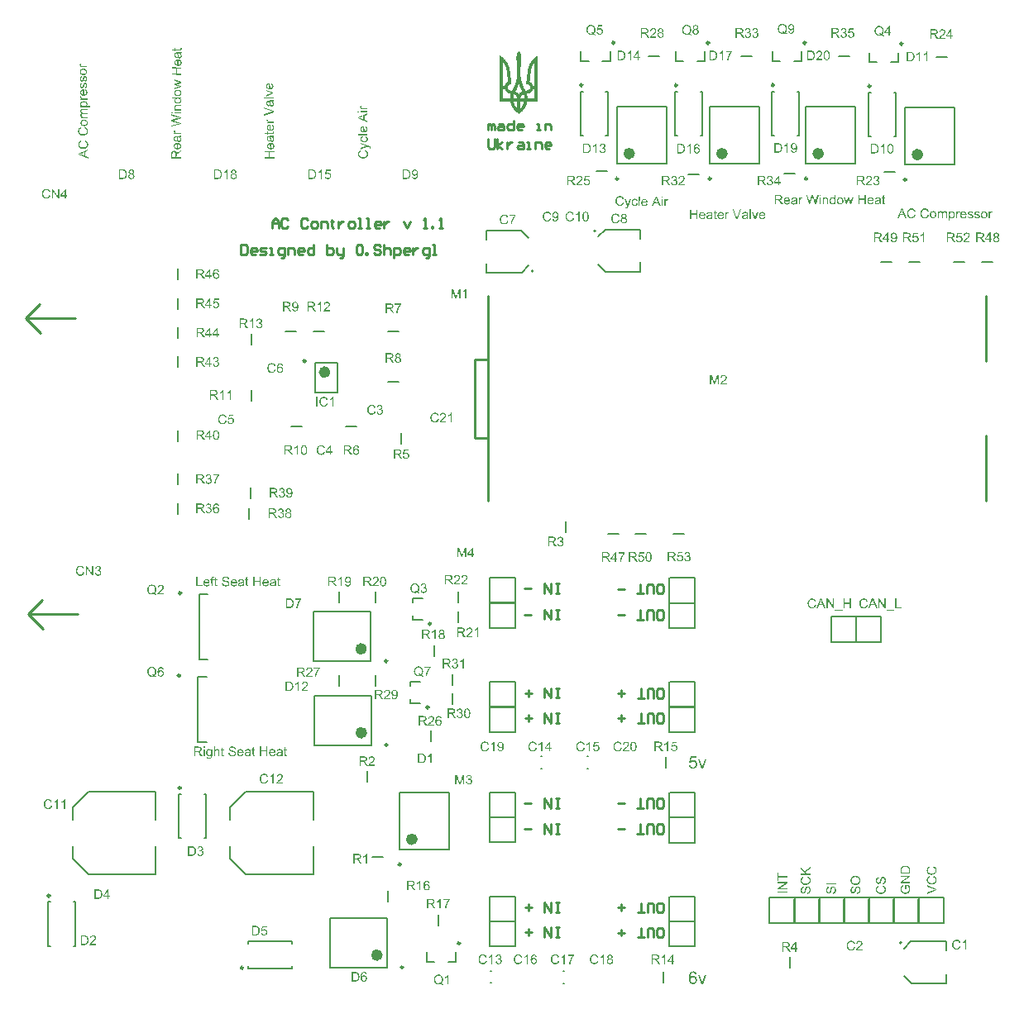
<source format=gbr>
%TF.GenerationSoftware,Altium Limited,Altium Designer,23.4.1 (23)*%
G04 Layer_Color=65535*
%FSLAX45Y45*%
%MOMM*%
%TF.SameCoordinates,6CF259D0-23F4-4C04-AF4F-6D395A9B2DD4*%
%TF.FilePolarity,Positive*%
%TF.FileFunction,Legend,Top*%
%TF.Part,Single*%
G01*
G75*
%TA.AperFunction,NonConductor*%
%ADD40C,0.25000*%
%ADD41C,0.60000*%
%ADD42C,0.20000*%
%ADD43C,0.15000*%
%ADD44C,0.25400*%
G36*
X4995194Y9686128D02*
X4995533Y9685450D01*
X4996551Y9684432D01*
X4996891Y9683753D01*
X4998248Y9682396D01*
X4999266Y9680699D01*
X4999945Y9680020D01*
X5000963Y9678323D01*
X5003169Y9675100D01*
X5004357Y9673233D01*
X5006053Y9670179D01*
X5006732Y9668482D01*
X5007071Y9667803D01*
X5007750Y9667125D01*
X5008768Y9664410D01*
X5009786Y9662034D01*
X5011483Y9658301D01*
X5011992Y9656435D01*
X5012501Y9655926D01*
X5013010Y9653720D01*
X5013349Y9652362D01*
X5014198Y9650496D01*
X5014537Y9649139D01*
X5015046Y9646254D01*
X5015385Y9644897D01*
X5015895Y9643370D01*
X5016234Y9642012D01*
X5016743Y9637431D01*
X5017082Y9635395D01*
X5017422Y9634037D01*
X5017761Y9629286D01*
X5017931Y9613846D01*
X5017591Y9612827D01*
X5017252Y9598235D01*
X5016913Y9597217D01*
X5016404Y9585170D01*
X5016064Y9576347D01*
X5015725Y9571596D01*
X5015385Y9568202D01*
X5015046Y9564469D01*
X5014707Y9557682D01*
X5014367Y9549877D01*
X5014028Y9545804D01*
X5013689Y9542072D01*
X5013349Y9537660D01*
X5013010Y9529855D01*
X5012671Y9523068D01*
X5012331Y9518995D01*
X5011992Y9515602D01*
X5011653Y9510851D01*
X5010974Y9494222D01*
X5010126Y9479121D01*
X5009786Y9457402D01*
X5010126Y9437380D01*
X5010465Y9436362D01*
X5011313Y9427708D01*
X5011653Y9422957D01*
X5011992Y9420921D01*
X5012671Y9417528D01*
X5013349Y9411419D01*
X5013689Y9409722D01*
X5014198Y9407856D01*
X5014537Y9405480D01*
X5015046Y9402257D01*
X5015385Y9400899D01*
X5015895Y9399033D01*
X5016234Y9397675D01*
X5016573Y9394621D01*
X5016913Y9393603D01*
X5017591Y9391906D01*
X5018440Y9386986D01*
X5019288Y9384780D01*
X5019628Y9382404D01*
X5020476Y9380198D01*
X5020985Y9378332D01*
X5021324Y9376974D01*
X5021664Y9374938D01*
X5022682Y9372563D01*
X5023021Y9369848D01*
X5024039Y9367473D01*
X5024379Y9366115D01*
X5024888Y9364248D01*
X5025566Y9362552D01*
X5026075Y9361025D01*
X5026415Y9358988D01*
X5027433Y9356613D01*
X5028111Y9353898D01*
X5029130Y9351523D01*
X5029639Y9349317D01*
X5030826Y9346432D01*
X5031166Y9345075D01*
X5032523Y9342021D01*
X5033032Y9339815D01*
X5033880Y9338288D01*
X5034559Y9335573D01*
X5035917Y9332519D01*
X5036426Y9330652D01*
X5036935Y9330143D01*
X5037274Y9328786D01*
X5038292Y9326071D01*
X5038971Y9324374D01*
X5039819Y9322168D01*
X5040668Y9320302D01*
X5041177Y9318435D01*
X5042365Y9315551D01*
X5043383Y9313854D01*
X5044061Y9312157D01*
X5045079Y9310460D01*
X5045758Y9308764D01*
X5046097Y9308085D01*
X5047115Y9306388D01*
X5047794Y9304691D01*
X5048473Y9304013D01*
X5049491Y9301298D01*
X5050170Y9300619D01*
X5050509Y9299262D01*
X5051527Y9297565D01*
X5052206Y9295868D01*
X5052545Y9295189D01*
X5053224Y9294511D01*
X5053903Y9292814D01*
X5054921Y9291117D01*
X5055599Y9289420D01*
X5055939Y9288742D01*
X5056618Y9288063D01*
X5057466Y9285857D01*
X5057975Y9285348D01*
X5058314Y9284669D01*
X5061368Y9278900D01*
X5062896Y9278052D01*
X5064592Y9278730D01*
X5066968Y9279070D01*
X5070192Y9279579D01*
X5073076Y9280427D01*
X5075452Y9280767D01*
X5078336Y9281276D01*
X5079694Y9281615D01*
X5081560Y9282124D01*
X5083936Y9282464D01*
X5086990Y9283821D01*
X5088856Y9284330D01*
X5089365Y9284839D01*
X5090044Y9285178D01*
X5092420Y9286536D01*
X5094795Y9288233D01*
X5096662Y9289760D01*
X5099716Y9292814D01*
X5100055Y9293493D01*
X5101073Y9294511D01*
X5101412Y9295189D01*
X5102430Y9296207D01*
X5105824Y9303334D01*
X5106333Y9305879D01*
X5107182Y9308764D01*
X5107521Y9312157D01*
X5107182Y9319623D01*
X5106842Y9320641D01*
X5106164Y9323017D01*
X5105824Y9324374D01*
X5105145Y9326071D01*
X5104127Y9328446D01*
X5103788Y9329125D01*
X5103109Y9329804D01*
X5101752Y9332179D01*
X5101073Y9332858D01*
X5100055Y9334555D01*
X5099376Y9335234D01*
X5099037Y9335912D01*
X5097849Y9336761D01*
X5095134Y9339476D01*
X5094456Y9339815D01*
X5093777Y9340494D01*
X5093098Y9340833D01*
X5090384Y9342530D01*
X5088687Y9343208D01*
X5085632Y9344566D01*
X5084275Y9344905D01*
X5082578Y9345584D01*
X5080203Y9345923D01*
X5076809Y9346263D01*
X5068495Y9346093D01*
X5068155Y9347111D01*
X5069004Y9355425D01*
X5069343Y9357122D01*
X5069683Y9359158D01*
X5070022Y9362552D01*
X5070361Y9366963D01*
X5071040Y9371036D01*
X5072398Y9383253D01*
X5072737Y9385289D01*
X5073246Y9389870D01*
X5073755Y9395130D01*
X5074434Y9399202D01*
X5074773Y9401917D01*
X5075112Y9406329D01*
X5075452Y9409383D01*
X5075791Y9411080D01*
X5076131Y9413116D01*
X5076470Y9416170D01*
X5076809Y9420921D01*
X5077488Y9425333D01*
X5077827Y9427369D01*
X5078167Y9430762D01*
X5078506Y9435174D01*
X5079524Y9441283D01*
X5079863Y9445694D01*
X5080203Y9449088D01*
X5080881Y9453160D01*
X5081390Y9457741D01*
X5081899Y9463341D01*
X5082239Y9465377D01*
X5082578Y9467074D01*
X5082918Y9469789D01*
X5083257Y9474540D01*
X5083596Y9477254D01*
X5084275Y9481327D01*
X5084614Y9484720D01*
X5084954Y9489132D01*
X5085293Y9491168D01*
X5085972Y9493883D01*
X5086650Y9499312D01*
X5087329Y9502027D01*
X5087838Y9503894D01*
X5088347Y9507118D01*
X5088687Y9508475D01*
X5089196Y9510002D01*
X5089535Y9511360D01*
X5090044Y9513905D01*
X5090893Y9516111D01*
X5091232Y9517468D01*
X5091571Y9519504D01*
X5092589Y9521880D01*
X5092929Y9523237D01*
X5093438Y9525104D01*
X5094286Y9526970D01*
X5094965Y9529685D01*
X5095983Y9532060D01*
X5096831Y9534266D01*
X5097680Y9536133D01*
X5098189Y9537999D01*
X5098698Y9538508D01*
X5099376Y9540205D01*
X5099885Y9542072D01*
X5100734Y9542920D01*
X5101243Y9544786D01*
X5102430Y9546992D01*
X5103279Y9549198D01*
X5103788Y9549707D01*
X5104806Y9552422D01*
X5105485Y9553101D01*
X5106333Y9555307D01*
X5107182Y9556155D01*
X5108030Y9558361D01*
X5108539Y9558870D01*
X5109218Y9560567D01*
X5109557Y9561245D01*
X5110575Y9562263D01*
X5110915Y9563621D01*
X5111933Y9564639D01*
X5113629Y9567693D01*
X5114987Y9570068D01*
X5115665Y9570747D01*
X5116005Y9571765D01*
X5117023Y9572783D01*
X5118041Y9574480D01*
X5119398Y9576516D01*
X5119738Y9577195D01*
X5120416Y9577874D01*
X5120756Y9578552D01*
X5123131Y9581607D01*
X5124828Y9583982D01*
X5125507Y9584661D01*
X5125846Y9585339D01*
X5126525Y9586018D01*
X5126864Y9586697D01*
X5128391Y9588563D01*
X5128900Y9589073D01*
X5129240Y9589751D01*
X5130597Y9591109D01*
X5130937Y9591787D01*
X5131615Y9592127D01*
X5131955Y9592805D01*
X5133312Y9594163D01*
X5133651Y9594842D01*
X5136366Y9597556D01*
X5136706Y9598235D01*
X5139081Y9600611D01*
X5139421Y9601289D01*
X5146038Y9607907D01*
X5146717Y9608246D01*
X5150110Y9611640D01*
X5150789Y9611979D01*
X5152146Y9613337D01*
X5152825Y9613676D01*
X5153164Y9614355D01*
X5153843Y9614694D01*
X5155540Y9616391D01*
X5156219Y9616730D01*
X5157576Y9618087D01*
X5158255Y9618427D01*
X5159273Y9619445D01*
X5159952Y9619784D01*
X5160970Y9620802D01*
X5161648Y9621142D01*
X5163515Y9622669D01*
X5164703Y9623517D01*
X5165721Y9624535D01*
X5166739Y9624875D01*
X5167757Y9625893D01*
X5168435Y9626232D01*
X5170811Y9627929D01*
X5171490Y9628268D01*
X5172508Y9629286D01*
X5174205Y9630304D01*
X5176580Y9632001D01*
X5178956Y9633359D01*
X5179634Y9634037D01*
X5181331Y9634716D01*
X5182010Y9635395D01*
X5187100Y9638110D01*
X5187439Y9638788D01*
X5188797Y9638449D01*
X5188967Y9167931D01*
X5188118Y9167082D01*
X5080203Y9166743D01*
X5079694Y9165216D01*
X5079185Y9163010D01*
X5078676Y9161143D01*
X5078336Y9159786D01*
X5077827Y9156562D01*
X5077149Y9154865D01*
X5076640Y9152999D01*
X5076300Y9150284D01*
X5074943Y9147230D01*
X5074603Y9145194D01*
X5073585Y9142818D01*
X5072907Y9140103D01*
X5071549Y9137049D01*
X5071210Y9135352D01*
X5070531Y9134674D01*
X5070192Y9133316D01*
X5069343Y9131110D01*
X5068834Y9130601D01*
X5068325Y9128735D01*
X5066798Y9125172D01*
X5065780Y9123475D01*
X5065101Y9121778D01*
X5062386Y9116688D01*
X5061708Y9114991D01*
X5061368Y9114312D01*
X5060690Y9113634D01*
X5057975Y9108543D01*
X5057296Y9107864D01*
X5056618Y9106168D01*
X5055939Y9105489D01*
X5054581Y9103113D01*
X5053903Y9102435D01*
X5052545Y9100059D01*
X5050848Y9097684D01*
X5047964Y9093442D01*
X5047115Y9092593D01*
X5046776Y9091915D01*
X5045758Y9090896D01*
X5044740Y9089200D01*
X5044061Y9088521D01*
X5043722Y9087842D01*
X5042365Y9086485D01*
X5042025Y9085806D01*
X5040668Y9084449D01*
X5040328Y9083770D01*
X5038632Y9082073D01*
X5038462Y9081564D01*
X5037953Y9081395D01*
X5037613Y9080716D01*
X5035577Y9078680D01*
X5035238Y9078001D01*
X5030487Y9073250D01*
X5030317Y9072741D01*
X5029639Y9072402D01*
X5024888Y9067651D01*
X5024209Y9067311D01*
X5022512Y9065615D01*
X5021833Y9065275D01*
X5019118Y9062560D01*
X5018440Y9062221D01*
X5017082Y9060864D01*
X5016404Y9060524D01*
X5015385Y9059506D01*
X5014707Y9059167D01*
X5012840Y9057639D01*
X5011653Y9056791D01*
X5010974Y9056112D01*
X5010295Y9055773D01*
X5008938Y9054416D01*
X5008259Y9054076D01*
X5006902Y9052719D01*
X5006223Y9052380D01*
X5005544Y9051362D01*
X5004866Y9051022D01*
X5001642Y9047798D01*
X5001302Y9047120D01*
X4999945Y9045762D01*
X4999605Y9045084D01*
X4998248Y9043726D01*
X4997909Y9043047D01*
X4996891Y9042029D01*
X4995533Y9039654D01*
X4994006Y9037448D01*
X4992649Y9037787D01*
X4992140Y9038296D01*
X4991122Y9039993D01*
X4989764Y9042369D01*
X4988746Y9043387D01*
X4988407Y9044065D01*
X4987049Y9045423D01*
X4986710Y9046102D01*
X4985352Y9047459D01*
X4985013Y9048138D01*
X4980432Y9052719D01*
X4979753Y9053058D01*
X4978396Y9054416D01*
X4977717Y9054755D01*
X4976360Y9056112D01*
X4975681Y9056452D01*
X4974663Y9057470D01*
X4973984Y9057809D01*
X4972966Y9058827D01*
X4972287Y9059167D01*
X4970421Y9060694D01*
X4969233Y9061542D01*
X4968215Y9062560D01*
X4967536Y9062900D01*
X4964821Y9065615D01*
X4964143Y9065954D01*
X4962446Y9067651D01*
X4961767Y9067990D01*
X4955319Y9074438D01*
X4954810Y9074607D01*
X4954471Y9075286D01*
X4951077Y9078680D01*
X4950738Y9079359D01*
X4949381Y9080716D01*
X4949041Y9081395D01*
X4946326Y9084109D01*
X4945987Y9084788D01*
X4944630Y9086146D01*
X4944290Y9086824D01*
X4943272Y9087842D01*
X4942933Y9088521D01*
X4941575Y9089878D01*
X4940557Y9091575D01*
X4939539Y9092593D01*
X4939200Y9093272D01*
X4938521Y9093951D01*
X4938182Y9094630D01*
X4936485Y9097005D01*
X4936146Y9097684D01*
X4935128Y9098702D01*
X4934110Y9100399D01*
X4932752Y9102774D01*
X4931734Y9103792D01*
X4927662Y9110919D01*
X4925965Y9113973D01*
X4925286Y9114652D01*
X4924777Y9116518D01*
X4923929Y9117366D01*
X4923081Y9119572D01*
X4921893Y9121778D01*
X4921214Y9123475D01*
X4920535Y9124153D01*
X4920026Y9126020D01*
X4918839Y9128226D01*
X4917820Y9130941D01*
X4916802Y9133316D01*
X4916463Y9134674D01*
X4915784Y9135352D01*
X4915445Y9136710D01*
X4914936Y9138576D01*
X4913748Y9141461D01*
X4913239Y9143327D01*
X4912391Y9145194D01*
X4911542Y9148757D01*
X4910694Y9150623D01*
X4910355Y9152999D01*
X4910015Y9154356D01*
X4909337Y9156053D01*
X4908997Y9157410D01*
X4908658Y9159786D01*
X4908149Y9161992D01*
X4907300Y9164876D01*
X4906961Y9166573D01*
X4906452Y9167082D01*
X4798537Y9167422D01*
X4798027Y9168949D01*
Y9571087D01*
Y9571426D01*
X4798367Y9638619D01*
X4799555Y9638788D01*
X4800912Y9637431D01*
X4802270Y9637091D01*
X4803288Y9636073D01*
X4808038Y9633359D01*
X4811262Y9631153D01*
X4812450Y9630644D01*
X4813468Y9629626D01*
X4815844Y9628268D01*
X4816522Y9627590D01*
X4818219Y9626571D01*
X4822461Y9623348D01*
X4822970Y9622839D01*
X4823649Y9622499D01*
X4824667Y9621481D01*
X4826364Y9620463D01*
X4827042Y9619784D01*
X4827721Y9619445D01*
X4829079Y9618087D01*
X4829757Y9617748D01*
X4831115Y9616391D01*
X4831793Y9616051D01*
X4833151Y9614694D01*
X4833830Y9614355D01*
X4836884Y9611300D01*
X4837563Y9610961D01*
X4840277Y9608246D01*
X4840956Y9607907D01*
X4848252Y9600611D01*
X4848592Y9599932D01*
X4851646Y9596878D01*
X4851985Y9596199D01*
X4853682Y9594502D01*
X4854021Y9593824D01*
X4856397Y9591448D01*
X4856736Y9590769D01*
X4858094Y9589412D01*
X4858433Y9588733D01*
X4859790Y9587376D01*
X4860808Y9585679D01*
X4861487Y9585000D01*
X4861827Y9584321D01*
X4863184Y9582964D01*
X4864202Y9581267D01*
X4864881Y9580589D01*
X4865220Y9579910D01*
X4865899Y9579231D01*
X4866238Y9578552D01*
X4867765Y9576686D01*
X4869462Y9573971D01*
X4870650Y9572105D01*
X4872856Y9568881D01*
X4873365Y9567693D01*
X4874043Y9567014D01*
X4875740Y9563960D01*
X4877098Y9561585D01*
X4880491Y9555476D01*
X4884564Y9546992D01*
X4886260Y9543259D01*
X4886600Y9542581D01*
X4887278Y9541902D01*
X4887787Y9539696D01*
X4889315Y9536133D01*
X4889993Y9534436D01*
X4891011Y9532060D01*
X4891351Y9530703D01*
X4892369Y9528328D01*
X4892878Y9526122D01*
X4893726Y9524595D01*
X4894065Y9523237D01*
X4894574Y9521371D01*
X4895423Y9519165D01*
X4895762Y9517807D01*
X4896271Y9515262D01*
X4897120Y9513396D01*
X4897459Y9511020D01*
X4897798Y9509663D01*
X4898816Y9506270D01*
X4899156Y9503894D01*
X4899665Y9501688D01*
X4900174Y9499822D01*
X4900513Y9498464D01*
X4901022Y9493883D01*
X4901362Y9492186D01*
X4901871Y9490320D01*
X4902210Y9486926D01*
X4902719Y9481327D01*
X4903398Y9477254D01*
X4903737Y9474540D01*
X4904077Y9470128D01*
X4904416Y9467074D01*
X4904755Y9465037D01*
X4905095Y9463341D01*
X4905434Y9460287D01*
X4905773Y9455536D01*
X4906452Y9451463D01*
X4906961Y9446882D01*
X4907300Y9443488D01*
X4907809Y9438907D01*
X4908149Y9437210D01*
X4908488Y9435174D01*
X4908828Y9430762D01*
X4909167Y9427369D01*
X4909846Y9423297D01*
X4910355Y9418715D01*
X4910864Y9413116D01*
X4911203Y9411080D01*
X4911542Y9409383D01*
X4911882Y9406668D01*
X4912221Y9401917D01*
X4912560Y9399202D01*
X4913239Y9395130D01*
X4913578Y9392076D01*
X4913918Y9387664D01*
X4914257Y9384949D01*
X4914596Y9383253D01*
X4914936Y9381216D01*
X4915275Y9377823D01*
X4915615Y9373411D01*
X4916293Y9369339D01*
X4917651Y9357122D01*
X4917990Y9355425D01*
X4918330Y9352711D01*
X4918669Y9348299D01*
X4918839Y9346432D01*
X4918330Y9345923D01*
X4908149Y9346263D01*
X4907131Y9345923D01*
X4904077Y9345584D01*
X4901701Y9344566D01*
X4899495Y9344057D01*
X4898307Y9343208D01*
X4896611Y9342530D01*
X4895932Y9342190D01*
X4895253Y9341512D01*
X4892878Y9340154D01*
X4892199Y9339476D01*
X4891520Y9339136D01*
X4889824Y9337439D01*
X4889315Y9337270D01*
X4888975Y9336591D01*
X4888466Y9336082D01*
X4887787Y9335743D01*
X4886939Y9334555D01*
X4886260Y9333876D01*
X4885921Y9333197D01*
X4884224Y9330822D01*
X4883206Y9329125D01*
X4882527Y9327428D01*
X4881170Y9324374D01*
X4880661Y9322168D01*
X4879812Y9319284D01*
X4879473Y9314872D01*
X4879812Y9308085D01*
X4880152Y9307067D01*
X4880830Y9305370D01*
X4881679Y9301807D01*
X4882188Y9301298D01*
X4882867Y9299601D01*
X4884903Y9295868D01*
X4885921Y9294850D01*
X4886769Y9293323D01*
X4887278Y9293153D01*
X4887618Y9292475D01*
X4891181Y9288911D01*
X4891860Y9288572D01*
X4893217Y9287215D01*
X4894914Y9286197D01*
X4897968Y9284500D01*
X4899665Y9283821D01*
X4901022Y9283482D01*
X4903398Y9282464D01*
X4906282Y9281955D01*
X4908149Y9281445D01*
X4909506Y9281106D01*
X4911882Y9280767D01*
X4914766Y9280258D01*
X4917651Y9279409D01*
X4921044Y9279070D01*
X4922402Y9278730D01*
X4924099Y9278052D01*
X4924777Y9278391D01*
X4926304Y9279579D01*
X4927153Y9281785D01*
X4927662Y9282294D01*
X4931055Y9288742D01*
X4931734Y9290438D01*
X4932073Y9291117D01*
X4932752Y9291796D01*
X4933600Y9294002D01*
X4935128Y9296547D01*
X4935467Y9297565D01*
X4936146Y9298244D01*
X4936485Y9299601D01*
X4937503Y9301298D01*
X4938182Y9302995D01*
X4939200Y9304691D01*
X4939879Y9306388D01*
X4940218Y9307067D01*
X4941236Y9308764D01*
X4941915Y9310460D01*
X4942594Y9311139D01*
X4943612Y9313854D01*
X4944290Y9314533D01*
X4944630Y9315890D01*
X4945987Y9318945D01*
X4946326Y9320302D01*
X4947684Y9323356D01*
X4948023Y9324713D01*
X4949381Y9327768D01*
X4949890Y9329634D01*
X4950738Y9331161D01*
X4951077Y9332519D01*
X4951926Y9334725D01*
X4952774Y9336591D01*
X4953114Y9338627D01*
X4954471Y9341681D01*
X4954980Y9343548D01*
X4955489Y9344057D01*
X4956168Y9346772D01*
X4957525Y9349826D01*
X4958034Y9352371D01*
X4958883Y9354238D01*
X4959561Y9356952D01*
X4960579Y9359328D01*
X4960919Y9360685D01*
X4961258Y9362721D01*
X4962616Y9365776D01*
X4962955Y9367812D01*
X4963973Y9370187D01*
X4964312Y9372563D01*
X4965161Y9374769D01*
X4965670Y9376635D01*
X4966518Y9380198D01*
X4967366Y9382404D01*
X4967706Y9385119D01*
X4968724Y9387495D01*
X4969063Y9389870D01*
X4969572Y9392415D01*
X4970421Y9395300D01*
X4970760Y9397675D01*
X4971609Y9401238D01*
X4972118Y9403105D01*
X4972457Y9406499D01*
X4973305Y9410062D01*
X4973645Y9411758D01*
X4973984Y9414813D01*
X4974323Y9417528D01*
X4974663Y9419564D01*
X4975002Y9420921D01*
X4975341Y9422957D01*
X4976020Y9431441D01*
X4976699Y9437550D01*
X4977038Y9442301D01*
X4977208Y9471655D01*
X4976869Y9472673D01*
X4976529Y9488284D01*
X4976190Y9489302D01*
X4975681Y9502367D01*
X4975341Y9510511D01*
X4975002Y9515262D01*
X4974663Y9518995D01*
X4974323Y9523068D01*
X4973984Y9529855D01*
X4973645Y9537660D01*
X4973305Y9542072D01*
X4972966Y9545465D01*
X4972627Y9549537D01*
X4972287Y9557682D01*
X4971948Y9564130D01*
X4971609Y9567863D01*
X4971269Y9571256D01*
X4970930Y9576007D01*
X4970591Y9585170D01*
X4970251Y9592636D01*
X4969572Y9602138D01*
X4969233Y9613676D01*
X4969063Y9629117D01*
X4969403Y9630135D01*
X4969742Y9635564D01*
X4970081Y9636582D01*
X4970421Y9638958D01*
X4970760Y9642352D01*
X4971100Y9643709D01*
X4972118Y9647103D01*
X4972457Y9649478D01*
X4973305Y9651684D01*
X4973814Y9653211D01*
X4974323Y9655417D01*
X4975172Y9656944D01*
X4975511Y9658301D01*
X4976360Y9660507D01*
X4976869Y9661016D01*
X4977208Y9662374D01*
X4978905Y9666106D01*
X4981280Y9670518D01*
X4982977Y9673572D01*
X4985183Y9676796D01*
X4986371Y9678663D01*
X4989764Y9683414D01*
X4990443Y9684092D01*
X4990782Y9684771D01*
X4992140Y9686128D01*
X4992479Y9686807D01*
X4993667Y9687316D01*
X4995194Y9686128D01*
D02*
G37*
G36*
X4136742Y5980326D02*
X4138011Y5980185D01*
X4139561Y5980044D01*
X4141112Y5979903D01*
X4142945Y5979481D01*
X4146751Y5978635D01*
X4150980Y5977366D01*
X4153095Y5976520D01*
X4155068Y5975533D01*
X4157042Y5974265D01*
X4159015Y5972996D01*
X4159156Y5972855D01*
X4159438Y5972714D01*
X4160002Y5972291D01*
X4160707Y5971586D01*
X4161412Y5970881D01*
X4162399Y5969895D01*
X4163385Y5968767D01*
X4164513Y5967639D01*
X4165641Y5966229D01*
X4166769Y5964538D01*
X4168037Y5962846D01*
X4169165Y5961013D01*
X4170152Y5958899D01*
X4171280Y5956784D01*
X4172126Y5954529D01*
X4172971Y5951991D01*
X4160284Y5949031D01*
Y5949172D01*
X4160143Y5949454D01*
X4159861Y5950018D01*
X4159579Y5950723D01*
X4159297Y5951568D01*
X4158874Y5952696D01*
X4157747Y5954952D01*
X4156337Y5957489D01*
X4154645Y5960027D01*
X4152531Y5962423D01*
X4150275Y5964538D01*
X4149993Y5964820D01*
X4149147Y5965384D01*
X4147738Y5966088D01*
X4145905Y5967075D01*
X4143509Y5967921D01*
X4140830Y5968767D01*
X4137588Y5969331D01*
X4134064Y5969472D01*
X4132936D01*
X4132231Y5969331D01*
X4131244D01*
X4130116Y5969190D01*
X4127438Y5968767D01*
X4124478Y5968203D01*
X4121376Y5967216D01*
X4118134Y5965806D01*
X4115174Y5963974D01*
X4115033D01*
X4114892Y5963692D01*
X4113905Y5962987D01*
X4112636Y5961859D01*
X4111086Y5960168D01*
X4109253Y5958053D01*
X4107561Y5955657D01*
X4106011Y5952696D01*
X4104601Y5949454D01*
Y5949313D01*
X4104460Y5949031D01*
X4104319Y5948608D01*
X4104178Y5947903D01*
X4103896Y5947057D01*
X4103614Y5946071D01*
X4103191Y5943674D01*
X4102627Y5940855D01*
X4102063Y5937753D01*
X4101781Y5934370D01*
X4101641Y5930705D01*
Y5930564D01*
Y5930141D01*
Y5929436D01*
Y5928590D01*
X4101781Y5927604D01*
Y5926335D01*
X4101922Y5924925D01*
X4102063Y5923374D01*
X4102486Y5919991D01*
X4103191Y5916326D01*
X4104037Y5912661D01*
X4105165Y5908996D01*
Y5908855D01*
X4105306Y5908573D01*
X4105588Y5908150D01*
X4105870Y5907445D01*
X4106715Y5905753D01*
X4107984Y5903780D01*
X4109535Y5901524D01*
X4111508Y5899128D01*
X4113764Y5897013D01*
X4116442Y5895040D01*
X4116583D01*
X4116865Y5894899D01*
X4117288Y5894617D01*
X4117852Y5894335D01*
X4118557Y5894053D01*
X4119403Y5893630D01*
X4121376Y5892784D01*
X4123914Y5891938D01*
X4126733Y5891233D01*
X4129835Y5890669D01*
X4133077Y5890528D01*
X4134064D01*
X4134909Y5890669D01*
X4135896D01*
X4136883Y5890810D01*
X4139420Y5891374D01*
X4142381Y5892079D01*
X4145341Y5893207D01*
X4148443Y5894758D01*
X4149993Y5895603D01*
X4151403Y5896731D01*
X4151544Y5896872D01*
X4151685Y5897013D01*
X4152108Y5897436D01*
X4152672Y5897859D01*
X4153236Y5898564D01*
X4153940Y5899410D01*
X4154786Y5900255D01*
X4155491Y5901383D01*
X4156337Y5902652D01*
X4157324Y5904062D01*
X4158169Y5905471D01*
X4159015Y5907163D01*
X4159720Y5908996D01*
X4160425Y5910969D01*
X4161130Y5913084D01*
X4161694Y5915339D01*
X4174663Y5912097D01*
Y5911956D01*
X4174522Y5911392D01*
X4174240Y5910546D01*
X4173817Y5909418D01*
X4173394Y5908150D01*
X4172830Y5906599D01*
X4172126Y5904907D01*
X4171280Y5903075D01*
X4169306Y5899128D01*
X4166769Y5895180D01*
X4165218Y5893207D01*
X4163667Y5891233D01*
X4161976Y5889542D01*
X4160002Y5887850D01*
X4159861Y5887709D01*
X4159579Y5887427D01*
X4158874Y5887145D01*
X4158169Y5886581D01*
X4157042Y5885876D01*
X4155914Y5885172D01*
X4154363Y5884467D01*
X4152813Y5883762D01*
X4150980Y5882916D01*
X4149006Y5882211D01*
X4146892Y5881506D01*
X4144636Y5880802D01*
X4142240Y5880238D01*
X4139702Y5879956D01*
X4137024Y5879674D01*
X4134205Y5879533D01*
X4132654D01*
X4131526Y5879674D01*
X4130257D01*
X4128707Y5879815D01*
X4127015Y5880097D01*
X4125042Y5880379D01*
X4120953Y5881083D01*
X4116724Y5882211D01*
X4112495Y5883762D01*
X4110522Y5884749D01*
X4108548Y5885876D01*
X4108407Y5886017D01*
X4108125Y5886158D01*
X4107561Y5886581D01*
X4106997Y5887145D01*
X4106152Y5887709D01*
X4105165Y5888555D01*
X4104037Y5889542D01*
X4102909Y5890669D01*
X4101781Y5891938D01*
X4100513Y5893207D01*
X4097975Y5896449D01*
X4095579Y5900255D01*
X4093464Y5904485D01*
Y5904625D01*
X4093182Y5905048D01*
X4093041Y5905753D01*
X4092618Y5906599D01*
X4092336Y5907727D01*
X4091914Y5909137D01*
X4091350Y5910687D01*
X4090927Y5912379D01*
X4090504Y5914211D01*
X4089940Y5916326D01*
X4089235Y5920696D01*
X4088671Y5925630D01*
X4088389Y5930705D01*
Y5930846D01*
Y5931410D01*
Y5932256D01*
X4088530Y5933242D01*
Y5934652D01*
X4088671Y5936062D01*
X4088812Y5937894D01*
X4089094Y5939727D01*
X4089799Y5943815D01*
X4090786Y5948326D01*
X4092196Y5952837D01*
X4094169Y5957207D01*
X4094310Y5957348D01*
X4094451Y5957771D01*
X4094733Y5958335D01*
X4095297Y5959040D01*
X4095861Y5960027D01*
X4096566Y5961154D01*
X4098398Y5963692D01*
X4100795Y5966511D01*
X4103614Y5969331D01*
X4106856Y5972150D01*
X4110663Y5974547D01*
X4110804Y5974688D01*
X4111226Y5974829D01*
X4111790Y5975110D01*
X4112495Y5975533D01*
X4113623Y5975956D01*
X4114751Y5976379D01*
X4116160Y5976943D01*
X4117711Y5977507D01*
X4119403Y5978071D01*
X4121235Y5978635D01*
X4125183Y5979481D01*
X4129694Y5980185D01*
X4134346Y5980467D01*
X4135755D01*
X4136742Y5980326D01*
D02*
G37*
G36*
X4306611Y5881224D02*
X4294628D01*
Y5957489D01*
X4294487Y5957348D01*
X4293783Y5956784D01*
X4292937Y5955939D01*
X4291527Y5954952D01*
X4289976Y5953683D01*
X4288003Y5952273D01*
X4285747Y5950723D01*
X4283210Y5949172D01*
X4283069D01*
X4282928Y5949031D01*
X4282082Y5948467D01*
X4280672Y5947762D01*
X4278981Y5946916D01*
X4277007Y5945930D01*
X4274893Y5944943D01*
X4272778Y5943956D01*
X4270664Y5943110D01*
Y5954670D01*
X4270805D01*
X4271086Y5954952D01*
X4271650Y5955093D01*
X4272355Y5955516D01*
X4273201Y5955939D01*
X4274188Y5956502D01*
X4276584Y5957912D01*
X4279404Y5959463D01*
X4282223Y5961436D01*
X4285183Y5963692D01*
X4288144Y5966088D01*
X4288285Y5966229D01*
X4288426Y5966370D01*
X4288849Y5966793D01*
X4289413Y5967216D01*
X4290681Y5968626D01*
X4292373Y5970317D01*
X4294065Y5972291D01*
X4295897Y5974547D01*
X4297448Y5976802D01*
X4298858Y5979199D01*
X4306611D01*
Y5881224D01*
D02*
G37*
G36*
X4220337Y5979058D02*
X4221465Y5978917D01*
X4222875Y5978776D01*
X4224425Y5978494D01*
X4225976Y5978212D01*
X4229641Y5977225D01*
X4233306Y5975815D01*
X4235139Y5974970D01*
X4236972Y5973983D01*
X4238663Y5972714D01*
X4240214Y5971304D01*
X4240355Y5971163D01*
X4240637Y5971022D01*
X4240919Y5970458D01*
X4241483Y5969895D01*
X4242188Y5969190D01*
X4242892Y5968203D01*
X4243597Y5967216D01*
X4244443Y5965947D01*
X4245853Y5963269D01*
X4247263Y5959886D01*
X4247826Y5958194D01*
X4248108Y5956220D01*
X4248390Y5954247D01*
X4248531Y5952132D01*
Y5951850D01*
Y5951146D01*
X4248390Y5950018D01*
X4248249Y5948467D01*
X4247967Y5946776D01*
X4247403Y5944802D01*
X4246840Y5942687D01*
X4245994Y5940573D01*
X4245853Y5940291D01*
X4245571Y5939586D01*
X4245007Y5938458D01*
X4244161Y5936908D01*
X4243033Y5935216D01*
X4241624Y5933101D01*
X4239932Y5930987D01*
X4237959Y5928590D01*
X4237677Y5928308D01*
X4236972Y5927463D01*
X4236267Y5926758D01*
X4235562Y5926053D01*
X4234716Y5925207D01*
X4233588Y5924079D01*
X4232461Y5922952D01*
X4231051Y5921683D01*
X4229641Y5920273D01*
X4227950Y5918722D01*
X4226117Y5917172D01*
X4224143Y5915339D01*
X4221888Y5913507D01*
X4219632Y5911533D01*
X4219491Y5911392D01*
X4219209Y5911110D01*
X4218646Y5910687D01*
X4217941Y5910123D01*
X4217095Y5909277D01*
X4216108Y5908432D01*
X4213853Y5906599D01*
X4211456Y5904485D01*
X4209201Y5902370D01*
X4207227Y5900537D01*
X4206381Y5899832D01*
X4205676Y5899128D01*
X4205535Y5898987D01*
X4205112Y5898564D01*
X4204549Y5898000D01*
X4203844Y5897154D01*
X4203139Y5896167D01*
X4202293Y5895180D01*
X4200601Y5892784D01*
X4248672D01*
Y5881224D01*
X4183967D01*
Y5881365D01*
Y5881929D01*
Y5882775D01*
X4184108Y5883903D01*
X4184249Y5885172D01*
X4184531Y5886581D01*
X4184813Y5887991D01*
X4185377Y5889542D01*
Y5889683D01*
X4185518Y5889824D01*
X4185800Y5890669D01*
X4186363Y5891938D01*
X4187209Y5893630D01*
X4188337Y5895603D01*
X4189747Y5897859D01*
X4191297Y5900114D01*
X4193271Y5902511D01*
Y5902652D01*
X4193553Y5902793D01*
X4194258Y5903639D01*
X4195527Y5904907D01*
X4197359Y5906740D01*
X4199474Y5908855D01*
X4202152Y5911392D01*
X4205394Y5914211D01*
X4208919Y5917172D01*
X4209060Y5917313D01*
X4209624Y5917736D01*
X4210469Y5918441D01*
X4211456Y5919286D01*
X4212725Y5920414D01*
X4214276Y5921683D01*
X4215826Y5923093D01*
X4217659Y5924643D01*
X4221183Y5928026D01*
X4224707Y5931410D01*
X4226399Y5933101D01*
X4227950Y5934793D01*
X4229359Y5936344D01*
X4230487Y5937894D01*
Y5938035D01*
X4230769Y5938176D01*
X4231051Y5938599D01*
X4231333Y5939163D01*
X4232320Y5940714D01*
X4233447Y5942546D01*
X4234434Y5944802D01*
X4235421Y5947198D01*
X4235985Y5949877D01*
X4236267Y5952414D01*
Y5952555D01*
Y5952696D01*
X4236126Y5953542D01*
X4235985Y5954952D01*
X4235562Y5956502D01*
X4234998Y5958476D01*
X4234011Y5960450D01*
X4232743Y5962423D01*
X4231051Y5964397D01*
X4230769Y5964679D01*
X4230064Y5965243D01*
X4229077Y5965947D01*
X4227527Y5966934D01*
X4225553Y5967780D01*
X4223298Y5968626D01*
X4220619Y5969190D01*
X4217659Y5969331D01*
X4216813D01*
X4216249Y5969190D01*
X4214557Y5969049D01*
X4212584Y5968626D01*
X4210469Y5968062D01*
X4208073Y5967075D01*
X4205817Y5965806D01*
X4203703Y5964115D01*
X4203421Y5963833D01*
X4202857Y5963128D01*
X4202011Y5962000D01*
X4201165Y5960309D01*
X4200179Y5958335D01*
X4199333Y5955798D01*
X4198769Y5952978D01*
X4198487Y5949736D01*
X4186223Y5951005D01*
Y5951146D01*
X4186363Y5951568D01*
Y5952273D01*
X4186504Y5953260D01*
X4186786Y5954388D01*
X4187068Y5955657D01*
X4187491Y5957207D01*
X4187914Y5958758D01*
X4189042Y5962141D01*
X4190734Y5965525D01*
X4191720Y5967216D01*
X4192989Y5968908D01*
X4194258Y5970458D01*
X4195668Y5971868D01*
X4195808Y5972009D01*
X4196090Y5972150D01*
X4196513Y5972573D01*
X4197218Y5972996D01*
X4198064Y5973560D01*
X4199051Y5974124D01*
X4200179Y5974829D01*
X4201588Y5975533D01*
X4203139Y5976238D01*
X4204831Y5976943D01*
X4206663Y5977507D01*
X4208637Y5978071D01*
X4210751Y5978494D01*
X4213007Y5978917D01*
X4215403Y5979058D01*
X4217941Y5979199D01*
X4219350D01*
X4220337Y5979058D01*
D02*
G37*
G36*
X2972930Y5647826D02*
X2974198Y5647685D01*
X2975749Y5647544D01*
X2977300Y5647403D01*
X2979132Y5646981D01*
X2982938Y5646135D01*
X2987168Y5644866D01*
X2989282Y5644020D01*
X2991256Y5643033D01*
X2993229Y5641765D01*
X2995203Y5640496D01*
X2995344Y5640355D01*
X2995626Y5640214D01*
X2996190Y5639791D01*
X2996894Y5639086D01*
X2997599Y5638381D01*
X2998586Y5637395D01*
X2999573Y5636267D01*
X3000701Y5635139D01*
X3001828Y5633729D01*
X3002956Y5632038D01*
X3004225Y5630346D01*
X3005353Y5628514D01*
X3006339Y5626399D01*
X3007467Y5624284D01*
X3008313Y5622029D01*
X3009159Y5619491D01*
X2996472Y5616531D01*
Y5616672D01*
X2996331Y5616954D01*
X2996049Y5617518D01*
X2995767Y5618223D01*
X2995485Y5619069D01*
X2995062Y5620196D01*
X2993934Y5622452D01*
X2992524Y5624989D01*
X2990833Y5627527D01*
X2988718Y5629923D01*
X2986463Y5632038D01*
X2986181Y5632320D01*
X2985335Y5632884D01*
X2983925Y5633588D01*
X2982093Y5634575D01*
X2979696Y5635421D01*
X2977018Y5636267D01*
X2973775Y5636831D01*
X2970251Y5636972D01*
X2969123D01*
X2968418Y5636831D01*
X2967432D01*
X2966304Y5636690D01*
X2963626Y5636267D01*
X2960665Y5635703D01*
X2957564Y5634716D01*
X2954321Y5633306D01*
X2951361Y5631474D01*
X2951220D01*
X2951079Y5631192D01*
X2950092Y5630487D01*
X2948824Y5629359D01*
X2947273Y5627668D01*
X2945440Y5625553D01*
X2943749Y5623157D01*
X2942198Y5620196D01*
X2940788Y5616954D01*
Y5616813D01*
X2940647Y5616531D01*
X2940506Y5616108D01*
X2940365Y5615403D01*
X2940084Y5614557D01*
X2939802Y5613571D01*
X2939379Y5611174D01*
X2938815Y5608355D01*
X2938251Y5605253D01*
X2937969Y5601870D01*
X2937828Y5598205D01*
Y5598064D01*
Y5597641D01*
Y5596936D01*
Y5596090D01*
X2937969Y5595104D01*
Y5593835D01*
X2938110Y5592425D01*
X2938251Y5590875D01*
X2938674Y5587491D01*
X2939379Y5583826D01*
X2940224Y5580161D01*
X2941352Y5576496D01*
Y5576355D01*
X2941493Y5576073D01*
X2941775Y5575650D01*
X2942057Y5574945D01*
X2942903Y5573253D01*
X2944172Y5571280D01*
X2945722Y5569024D01*
X2947696Y5566628D01*
X2949951Y5564513D01*
X2952630Y5562540D01*
X2952771D01*
X2953053Y5562399D01*
X2953476Y5562117D01*
X2954040Y5561835D01*
X2954744Y5561553D01*
X2955590Y5561130D01*
X2957564Y5560284D01*
X2960101Y5559438D01*
X2962921Y5558733D01*
X2966022Y5558169D01*
X2969264Y5558029D01*
X2970251D01*
X2971097Y5558169D01*
X2972084D01*
X2973071Y5558310D01*
X2975608Y5558874D01*
X2978568Y5559579D01*
X2981529Y5560707D01*
X2984630Y5562258D01*
X2986181Y5563103D01*
X2987590Y5564231D01*
X2987731Y5564372D01*
X2987872Y5564513D01*
X2988295Y5564936D01*
X2988859Y5565359D01*
X2989423Y5566064D01*
X2990128Y5566910D01*
X2990974Y5567755D01*
X2991679Y5568883D01*
X2992524Y5570152D01*
X2993511Y5571562D01*
X2994357Y5572971D01*
X2995203Y5574663D01*
X2995908Y5576496D01*
X2996612Y5578469D01*
X2997317Y5580584D01*
X2997881Y5582839D01*
X3010850Y5579597D01*
Y5579456D01*
X3010709Y5578892D01*
X3010428Y5578046D01*
X3010005Y5576918D01*
X3009582Y5575650D01*
X3009018Y5574099D01*
X3008313Y5572407D01*
X3007467Y5570575D01*
X3005494Y5566628D01*
X3002956Y5562681D01*
X3001405Y5560707D01*
X2999855Y5558733D01*
X2998163Y5557042D01*
X2996190Y5555350D01*
X2996049Y5555209D01*
X2995767Y5554927D01*
X2995062Y5554645D01*
X2994357Y5554081D01*
X2993229Y5553376D01*
X2992101Y5552672D01*
X2990551Y5551967D01*
X2989000Y5551262D01*
X2987168Y5550416D01*
X2985194Y5549711D01*
X2983079Y5549006D01*
X2980824Y5548302D01*
X2978427Y5547738D01*
X2975890Y5547456D01*
X2973211Y5547174D01*
X2970392Y5547033D01*
X2968841D01*
X2967714Y5547174D01*
X2966445D01*
X2964894Y5547315D01*
X2963203Y5547597D01*
X2961229Y5547879D01*
X2957141Y5548584D01*
X2952912Y5549711D01*
X2948683Y5551262D01*
X2946709Y5552249D01*
X2944736Y5553376D01*
X2944595Y5553517D01*
X2944313Y5553658D01*
X2943749Y5554081D01*
X2943185Y5554645D01*
X2942339Y5555209D01*
X2941352Y5556055D01*
X2940224Y5557042D01*
X2939097Y5558169D01*
X2937969Y5559438D01*
X2936700Y5560707D01*
X2934163Y5563949D01*
X2931766Y5567755D01*
X2929652Y5571985D01*
Y5572126D01*
X2929370Y5572548D01*
X2929229Y5573253D01*
X2928806Y5574099D01*
X2928524Y5575227D01*
X2928101Y5576637D01*
X2927537Y5578187D01*
X2927114Y5579879D01*
X2926691Y5581711D01*
X2926127Y5583826D01*
X2925423Y5588196D01*
X2924859Y5593130D01*
X2924577Y5598205D01*
Y5598346D01*
Y5598910D01*
Y5599756D01*
X2924718Y5600742D01*
Y5602152D01*
X2924859Y5603562D01*
X2925000Y5605394D01*
X2925282Y5607227D01*
X2925987Y5611315D01*
X2926973Y5615826D01*
X2928383Y5620337D01*
X2930357Y5624707D01*
X2930498Y5624848D01*
X2930639Y5625271D01*
X2930920Y5625835D01*
X2931484Y5626540D01*
X2932048Y5627527D01*
X2932753Y5628654D01*
X2934586Y5631192D01*
X2936982Y5634011D01*
X2939802Y5636831D01*
X2943044Y5639650D01*
X2946850Y5642047D01*
X2946991Y5642188D01*
X2947414Y5642329D01*
X2947978Y5642611D01*
X2948683Y5643033D01*
X2949810Y5643456D01*
X2950938Y5643879D01*
X2952348Y5644443D01*
X2953899Y5645007D01*
X2955590Y5645571D01*
X2957423Y5646135D01*
X2961370Y5646981D01*
X2965881Y5647685D01*
X2970533Y5647967D01*
X2971943D01*
X2972930Y5647826D01*
D02*
G37*
G36*
X3072172Y5583121D02*
X3085424D01*
Y5572126D01*
X3072172D01*
Y5548724D01*
X3060190D01*
Y5572126D01*
X3017758D01*
Y5583121D01*
X3062445Y5646276D01*
X3072172D01*
Y5583121D01*
D02*
G37*
G36*
X2338633Y6944692D02*
X2340465Y6944410D01*
X2342721Y6943987D01*
X2345258Y6943282D01*
X2347796Y6942436D01*
X2350333Y6941309D01*
X2350474D01*
X2350615Y6941168D01*
X2351461Y6940745D01*
X2352730Y6939899D01*
X2354139Y6938912D01*
X2355831Y6937503D01*
X2357523Y6935952D01*
X2359214Y6934119D01*
X2360624Y6932005D01*
X2360765Y6931723D01*
X2361188Y6931018D01*
X2361752Y6929749D01*
X2362457Y6928198D01*
X2363161Y6926366D01*
X2363725Y6924251D01*
X2364148Y6921855D01*
X2364289Y6919458D01*
Y6919176D01*
Y6918331D01*
X2364148Y6917203D01*
X2363866Y6915652D01*
X2363443Y6913820D01*
X2362738Y6911846D01*
X2361893Y6909872D01*
X2360765Y6907899D01*
X2360624Y6907617D01*
X2360201Y6907053D01*
X2359355Y6906066D01*
X2358227Y6904938D01*
X2356818Y6903670D01*
X2355126Y6902260D01*
X2353153Y6900991D01*
X2350756Y6899723D01*
X2350897D01*
X2351179Y6899582D01*
X2351602Y6899441D01*
X2352166Y6899300D01*
X2353716Y6898736D01*
X2355690Y6897890D01*
X2357945Y6896762D01*
X2360201Y6895352D01*
X2362316Y6893520D01*
X2364289Y6891405D01*
X2364430Y6891123D01*
X2364994Y6890278D01*
X2365840Y6888868D01*
X2366686Y6887035D01*
X2367531Y6884780D01*
X2368377Y6882101D01*
X2368941Y6879000D01*
X2369082Y6875617D01*
Y6875476D01*
Y6875053D01*
Y6874348D01*
X2368941Y6873502D01*
X2368800Y6872374D01*
X2368518Y6871106D01*
X2368236Y6869696D01*
X2367954Y6868145D01*
X2366827Y6864762D01*
X2365981Y6862929D01*
X2365135Y6861238D01*
X2364007Y6859405D01*
X2362738Y6857573D01*
X2361329Y6855740D01*
X2359637Y6854048D01*
X2359496Y6853907D01*
X2359214Y6853625D01*
X2358650Y6853202D01*
X2357945Y6852639D01*
X2357100Y6851934D01*
X2355972Y6851229D01*
X2354703Y6850383D01*
X2353153Y6849678D01*
X2351602Y6848832D01*
X2349769Y6847987D01*
X2347937Y6847282D01*
X2345822Y6846577D01*
X2343567Y6846013D01*
X2341170Y6845590D01*
X2338774Y6845308D01*
X2336095Y6845167D01*
X2334826D01*
X2333981Y6845308D01*
X2332853Y6845449D01*
X2331584Y6845590D01*
X2330174Y6845872D01*
X2328624Y6846154D01*
X2325240Y6847000D01*
X2321716Y6848409D01*
X2319884Y6849255D01*
X2318192Y6850242D01*
X2316500Y6851511D01*
X2314809Y6852780D01*
X2314668Y6852921D01*
X2314386Y6853202D01*
X2313963Y6853625D01*
X2313540Y6854189D01*
X2312835Y6854894D01*
X2312130Y6855881D01*
X2311284Y6856868D01*
X2310439Y6858136D01*
X2309593Y6859546D01*
X2308747Y6860956D01*
X2307196Y6864339D01*
X2305928Y6868286D01*
X2305505Y6870401D01*
X2305223Y6872656D01*
X2317205Y6874207D01*
Y6874066D01*
X2317346Y6873784D01*
X2317487Y6873220D01*
X2317628Y6872515D01*
X2317769Y6871670D01*
X2318051Y6870683D01*
X2318756Y6868568D01*
X2319743Y6866031D01*
X2321011Y6863634D01*
X2322421Y6861379D01*
X2324113Y6859405D01*
X2324395Y6859264D01*
X2324959Y6858700D01*
X2326086Y6857995D01*
X2327496Y6857291D01*
X2329188Y6856445D01*
X2331302Y6855740D01*
X2333699Y6855176D01*
X2336236Y6855035D01*
X2337082D01*
X2337646Y6855176D01*
X2339196Y6855317D01*
X2341170Y6855740D01*
X2343426Y6856445D01*
X2345822Y6857432D01*
X2348219Y6858841D01*
X2350474Y6860815D01*
X2350756Y6861097D01*
X2351461Y6861943D01*
X2352307Y6863211D01*
X2353434Y6864903D01*
X2354562Y6867018D01*
X2355408Y6869414D01*
X2356113Y6872233D01*
X2356395Y6875335D01*
Y6875476D01*
Y6875758D01*
Y6876181D01*
X2356254Y6876744D01*
X2356113Y6878295D01*
X2355690Y6880128D01*
X2355126Y6882383D01*
X2354139Y6884639D01*
X2352730Y6886894D01*
X2350897Y6889009D01*
X2350615Y6889291D01*
X2349910Y6889855D01*
X2348782Y6890700D01*
X2347232Y6891687D01*
X2345258Y6892674D01*
X2342862Y6893520D01*
X2340183Y6894084D01*
X2337223Y6894366D01*
X2335954D01*
X2334967Y6894225D01*
X2333699Y6894084D01*
X2332289Y6893802D01*
X2330597Y6893520D01*
X2328765Y6893097D01*
X2330174Y6903670D01*
X2330879D01*
X2331443Y6903529D01*
X2333276D01*
X2334826Y6903811D01*
X2336659Y6904093D01*
X2338774Y6904516D01*
X2341170Y6905220D01*
X2343426Y6906207D01*
X2345822Y6907476D01*
X2345963D01*
X2346104Y6907617D01*
X2346809Y6908181D01*
X2347796Y6909168D01*
X2348923Y6910436D01*
X2350051Y6912269D01*
X2351038Y6914383D01*
X2351743Y6916780D01*
X2352025Y6918190D01*
Y6919740D01*
Y6919881D01*
Y6920022D01*
Y6920868D01*
X2351743Y6921996D01*
X2351461Y6923546D01*
X2350897Y6925238D01*
X2350192Y6927071D01*
X2349064Y6928903D01*
X2347514Y6930595D01*
X2347373Y6930736D01*
X2346668Y6931300D01*
X2345681Y6932005D01*
X2344412Y6932850D01*
X2342721Y6933555D01*
X2340747Y6934260D01*
X2338492Y6934824D01*
X2335954Y6934965D01*
X2334826D01*
X2333558Y6934683D01*
X2331866Y6934401D01*
X2330033Y6933837D01*
X2328201Y6933132D01*
X2326227Y6932005D01*
X2324395Y6930595D01*
X2324254Y6930454D01*
X2323690Y6929749D01*
X2322844Y6928762D01*
X2321857Y6927353D01*
X2320870Y6925520D01*
X2319884Y6923265D01*
X2319038Y6920586D01*
X2318474Y6917485D01*
X2306491Y6919599D01*
Y6919740D01*
X2306632Y6920163D01*
X2306773Y6920727D01*
X2306914Y6921573D01*
X2307196Y6922560D01*
X2307619Y6923687D01*
X2308465Y6926366D01*
X2309875Y6929467D01*
X2311566Y6932569D01*
X2313681Y6935529D01*
X2316359Y6938207D01*
X2316500Y6938348D01*
X2316782Y6938489D01*
X2317205Y6938771D01*
X2317769Y6939194D01*
X2318474Y6939758D01*
X2319461Y6940322D01*
X2320447Y6940886D01*
X2321716Y6941591D01*
X2324536Y6942718D01*
X2327778Y6943846D01*
X2331584Y6944551D01*
X2333558Y6944833D01*
X2337082D01*
X2338633Y6944692D01*
D02*
G37*
G36*
X2274350Y6846859D02*
X2262368D01*
Y6923124D01*
X2262227Y6922983D01*
X2261522Y6922419D01*
X2260676Y6921573D01*
X2259267Y6920586D01*
X2257716Y6919317D01*
X2255742Y6917908D01*
X2253487Y6916357D01*
X2250949Y6914806D01*
X2250808D01*
X2250667Y6914665D01*
X2249822Y6914101D01*
X2248412Y6913397D01*
X2246720Y6912551D01*
X2244747Y6911564D01*
X2242632Y6910577D01*
X2240517Y6909590D01*
X2238403Y6908745D01*
Y6920304D01*
X2238544D01*
X2238826Y6920586D01*
X2239390Y6920727D01*
X2240095Y6921150D01*
X2240940Y6921573D01*
X2241927Y6922137D01*
X2244324Y6923546D01*
X2247143Y6925097D01*
X2249962Y6927071D01*
X2252923Y6929326D01*
X2255883Y6931723D01*
X2256024Y6931864D01*
X2256165Y6932005D01*
X2256588Y6932428D01*
X2257152Y6932850D01*
X2258421Y6934260D01*
X2260112Y6935952D01*
X2261804Y6937925D01*
X2263637Y6940181D01*
X2265187Y6942436D01*
X2266597Y6944833D01*
X2274350D01*
Y6846859D01*
D02*
G37*
G36*
X2182297Y6944269D02*
X2183566D01*
X2186526Y6944128D01*
X2189627Y6943705D01*
X2193011Y6943282D01*
X2196112Y6942577D01*
X2197663Y6942155D01*
X2198931Y6941732D01*
X2199072D01*
X2199213Y6941591D01*
X2200059Y6941168D01*
X2201328Y6940604D01*
X2202878Y6939617D01*
X2204570Y6938348D01*
X2206403Y6936657D01*
X2208094Y6934683D01*
X2209786Y6932428D01*
Y6932287D01*
X2209927Y6932146D01*
X2210491Y6931300D01*
X2211055Y6929890D01*
X2211901Y6928058D01*
X2212605Y6925943D01*
X2213310Y6923406D01*
X2213733Y6920727D01*
X2213874Y6917767D01*
Y6917626D01*
Y6917344D01*
Y6916780D01*
X2213733Y6916075D01*
Y6915088D01*
X2213592Y6914101D01*
X2213028Y6911705D01*
X2212183Y6908886D01*
X2211055Y6905925D01*
X2209363Y6902965D01*
X2208235Y6901555D01*
X2207108Y6900145D01*
X2206967Y6900004D01*
X2206826Y6899864D01*
X2206403Y6899441D01*
X2205839Y6899018D01*
X2205134Y6898454D01*
X2204288Y6897890D01*
X2203160Y6897185D01*
X2202033Y6896339D01*
X2200623Y6895634D01*
X2199072Y6894930D01*
X2197381Y6894084D01*
X2195548Y6893379D01*
X2193434Y6892815D01*
X2191319Y6892110D01*
X2188922Y6891687D01*
X2186385Y6891264D01*
X2186667Y6891123D01*
X2187231Y6890841D01*
X2188077Y6890278D01*
X2189204Y6889714D01*
X2191742Y6888163D01*
X2193011Y6887176D01*
X2194138Y6886330D01*
X2194420Y6886048D01*
X2195125Y6885344D01*
X2196253Y6884216D01*
X2197663Y6882806D01*
X2199213Y6880833D01*
X2201046Y6878718D01*
X2202878Y6876181D01*
X2204852Y6873361D01*
X2221628Y6846859D01*
X2205557D01*
X2192729Y6867158D01*
Y6867299D01*
X2192447Y6867581D01*
X2192165Y6868004D01*
X2191742Y6868568D01*
X2190755Y6870119D01*
X2189486Y6872092D01*
X2187936Y6874207D01*
X2186385Y6876462D01*
X2184834Y6878577D01*
X2183425Y6880551D01*
X2183284Y6880692D01*
X2182861Y6881255D01*
X2182156Y6882101D01*
X2181169Y6883088D01*
X2179055Y6885203D01*
X2177927Y6886189D01*
X2176799Y6887035D01*
X2176658Y6887176D01*
X2176376Y6887317D01*
X2175812Y6887599D01*
X2174966Y6888022D01*
X2174121Y6888445D01*
X2173134Y6888868D01*
X2170878Y6889573D01*
X2170737D01*
X2170455Y6889714D01*
X2169892D01*
X2169187Y6889855D01*
X2168200Y6889996D01*
X2167072D01*
X2165521Y6890137D01*
X2148887D01*
Y6846859D01*
X2135918D01*
Y6944410D01*
X2181169D01*
X2182297Y6944269D01*
D02*
G37*
G36*
X2553146Y6486558D02*
X2554133D01*
X2555260Y6486417D01*
X2557939Y6485853D01*
X2560899Y6485148D01*
X2564000Y6484020D01*
X2567102Y6482328D01*
X2568652Y6481342D01*
X2570062Y6480214D01*
X2570203Y6480073D01*
X2570344Y6479932D01*
X2570767Y6479509D01*
X2571190Y6479086D01*
X2571895Y6478381D01*
X2572459Y6477535D01*
X2574009Y6475562D01*
X2575560Y6473024D01*
X2576970Y6469923D01*
X2578238Y6466399D01*
X2579084Y6462452D01*
X2567102Y6461465D01*
Y6461606D01*
X2566961Y6461747D01*
X2566820Y6462593D01*
X2566397Y6463861D01*
X2565833Y6465412D01*
X2565269Y6467104D01*
X2564423Y6468795D01*
X2563437Y6470346D01*
X2562450Y6471615D01*
X2562168Y6471897D01*
X2561604Y6472461D01*
X2560617Y6473306D01*
X2559207Y6474293D01*
X2557375Y6475139D01*
X2555401Y6475985D01*
X2553005Y6476549D01*
X2550467Y6476831D01*
X2549481D01*
X2548353Y6476690D01*
X2547084Y6476408D01*
X2545392Y6475985D01*
X2543701Y6475421D01*
X2542009Y6474716D01*
X2540318Y6473588D01*
X2540036Y6473447D01*
X2539331Y6472883D01*
X2538344Y6471897D01*
X2537075Y6470487D01*
X2535665Y6468795D01*
X2534115Y6466822D01*
X2532705Y6464284D01*
X2531295Y6461465D01*
Y6461324D01*
X2531154Y6461042D01*
X2531013Y6460619D01*
X2530732Y6460055D01*
X2530591Y6459209D01*
X2530309Y6458223D01*
X2530027Y6457095D01*
X2529745Y6455685D01*
X2529322Y6454134D01*
X2529040Y6452443D01*
X2528758Y6450610D01*
X2528617Y6448637D01*
X2528335Y6446381D01*
X2528194Y6444126D01*
X2528053Y6441588D01*
Y6439051D01*
X2528194Y6439192D01*
X2528758Y6440037D01*
X2529745Y6441165D01*
X2531013Y6442575D01*
X2532423Y6444267D01*
X2534256Y6445817D01*
X2536229Y6447368D01*
X2538485Y6448778D01*
X2538626D01*
X2538767Y6448919D01*
X2539613Y6449341D01*
X2540881Y6449764D01*
X2542573Y6450469D01*
X2544547Y6451033D01*
X2546802Y6451456D01*
X2549199Y6451879D01*
X2551736Y6452020D01*
X2552864D01*
X2553710Y6451879D01*
X2554837Y6451738D01*
X2555965Y6451597D01*
X2557375Y6451315D01*
X2558785Y6450892D01*
X2562027Y6449905D01*
X2563719Y6449200D01*
X2565410Y6448214D01*
X2567102Y6447227D01*
X2568934Y6446099D01*
X2570626Y6444689D01*
X2572177Y6443139D01*
X2572318Y6442998D01*
X2572600Y6442716D01*
X2573023Y6442293D01*
X2573445Y6441588D01*
X2574150Y6440601D01*
X2574855Y6439615D01*
X2575560Y6438346D01*
X2576406Y6436936D01*
X2577252Y6435385D01*
X2577956Y6433694D01*
X2578661Y6431720D01*
X2579366Y6429747D01*
X2579789Y6427632D01*
X2580212Y6425236D01*
X2580494Y6422839D01*
X2580635Y6420302D01*
Y6420161D01*
Y6419879D01*
Y6419456D01*
Y6418751D01*
X2580494Y6417905D01*
Y6417059D01*
X2580071Y6414804D01*
X2579648Y6412125D01*
X2578943Y6409306D01*
X2577956Y6406205D01*
X2576547Y6403244D01*
Y6403103D01*
X2576406Y6402962D01*
X2576124Y6402539D01*
X2575842Y6401976D01*
X2574996Y6400566D01*
X2573727Y6398733D01*
X2572177Y6396760D01*
X2570344Y6394786D01*
X2568089Y6392812D01*
X2565692Y6391121D01*
X2565551D01*
X2565410Y6390980D01*
X2564987Y6390698D01*
X2564423Y6390557D01*
X2563014Y6389852D01*
X2561181Y6389147D01*
X2558785Y6388301D01*
X2556106Y6387738D01*
X2553146Y6387174D01*
X2549903Y6387033D01*
X2549199D01*
X2548494Y6387174D01*
X2547366D01*
X2546097Y6387315D01*
X2544688Y6387597D01*
X2542996Y6388019D01*
X2541304Y6388442D01*
X2539331Y6389006D01*
X2537357Y6389711D01*
X2535384Y6390557D01*
X2533269Y6391685D01*
X2531295Y6392953D01*
X2529322Y6394363D01*
X2527348Y6396055D01*
X2525516Y6398028D01*
X2525375Y6398169D01*
X2525093Y6398592D01*
X2524670Y6399156D01*
X2524106Y6400143D01*
X2523260Y6401412D01*
X2522555Y6402821D01*
X2521709Y6404654D01*
X2520864Y6406628D01*
X2519877Y6409024D01*
X2519031Y6411702D01*
X2518326Y6414663D01*
X2517621Y6417905D01*
X2516916Y6421570D01*
X2516494Y6425518D01*
X2516212Y6429747D01*
X2516071Y6434258D01*
Y6434399D01*
Y6434540D01*
Y6434962D01*
Y6435526D01*
X2516212Y6436936D01*
Y6438910D01*
X2516353Y6441165D01*
X2516635Y6443844D01*
X2516916Y6446804D01*
X2517339Y6450046D01*
X2517903Y6453289D01*
X2518608Y6456813D01*
X2519454Y6460196D01*
X2520441Y6463579D01*
X2521709Y6466822D01*
X2523119Y6469923D01*
X2524670Y6472883D01*
X2526502Y6475421D01*
X2526643Y6475562D01*
X2526925Y6475844D01*
X2527489Y6476408D01*
X2528194Y6477253D01*
X2529040Y6478099D01*
X2530168Y6478945D01*
X2531577Y6480073D01*
X2532987Y6481060D01*
X2534679Y6482046D01*
X2536511Y6483174D01*
X2538626Y6484020D01*
X2540740Y6485007D01*
X2543137Y6485712D01*
X2545674Y6486276D01*
X2548353Y6486558D01*
X2551172Y6486698D01*
X2552300D01*
X2553146Y6486558D01*
D02*
G37*
G36*
X2467718Y6487826D02*
X2468987Y6487685D01*
X2470537Y6487544D01*
X2472088Y6487403D01*
X2473921Y6486980D01*
X2477727Y6486135D01*
X2481956Y6484866D01*
X2484070Y6484020D01*
X2486044Y6483033D01*
X2488018Y6481765D01*
X2489991Y6480496D01*
X2490132Y6480355D01*
X2490414Y6480214D01*
X2490978Y6479791D01*
X2491683Y6479086D01*
X2492388Y6478381D01*
X2493374Y6477394D01*
X2494361Y6476267D01*
X2495489Y6475139D01*
X2496617Y6473729D01*
X2497745Y6472038D01*
X2499013Y6470346D01*
X2500141Y6468513D01*
X2501128Y6466399D01*
X2502256Y6464284D01*
X2503101Y6462029D01*
X2503947Y6459491D01*
X2491260Y6456531D01*
Y6456672D01*
X2491119Y6456954D01*
X2490837Y6457518D01*
X2490555Y6458223D01*
X2490273Y6459068D01*
X2489850Y6460196D01*
X2488722Y6462452D01*
X2487313Y6464989D01*
X2485621Y6467527D01*
X2483507Y6469923D01*
X2481251Y6472038D01*
X2480969Y6472320D01*
X2480123Y6472883D01*
X2478714Y6473588D01*
X2476881Y6474575D01*
X2474485Y6475421D01*
X2471806Y6476267D01*
X2468564Y6476831D01*
X2465040Y6476972D01*
X2463912D01*
X2463207Y6476831D01*
X2462220D01*
X2461092Y6476690D01*
X2458414Y6476267D01*
X2455454Y6475703D01*
X2452352Y6474716D01*
X2449110Y6473306D01*
X2446150Y6471474D01*
X2446009D01*
X2445868Y6471192D01*
X2444881Y6470487D01*
X2443612Y6469359D01*
X2442061Y6467668D01*
X2440229Y6465553D01*
X2438537Y6463156D01*
X2436986Y6460196D01*
X2435577Y6456954D01*
Y6456813D01*
X2435436Y6456531D01*
X2435295Y6456108D01*
X2435154Y6455403D01*
X2434872Y6454557D01*
X2434590Y6453571D01*
X2434167Y6451174D01*
X2433603Y6448355D01*
X2433039Y6445253D01*
X2432757Y6441870D01*
X2432616Y6438205D01*
Y6438064D01*
Y6437641D01*
Y6436936D01*
Y6436090D01*
X2432757Y6435103D01*
Y6433835D01*
X2432898Y6432425D01*
X2433039Y6430874D01*
X2433462Y6427491D01*
X2434167Y6423826D01*
X2435013Y6420161D01*
X2436141Y6416495D01*
Y6416354D01*
X2436282Y6416073D01*
X2436564Y6415650D01*
X2436846Y6414945D01*
X2437691Y6413253D01*
X2438960Y6411280D01*
X2440511Y6409024D01*
X2442484Y6406628D01*
X2444740Y6404513D01*
X2447418Y6402539D01*
X2447559D01*
X2447841Y6402398D01*
X2448264Y6402116D01*
X2448828Y6401835D01*
X2449533Y6401553D01*
X2450379Y6401130D01*
X2452352Y6400284D01*
X2454890Y6399438D01*
X2457709Y6398733D01*
X2460810Y6398169D01*
X2464053Y6398028D01*
X2465040D01*
X2465885Y6398169D01*
X2466872D01*
X2467859Y6398310D01*
X2470396Y6398874D01*
X2473357Y6399579D01*
X2476317Y6400707D01*
X2479418Y6402257D01*
X2480969Y6403103D01*
X2482379Y6404231D01*
X2482520Y6404372D01*
X2482661Y6404513D01*
X2483084Y6404936D01*
X2483648Y6405359D01*
X2484211Y6406064D01*
X2484916Y6406909D01*
X2485762Y6407755D01*
X2486467Y6408883D01*
X2487313Y6410152D01*
X2488300Y6411561D01*
X2489145Y6412971D01*
X2489991Y6414663D01*
X2490696Y6416495D01*
X2491401Y6418469D01*
X2492106Y6420584D01*
X2492670Y6422839D01*
X2505639Y6419597D01*
Y6419456D01*
X2505498Y6418892D01*
X2505216Y6418046D01*
X2504793Y6416918D01*
X2504370Y6415650D01*
X2503806Y6414099D01*
X2503101Y6412407D01*
X2502256Y6410575D01*
X2500282Y6406628D01*
X2497745Y6402680D01*
X2496194Y6400707D01*
X2494643Y6398733D01*
X2492952Y6397042D01*
X2490978Y6395350D01*
X2490837Y6395209D01*
X2490555Y6394927D01*
X2489850Y6394645D01*
X2489145Y6394081D01*
X2488018Y6393376D01*
X2486890Y6392671D01*
X2485339Y6391967D01*
X2483789Y6391262D01*
X2481956Y6390416D01*
X2479982Y6389711D01*
X2477868Y6389006D01*
X2475612Y6388301D01*
X2473216Y6387738D01*
X2470678Y6387456D01*
X2468000Y6387174D01*
X2465180Y6387033D01*
X2463630D01*
X2462502Y6387174D01*
X2461233D01*
X2459683Y6387315D01*
X2457991Y6387597D01*
X2456017Y6387879D01*
X2451929Y6388583D01*
X2447700Y6389711D01*
X2443471Y6391262D01*
X2441498Y6392249D01*
X2439524Y6393376D01*
X2439383Y6393517D01*
X2439101Y6393658D01*
X2438537Y6394081D01*
X2437973Y6394645D01*
X2437127Y6395209D01*
X2436141Y6396055D01*
X2435013Y6397042D01*
X2433885Y6398169D01*
X2432757Y6399438D01*
X2431489Y6400707D01*
X2428951Y6403949D01*
X2426555Y6407755D01*
X2424440Y6411984D01*
Y6412125D01*
X2424158Y6412548D01*
X2424017Y6413253D01*
X2423594Y6414099D01*
X2423312Y6415227D01*
X2422889Y6416636D01*
X2422326Y6418187D01*
X2421903Y6419879D01*
X2421480Y6421711D01*
X2420916Y6423826D01*
X2420211Y6428196D01*
X2419647Y6433130D01*
X2419365Y6438205D01*
Y6438346D01*
Y6438910D01*
Y6439755D01*
X2419506Y6440742D01*
Y6442152D01*
X2419647Y6443562D01*
X2419788Y6445394D01*
X2420070Y6447227D01*
X2420775Y6451315D01*
X2421762Y6455826D01*
X2423171Y6460337D01*
X2425145Y6464707D01*
X2425286Y6464848D01*
X2425427Y6465271D01*
X2425709Y6465835D01*
X2426273Y6466540D01*
X2426837Y6467527D01*
X2427541Y6468654D01*
X2429374Y6471192D01*
X2431771Y6474011D01*
X2434590Y6476831D01*
X2437832Y6479650D01*
X2441638Y6482046D01*
X2441779Y6482187D01*
X2442202Y6482328D01*
X2442766Y6482610D01*
X2443471Y6483033D01*
X2444599Y6483456D01*
X2445727Y6483879D01*
X2447136Y6484443D01*
X2448687Y6485007D01*
X2450379Y6485571D01*
X2452211Y6486135D01*
X2456158Y6486980D01*
X2460669Y6487685D01*
X2465321Y6487967D01*
X2466731D01*
X2467718Y6487826D01*
D02*
G37*
G36*
X2731991Y5548724D02*
X2720009D01*
Y5624989D01*
X2719868Y5624848D01*
X2719163Y5624284D01*
X2718317Y5623439D01*
X2716907Y5622452D01*
X2715357Y5621183D01*
X2713383Y5619773D01*
X2711127Y5618223D01*
X2708590Y5616672D01*
X2708449D01*
X2708308Y5616531D01*
X2707462Y5615967D01*
X2706052Y5615262D01*
X2704361Y5614417D01*
X2702387Y5613430D01*
X2700273Y5612443D01*
X2698158Y5611456D01*
X2696044Y5610610D01*
Y5622170D01*
X2696185D01*
X2696467Y5622452D01*
X2697030Y5622593D01*
X2697735Y5623016D01*
X2698581Y5623439D01*
X2699568Y5624002D01*
X2701964Y5625412D01*
X2704784Y5626963D01*
X2707603Y5628936D01*
X2710564Y5631192D01*
X2713524Y5633588D01*
X2713665Y5633729D01*
X2713806Y5633870D01*
X2714229Y5634293D01*
X2714793Y5634716D01*
X2716061Y5636126D01*
X2717753Y5637818D01*
X2719445Y5639791D01*
X2721277Y5642047D01*
X2722828Y5644302D01*
X2724238Y5646699D01*
X2731991D01*
Y5548724D01*
D02*
G37*
G36*
X2639938Y5646135D02*
X2641206D01*
X2644167Y5645994D01*
X2647268Y5645571D01*
X2650651Y5645148D01*
X2653753Y5644443D01*
X2655303Y5644020D01*
X2656572Y5643597D01*
X2656713D01*
X2656854Y5643456D01*
X2657700Y5643033D01*
X2658969Y5642470D01*
X2660519Y5641483D01*
X2662211Y5640214D01*
X2664043Y5638522D01*
X2665735Y5636549D01*
X2667427Y5634293D01*
Y5634152D01*
X2667568Y5634011D01*
X2668132Y5633166D01*
X2668695Y5631756D01*
X2669541Y5629923D01*
X2670246Y5627809D01*
X2670951Y5625271D01*
X2671374Y5622593D01*
X2671515Y5619632D01*
Y5619491D01*
Y5619209D01*
Y5618646D01*
X2671374Y5617941D01*
Y5616954D01*
X2671233Y5615967D01*
X2670669Y5613571D01*
X2669823Y5610751D01*
X2668695Y5607791D01*
X2667004Y5604831D01*
X2665876Y5603421D01*
X2664748Y5602011D01*
X2664607Y5601870D01*
X2664466Y5601729D01*
X2664043Y5601306D01*
X2663480Y5600883D01*
X2662775Y5600320D01*
X2661929Y5599756D01*
X2660801Y5599051D01*
X2659673Y5598205D01*
X2658264Y5597500D01*
X2656713Y5596795D01*
X2655021Y5595949D01*
X2653189Y5595245D01*
X2651074Y5594681D01*
X2648960Y5593976D01*
X2646563Y5593553D01*
X2644026Y5593130D01*
X2644308Y5592989D01*
X2644872Y5592707D01*
X2645717Y5592143D01*
X2646845Y5591579D01*
X2649383Y5590029D01*
X2650651Y5589042D01*
X2651779Y5588196D01*
X2652061Y5587914D01*
X2652766Y5587209D01*
X2653894Y5586082D01*
X2655303Y5584672D01*
X2656854Y5582698D01*
X2658687Y5580584D01*
X2660519Y5578046D01*
X2662493Y5575227D01*
X2679268Y5548724D01*
X2663198D01*
X2650369Y5569024D01*
Y5569165D01*
X2650087Y5569447D01*
X2649805Y5569870D01*
X2649383Y5570434D01*
X2648396Y5571985D01*
X2647127Y5573958D01*
X2645576Y5576073D01*
X2644026Y5578328D01*
X2642475Y5580443D01*
X2641065Y5582416D01*
X2640924Y5582557D01*
X2640501Y5583121D01*
X2639797Y5583967D01*
X2638810Y5584954D01*
X2636695Y5587068D01*
X2635568Y5588055D01*
X2634440Y5588901D01*
X2634299Y5589042D01*
X2634017Y5589183D01*
X2633453Y5589465D01*
X2632607Y5589888D01*
X2631761Y5590311D01*
X2630775Y5590734D01*
X2628519Y5591438D01*
X2628378D01*
X2628096Y5591579D01*
X2627532D01*
X2626827Y5591720D01*
X2625841Y5591861D01*
X2624713D01*
X2623162Y5592002D01*
X2606528D01*
Y5548724D01*
X2593558D01*
Y5646276D01*
X2638810D01*
X2639938Y5646135D01*
D02*
G37*
G36*
X2797401Y5646558D02*
X2799234Y5646276D01*
X2801348Y5645853D01*
X2803604Y5645289D01*
X2806000Y5644584D01*
X2808256Y5643456D01*
X2808397D01*
X2808538Y5643315D01*
X2809243Y5642892D01*
X2810370Y5642188D01*
X2811780Y5641201D01*
X2813331Y5639791D01*
X2815022Y5638240D01*
X2816573Y5636408D01*
X2818124Y5634293D01*
X2818265Y5634011D01*
X2818828Y5633306D01*
X2819392Y5632038D01*
X2820379Y5630205D01*
X2821225Y5628091D01*
X2822353Y5625694D01*
X2823340Y5622875D01*
X2824185Y5619773D01*
Y5619632D01*
X2824326Y5619350D01*
X2824467Y5618928D01*
X2824608Y5618223D01*
X2824749Y5617377D01*
X2824890Y5616390D01*
X2825172Y5615121D01*
X2825313Y5613712D01*
X2825595Y5612161D01*
X2825736Y5610469D01*
X2825877Y5608496D01*
X2826159Y5606522D01*
X2826300Y5604267D01*
Y5602011D01*
X2826441Y5599474D01*
Y5596795D01*
Y5596654D01*
Y5596090D01*
Y5595104D01*
Y5593976D01*
X2826300Y5592425D01*
Y5590734D01*
X2826159Y5588901D01*
X2826018Y5586927D01*
X2825595Y5582416D01*
X2824890Y5577764D01*
X2824044Y5573253D01*
X2823481Y5571139D01*
X2822776Y5569024D01*
Y5568883D01*
X2822635Y5568601D01*
X2822353Y5568037D01*
X2822071Y5567333D01*
X2821789Y5566346D01*
X2821225Y5565359D01*
X2820097Y5562962D01*
X2818688Y5560425D01*
X2816855Y5557606D01*
X2814740Y5555068D01*
X2812203Y5552672D01*
X2812062D01*
X2811921Y5552390D01*
X2811498Y5552108D01*
X2810934Y5551826D01*
X2810229Y5551403D01*
X2809524Y5550839D01*
X2807410Y5549852D01*
X2804872Y5548865D01*
X2801912Y5547879D01*
X2798388Y5547315D01*
X2794582Y5547033D01*
X2793172D01*
X2792185Y5547174D01*
X2791057Y5547315D01*
X2789648Y5547597D01*
X2788097Y5547879D01*
X2786405Y5548302D01*
X2784714Y5548865D01*
X2782881Y5549429D01*
X2781049Y5550275D01*
X2779216Y5551262D01*
X2777383Y5552390D01*
X2775551Y5553799D01*
X2773859Y5555350D01*
X2772308Y5557042D01*
X2772167Y5557183D01*
X2771885Y5557606D01*
X2771463Y5558310D01*
X2770758Y5559438D01*
X2770053Y5560707D01*
X2769348Y5562399D01*
X2768361Y5564372D01*
X2767515Y5566628D01*
X2766670Y5569165D01*
X2765824Y5572126D01*
X2764978Y5575368D01*
X2764273Y5579033D01*
X2763568Y5582980D01*
X2763145Y5587209D01*
X2762863Y5591861D01*
X2762722Y5596795D01*
Y5596936D01*
Y5597500D01*
Y5598487D01*
Y5599615D01*
X2762863Y5601165D01*
Y5602857D01*
X2763004Y5604690D01*
X2763145Y5606804D01*
X2763568Y5611174D01*
X2764273Y5615826D01*
X2765119Y5620478D01*
X2765683Y5622593D01*
X2766247Y5624707D01*
Y5624848D01*
X2766388Y5625130D01*
X2766670Y5625694D01*
X2766952Y5626399D01*
X2767233Y5627386D01*
X2767797Y5628373D01*
X2768925Y5630769D01*
X2770335Y5633306D01*
X2772167Y5635985D01*
X2774282Y5638663D01*
X2776819Y5640919D01*
X2776960D01*
X2777101Y5641201D01*
X2777524Y5641483D01*
X2778088Y5641765D01*
X2778793Y5642329D01*
X2779639Y5642751D01*
X2781753Y5643879D01*
X2784291Y5644866D01*
X2787251Y5645853D01*
X2790775Y5646417D01*
X2794582Y5646699D01*
X2795850D01*
X2797401Y5646558D01*
D02*
G37*
G36*
X1964866Y5962826D02*
X1966134Y5962685D01*
X1967685Y5962544D01*
X1969236Y5962403D01*
X1971068Y5961980D01*
X1974874Y5961135D01*
X1979103Y5959866D01*
X1981218Y5959020D01*
X1983192Y5958033D01*
X1985165Y5956765D01*
X1987139Y5955496D01*
X1987280Y5955355D01*
X1987562Y5955214D01*
X1988126Y5954791D01*
X1988830Y5954086D01*
X1989535Y5953381D01*
X1990522Y5952394D01*
X1991509Y5951267D01*
X1992637Y5950139D01*
X1993764Y5948729D01*
X1994892Y5947038D01*
X1996161Y5945346D01*
X1997289Y5943513D01*
X1998275Y5941399D01*
X1999403Y5939284D01*
X2000249Y5937029D01*
X2001095Y5934491D01*
X1988408Y5931531D01*
Y5931672D01*
X1988267Y5931954D01*
X1987985Y5932518D01*
X1987703Y5933223D01*
X1987421Y5934068D01*
X1986998Y5935196D01*
X1985870Y5937452D01*
X1984460Y5939989D01*
X1982769Y5942527D01*
X1980654Y5944923D01*
X1978399Y5947038D01*
X1978117Y5947320D01*
X1977271Y5947883D01*
X1975861Y5948588D01*
X1974029Y5949575D01*
X1971632Y5950421D01*
X1968954Y5951267D01*
X1965711Y5951831D01*
X1962187Y5951972D01*
X1961059D01*
X1960354Y5951831D01*
X1959368D01*
X1958240Y5951690D01*
X1955561Y5951267D01*
X1952601Y5950703D01*
X1949500Y5949716D01*
X1946257Y5948306D01*
X1943297Y5946474D01*
X1943156D01*
X1943015Y5946192D01*
X1942028Y5945487D01*
X1940760Y5944359D01*
X1939209Y5942668D01*
X1937376Y5940553D01*
X1935685Y5938157D01*
X1934134Y5935196D01*
X1932724Y5931954D01*
Y5931813D01*
X1932583Y5931531D01*
X1932442Y5931108D01*
X1932301Y5930403D01*
X1932020Y5929557D01*
X1931738Y5928571D01*
X1931315Y5926174D01*
X1930751Y5923355D01*
X1930187Y5920253D01*
X1929905Y5916870D01*
X1929764Y5913205D01*
Y5913064D01*
Y5912641D01*
Y5911936D01*
Y5911090D01*
X1929905Y5910103D01*
Y5908835D01*
X1930046Y5907425D01*
X1930187Y5905874D01*
X1930610Y5902491D01*
X1931315Y5898826D01*
X1932160Y5895161D01*
X1933288Y5891495D01*
Y5891354D01*
X1933429Y5891073D01*
X1933711Y5890650D01*
X1933993Y5889945D01*
X1934839Y5888253D01*
X1936108Y5886280D01*
X1937658Y5884024D01*
X1939632Y5881628D01*
X1941887Y5879513D01*
X1944566Y5877539D01*
X1944707D01*
X1944989Y5877398D01*
X1945412Y5877117D01*
X1945976Y5876835D01*
X1946680Y5876553D01*
X1947526Y5876130D01*
X1949500Y5875284D01*
X1952037Y5874438D01*
X1954857Y5873733D01*
X1957958Y5873169D01*
X1961200Y5873028D01*
X1962187D01*
X1963033Y5873169D01*
X1964020D01*
X1965006Y5873310D01*
X1967544Y5873874D01*
X1970504Y5874579D01*
X1973465Y5875707D01*
X1976566Y5877257D01*
X1978117Y5878103D01*
X1979526Y5879231D01*
X1979667Y5879372D01*
X1979808Y5879513D01*
X1980231Y5879936D01*
X1980795Y5880359D01*
X1981359Y5881064D01*
X1982064Y5881909D01*
X1982910Y5882755D01*
X1983615Y5883883D01*
X1984460Y5885152D01*
X1985447Y5886562D01*
X1986293Y5887971D01*
X1987139Y5889663D01*
X1987844Y5891495D01*
X1988548Y5893469D01*
X1989253Y5895584D01*
X1989817Y5897839D01*
X2002786Y5894597D01*
Y5894456D01*
X2002645Y5893892D01*
X2002364Y5893046D01*
X2001941Y5891918D01*
X2001518Y5890650D01*
X2000954Y5889099D01*
X2000249Y5887407D01*
X1999403Y5885575D01*
X1997430Y5881628D01*
X1994892Y5877680D01*
X1993341Y5875707D01*
X1991791Y5873733D01*
X1990099Y5872042D01*
X1988126Y5870350D01*
X1987985Y5870209D01*
X1987703Y5869927D01*
X1986998Y5869645D01*
X1986293Y5869081D01*
X1985165Y5868376D01*
X1984037Y5867672D01*
X1982487Y5866967D01*
X1980936Y5866262D01*
X1979103Y5865416D01*
X1977130Y5864711D01*
X1975015Y5864006D01*
X1972760Y5863301D01*
X1970363Y5862738D01*
X1967826Y5862456D01*
X1965147Y5862174D01*
X1962328Y5862033D01*
X1960777D01*
X1959650Y5862174D01*
X1958381D01*
X1956830Y5862315D01*
X1955139Y5862597D01*
X1953165Y5862879D01*
X1949077Y5863583D01*
X1944848Y5864711D01*
X1940619Y5866262D01*
X1938645Y5867249D01*
X1936672Y5868376D01*
X1936531Y5868517D01*
X1936249Y5868658D01*
X1935685Y5869081D01*
X1935121Y5869645D01*
X1934275Y5870209D01*
X1933288Y5871055D01*
X1932160Y5872042D01*
X1931033Y5873169D01*
X1929905Y5874438D01*
X1928636Y5875707D01*
X1926099Y5878949D01*
X1923702Y5882755D01*
X1921588Y5886984D01*
Y5887125D01*
X1921306Y5887548D01*
X1921165Y5888253D01*
X1920742Y5889099D01*
X1920460Y5890227D01*
X1920037Y5891636D01*
X1919473Y5893187D01*
X1919050Y5894879D01*
X1918627Y5896711D01*
X1918063Y5898826D01*
X1917359Y5903196D01*
X1916795Y5908130D01*
X1916513Y5913205D01*
Y5913346D01*
Y5913910D01*
Y5914756D01*
X1916654Y5915742D01*
Y5917152D01*
X1916795Y5918562D01*
X1916936Y5920394D01*
X1917218Y5922227D01*
X1917923Y5926315D01*
X1918909Y5930826D01*
X1920319Y5935337D01*
X1922293Y5939707D01*
X1922434Y5939848D01*
X1922575Y5940271D01*
X1922856Y5940835D01*
X1923420Y5941540D01*
X1923984Y5942527D01*
X1924689Y5943654D01*
X1926522Y5946192D01*
X1928918Y5949011D01*
X1931738Y5951831D01*
X1934980Y5954650D01*
X1938786Y5957047D01*
X1938927Y5957187D01*
X1939350Y5957328D01*
X1939914Y5957610D01*
X1940619Y5958033D01*
X1941746Y5958456D01*
X1942874Y5958879D01*
X1944284Y5959443D01*
X1945835Y5960007D01*
X1947526Y5960571D01*
X1949359Y5961135D01*
X1953306Y5961980D01*
X1957817Y5962685D01*
X1962469Y5962967D01*
X1963879D01*
X1964866Y5962826D01*
D02*
G37*
G36*
X2073835Y5948588D02*
X2034787D01*
X2029571Y5922227D01*
X2029712Y5922368D01*
X2029994Y5922509D01*
X2030417Y5922791D01*
X2031121Y5923214D01*
X2031967Y5923637D01*
X2032954Y5924200D01*
X2035210Y5925328D01*
X2038029Y5926456D01*
X2041130Y5927443D01*
X2044514Y5928148D01*
X2046205Y5928430D01*
X2049307D01*
X2050152Y5928289D01*
X2051280Y5928148D01*
X2052549Y5928007D01*
X2053959Y5927725D01*
X2055509Y5927302D01*
X2058893Y5926315D01*
X2060725Y5925610D01*
X2062558Y5924623D01*
X2064390Y5923637D01*
X2066223Y5922509D01*
X2067915Y5921099D01*
X2069606Y5919548D01*
X2069747Y5919408D01*
X2070029Y5919126D01*
X2070452Y5918703D01*
X2071016Y5917998D01*
X2071721Y5917011D01*
X2072426Y5916024D01*
X2073271Y5914756D01*
X2074117Y5913346D01*
X2074822Y5911795D01*
X2075668Y5910103D01*
X2076373Y5908130D01*
X2077078Y5906156D01*
X2077642Y5904042D01*
X2078064Y5901645D01*
X2078346Y5899249D01*
X2078487Y5896711D01*
Y5896570D01*
Y5896147D01*
Y5895443D01*
X2078346Y5894456D01*
X2078205Y5893328D01*
X2078064Y5892059D01*
X2077782Y5890509D01*
X2077501Y5888958D01*
X2076655Y5885293D01*
X2075245Y5881487D01*
X2074399Y5879513D01*
X2073271Y5877680D01*
X2072144Y5875707D01*
X2070734Y5873874D01*
X2070593Y5873733D01*
X2070311Y5873310D01*
X2069747Y5872746D01*
X2069042Y5872042D01*
X2068056Y5871196D01*
X2066928Y5870068D01*
X2065518Y5869081D01*
X2063967Y5867953D01*
X2062276Y5866826D01*
X2060302Y5865839D01*
X2058188Y5864852D01*
X2055932Y5863865D01*
X2053536Y5863160D01*
X2050857Y5862597D01*
X2048038Y5862174D01*
X2045077Y5862033D01*
X2043809D01*
X2042822Y5862174D01*
X2041694Y5862315D01*
X2040425Y5862456D01*
X2038875Y5862597D01*
X2037324Y5863020D01*
X2033800Y5863865D01*
X2030276Y5865134D01*
X2028443Y5865980D01*
X2026610Y5866967D01*
X2024919Y5868094D01*
X2023227Y5869363D01*
X2023086Y5869504D01*
X2022804Y5869645D01*
X2022522Y5870209D01*
X2021958Y5870773D01*
X2021254Y5871478D01*
X2020549Y5872324D01*
X2019703Y5873451D01*
X2018998Y5874720D01*
X2018152Y5875989D01*
X2017306Y5877539D01*
X2015756Y5880923D01*
X2014487Y5884870D01*
X2014064Y5886984D01*
X2013782Y5889240D01*
X2026328Y5890227D01*
Y5890086D01*
Y5889804D01*
X2026469Y5889381D01*
X2026610Y5888676D01*
X2027033Y5887125D01*
X2027597Y5885011D01*
X2028443Y5882896D01*
X2029571Y5880500D01*
X2030980Y5878385D01*
X2032672Y5876412D01*
X2032954Y5876271D01*
X2033518Y5875707D01*
X2034646Y5875002D01*
X2036196Y5874156D01*
X2037888Y5873310D01*
X2040003Y5872605D01*
X2042399Y5872042D01*
X2045077Y5871901D01*
X2045923D01*
X2046487Y5872042D01*
X2048179Y5872183D01*
X2050152Y5872746D01*
X2052549Y5873451D01*
X2054945Y5874579D01*
X2057483Y5876271D01*
X2058611Y5877257D01*
X2059738Y5878385D01*
X2059879Y5878526D01*
X2060020Y5878667D01*
X2060302Y5879090D01*
X2060725Y5879513D01*
X2061712Y5881064D01*
X2062840Y5883037D01*
X2063826Y5885434D01*
X2064813Y5888394D01*
X2065518Y5891918D01*
X2065800Y5893751D01*
Y5895725D01*
Y5895866D01*
Y5896147D01*
Y5896711D01*
X2065659Y5897416D01*
Y5898262D01*
X2065518Y5899249D01*
X2065095Y5901504D01*
X2064390Y5904183D01*
X2063404Y5906861D01*
X2061994Y5909399D01*
X2060020Y5911795D01*
Y5911936D01*
X2059738Y5912077D01*
X2059033Y5912782D01*
X2057765Y5913769D01*
X2056073Y5914896D01*
X2053818Y5915883D01*
X2051280Y5916870D01*
X2048320Y5917575D01*
X2046628Y5917857D01*
X2043950D01*
X2042822Y5917716D01*
X2041412Y5917575D01*
X2039721Y5917152D01*
X2038029Y5916729D01*
X2036196Y5916024D01*
X2034364Y5915178D01*
X2034223Y5915037D01*
X2033659Y5914756D01*
X2032813Y5914051D01*
X2031685Y5913346D01*
X2030558Y5912359D01*
X2029430Y5911090D01*
X2028161Y5909822D01*
X2027174Y5908271D01*
X2015897Y5909822D01*
X2025342Y5960007D01*
X2073835D01*
Y5948588D01*
D02*
G37*
G36*
X1778569Y2545108D02*
X1766587Y2545096D01*
X1766572Y2558770D01*
X1778555Y2558783D01*
X1778569Y2545108D01*
D02*
G37*
G36*
X2062325Y2560633D02*
X2063312Y2560634D01*
X2065991Y2560355D01*
X2068952Y2559935D01*
X2072054Y2559233D01*
X2075438Y2558391D01*
X2078541Y2557266D01*
X2078682Y2557267D01*
X2078964Y2557126D01*
X2079387Y2556845D01*
X2079951Y2556563D01*
X2081361Y2555860D01*
X2083195Y2554593D01*
X2085311Y2553186D01*
X2087428Y2551355D01*
X2089404Y2549243D01*
X2091239Y2546848D01*
Y2546707D01*
X2091380Y2546566D01*
X2091663Y2546144D01*
X2091945Y2545721D01*
X2092651Y2544312D01*
X2093499Y2542481D01*
X2094488Y2540226D01*
X2095196Y2537548D01*
X2095904Y2534730D01*
X2096189Y2531629D01*
X2083785Y2530629D01*
Y2530770D01*
X2083784Y2531052D01*
X2083643Y2531474D01*
X2083501Y2532179D01*
X2083076Y2533729D01*
X2082510Y2535843D01*
X2081662Y2538098D01*
X2080391Y2540352D01*
X2078838Y2542465D01*
X2076862Y2544436D01*
X2076580Y2544577D01*
X2075875Y2545140D01*
X2074464Y2545984D01*
X2072631Y2546829D01*
X2070233Y2547672D01*
X2067413Y2548515D01*
X2063888Y2549075D01*
X2059941Y2549212D01*
X2057967Y2549210D01*
X2057122Y2549068D01*
X2055994Y2548926D01*
X2053457Y2548641D01*
X2050638Y2548074D01*
X2047820Y2547366D01*
X2045142Y2546236D01*
X2044015Y2545530D01*
X2042888Y2544823D01*
X2042607Y2544682D01*
X2042043Y2544118D01*
X2041198Y2543130D01*
X2040354Y2542002D01*
X2039369Y2540450D01*
X2038524Y2538757D01*
X2037963Y2536783D01*
X2037683Y2534527D01*
X2037684Y2534245D01*
X2037684Y2533681D01*
X2037826Y2532695D01*
X2038109Y2531567D01*
X2038534Y2530158D01*
X2039240Y2528749D01*
X2040087Y2527340D01*
X2041358Y2525932D01*
X2041499Y2525791D01*
X2042204Y2525369D01*
X2042768Y2524947D01*
X2043332Y2524665D01*
X2044179Y2524243D01*
X2045166Y2523681D01*
X2046435Y2523259D01*
X2047846Y2522697D01*
X2049397Y2522134D01*
X2051230Y2521431D01*
X2053204Y2520869D01*
X2055461Y2520167D01*
X2057999Y2519606D01*
X2060819Y2518904D01*
X2060960D01*
X2061524Y2518764D01*
X2062370Y2518624D01*
X2063357Y2518343D01*
X2064626Y2518062D01*
X2066177Y2517641D01*
X2067728Y2517220D01*
X2069420Y2516798D01*
X2073087Y2515816D01*
X2076612Y2514832D01*
X2078304Y2514270D01*
X2079855Y2513708D01*
X2081265Y2513287D01*
X2082394Y2512724D01*
X2082535Y2512724D01*
X2082817Y2512583D01*
X2083240Y2512302D01*
X2083804Y2512021D01*
X2085356Y2511177D01*
X2087190Y2510051D01*
X2089306Y2508502D01*
X2091422Y2506813D01*
X2093398Y2504841D01*
X2095092Y2502729D01*
X2095233Y2502447D01*
X2095797Y2501743D01*
X2096363Y2500474D01*
X2097210Y2498784D01*
X2097917Y2496811D01*
X2098625Y2494415D01*
X2099050Y2491737D01*
X2099194Y2488918D01*
X2099194Y2488777D01*
X2099195Y2488636D01*
X2099195Y2488213D01*
X2099196Y2487649D01*
X2098915Y2486098D01*
X2098635Y2484124D01*
X2098074Y2481868D01*
X2097372Y2479471D01*
X2096247Y2476932D01*
X2094699Y2474252D01*
X2094699Y2474111D01*
X2094558Y2473970D01*
X2093854Y2473124D01*
X2092869Y2471854D01*
X2091460Y2470443D01*
X2089630Y2468749D01*
X2087376Y2466914D01*
X2084840Y2465220D01*
X2081882Y2463666D01*
X2081741D01*
X2081459Y2463524D01*
X2081036Y2463383D01*
X2080473Y2463100D01*
X2079627Y2462818D01*
X2078641Y2462394D01*
X2076386Y2461827D01*
X2073708Y2461120D01*
X2070467Y2460412D01*
X2066943Y2459985D01*
X2063137Y2459840D01*
X2060881Y2459838D01*
X2059753Y2459977D01*
X2058485Y2459976D01*
X2057075Y2460115D01*
X2055383Y2460255D01*
X2051858Y2460815D01*
X2048192Y2461375D01*
X2044526Y2462358D01*
X2041000Y2463623D01*
X2040859D01*
X2040577Y2463763D01*
X2040154Y2464045D01*
X2039590Y2464326D01*
X2037897Y2465170D01*
X2035923Y2466437D01*
X2033665Y2468126D01*
X2031267Y2470097D01*
X2029009Y2472491D01*
X2026891Y2475168D01*
Y2475308D01*
X2026609Y2475590D01*
X2026467Y2476013D01*
X2026044Y2476576D01*
X2025761Y2477281D01*
X2025337Y2478126D01*
X2024348Y2480240D01*
X2023359Y2482917D01*
X2022510Y2485877D01*
X2021942Y2489259D01*
X2021657Y2492783D01*
X2033779Y2493924D01*
Y2493783D01*
X2033779Y2493642D01*
X2033920Y2493219D01*
X2033921Y2492655D01*
X2034204Y2491387D01*
X2034629Y2489555D01*
X2035195Y2487722D01*
X2035761Y2485609D01*
X2036750Y2483636D01*
X2037739Y2481805D01*
X2037880Y2481664D01*
X2038304Y2481100D01*
X2039009Y2480114D01*
X2040138Y2479129D01*
X2041549Y2477861D01*
X2043101Y2476594D01*
X2045217Y2475328D01*
X2047474Y2474202D01*
X2047615Y2474203D01*
X2047756Y2474062D01*
X2048179Y2473921D01*
X2048602Y2473781D01*
X2050012Y2473359D01*
X2051845Y2472797D01*
X2054102Y2472236D01*
X2056639Y2471815D01*
X2059459Y2471537D01*
X2062561Y2471399D01*
X2063829Y2471400D01*
X2065239Y2471543D01*
X2066930Y2471685D01*
X2068904Y2471969D01*
X2071159Y2472254D01*
X2073414Y2472820D01*
X2075527Y2473527D01*
X2075809Y2473668D01*
X2076514Y2473951D01*
X2077500Y2474516D01*
X2078768Y2475081D01*
X2080036Y2476069D01*
X2081445Y2477058D01*
X2082853Y2478187D01*
X2083979Y2479598D01*
X2084120Y2479739D01*
X2084401Y2480303D01*
X2084824Y2481008D01*
X2085386Y2482137D01*
X2085949Y2483265D01*
X2086370Y2484675D01*
X2086651Y2486226D01*
X2086790Y2487918D01*
X2086790Y2488059D01*
X2086789Y2488764D01*
X2086647Y2489609D01*
X2086505Y2490737D01*
X2086081Y2491864D01*
X2085656Y2493274D01*
X2084950Y2494683D01*
X2083962Y2495950D01*
X2083821Y2496091D01*
X2083398Y2496513D01*
X2082833Y2497077D01*
X2081845Y2497922D01*
X2080717Y2498766D01*
X2079165Y2499751D01*
X2077331Y2500736D01*
X2075216Y2501580D01*
X2075075Y2501721D01*
X2074370Y2501861D01*
X2073242Y2502283D01*
X2072537Y2502423D01*
X2071550Y2502704D01*
X2070562Y2503126D01*
X2069293Y2503406D01*
X2067883Y2503828D01*
X2066191Y2504249D01*
X2064499Y2504670D01*
X2062525Y2505232D01*
X2060269Y2505793D01*
X2057872Y2506354D01*
X2057731D01*
X2057308Y2506495D01*
X2056603Y2506635D01*
X2055757Y2506916D01*
X2054628Y2507197D01*
X2053359Y2507478D01*
X2050539Y2508320D01*
X2047437Y2509304D01*
X2044194Y2510287D01*
X2041373Y2511271D01*
X2040104Y2511834D01*
X2038975Y2512396D01*
X2038834Y2512396D01*
X2038693Y2512537D01*
X2037847Y2513100D01*
X2036577Y2513803D01*
X2035166Y2514930D01*
X2033473Y2516197D01*
X2031780Y2517746D01*
X2030087Y2519576D01*
X2028675Y2521548D01*
X2028534Y2521830D01*
X2028110Y2522535D01*
X2027545Y2523662D01*
X2026979Y2525071D01*
X2026414Y2526903D01*
X2025848Y2529017D01*
X2025422Y2531272D01*
X2025279Y2533668D01*
Y2533809D01*
X2025278Y2533950D01*
X2025278Y2534373D01*
X2025277Y2534937D01*
X2025558Y2536347D01*
X2025838Y2538180D01*
X2026259Y2540295D01*
X2026961Y2542692D01*
X2027945Y2545090D01*
X2029352Y2547488D01*
X2029352Y2547629D01*
X2029493Y2547770D01*
X2030197Y2548616D01*
X2031183Y2549745D01*
X2032450Y2551156D01*
X2034140Y2552709D01*
X2036252Y2554403D01*
X2038788Y2555956D01*
X2041606Y2557369D01*
X2041747Y2557369D01*
X2042029Y2557510D01*
X2042452Y2557651D01*
X2043015Y2557934D01*
X2043720Y2558217D01*
X2044706Y2558500D01*
X2046820Y2559066D01*
X2049498Y2559632D01*
X2052599Y2560200D01*
X2055841Y2560626D01*
X2059506Y2560771D01*
X2061339Y2560773D01*
X2062325Y2560633D01*
D02*
G37*
G36*
X2421339Y2461909D02*
X2408370Y2461896D01*
X2408322Y2507852D01*
X2357855Y2507799D01*
X2357903Y2461843D01*
X2344934Y2461829D01*
X2344831Y2559380D01*
X2357800Y2559394D01*
X2357842Y2519358D01*
X2408310Y2519412D01*
X2408267Y2559447D01*
X2421236Y2559461D01*
X2421339Y2461909D01*
D02*
G37*
G36*
X2550110Y2534222D02*
X2552225Y2534083D01*
X2554621Y2533804D01*
X2557018Y2533384D01*
X2559415Y2532822D01*
X2561672Y2532120D01*
X2561954Y2531979D01*
X2562659Y2531698D01*
X2563646Y2531276D01*
X2564915Y2530714D01*
X2566326Y2529869D01*
X2567737Y2529025D01*
X2569007Y2527898D01*
X2570135Y2526772D01*
X2570277Y2526631D01*
X2570559Y2526208D01*
X2570983Y2525504D01*
X2571547Y2524659D01*
X2572253Y2523391D01*
X2572819Y2522123D01*
X2573384Y2520573D01*
X2573809Y2518740D01*
Y2518599D01*
X2573951Y2518177D01*
X2574093Y2517331D01*
X2574235Y2516203D01*
X2574236Y2514653D01*
X2574379Y2512820D01*
X2574523Y2510424D01*
X2574525Y2507746D01*
X2574542Y2491675D01*
X2574543Y2491534D01*
X2574543Y2490970D01*
X2574544Y2490124D01*
X2574545Y2488997D01*
X2574547Y2487728D01*
X2574548Y2486177D01*
X2574693Y2482794D01*
X2574697Y2479270D01*
X2574841Y2475746D01*
X2574984Y2474195D01*
X2574985Y2472786D01*
X2575128Y2471517D01*
X2575270Y2470530D01*
X2575270Y2470389D01*
X2575411Y2469825D01*
X2575553Y2468980D01*
X2575977Y2467853D01*
X2576261Y2466584D01*
X2576826Y2465175D01*
X2577533Y2463625D01*
X2578239Y2462075D01*
X2565693Y2462062D01*
X2565552Y2462203D01*
X2565410Y2462766D01*
X2565127Y2463471D01*
X2564703Y2464598D01*
X2564279Y2465867D01*
X2563995Y2467417D01*
X2563712Y2469108D01*
X2563428Y2470940D01*
X2563287D01*
X2563146Y2470658D01*
X2562301Y2469953D01*
X2561033Y2468965D01*
X2559343Y2467694D01*
X2557230Y2466423D01*
X2555117Y2465011D01*
X2552863Y2463740D01*
X2550467Y2462751D01*
X2550185Y2462609D01*
X2549340Y2462468D01*
X2548071Y2462043D01*
X2546521Y2461619D01*
X2544548Y2461194D01*
X2542293Y2460909D01*
X2539756Y2460625D01*
X2537218Y2460481D01*
X2536091Y2460480D01*
X2535245Y2460620D01*
X2534258Y2460619D01*
X2533130Y2460759D01*
X2530592Y2461179D01*
X2527772Y2461881D01*
X2524670Y2462864D01*
X2521849Y2464271D01*
X2519309Y2466101D01*
X2519027Y2466383D01*
X2518321Y2467087D01*
X2517333Y2468354D01*
X2516204Y2470045D01*
X2515074Y2472158D01*
X2514084Y2474554D01*
X2513376Y2477513D01*
X2513234Y2478923D01*
X2513091Y2480614D01*
X2513091Y2480896D01*
X2513090Y2481460D01*
X2513230Y2482447D01*
X2513370Y2483716D01*
X2513650Y2485267D01*
X2514071Y2486818D01*
X2514634Y2488510D01*
X2515337Y2490062D01*
X2515478Y2490203D01*
X2515759Y2490767D01*
X2516322Y2491614D01*
X2517026Y2492601D01*
X2517870Y2493730D01*
X2518997Y2494859D01*
X2520123Y2495988D01*
X2521532Y2496976D01*
X2521673Y2497117D01*
X2522237Y2497399D01*
X2522941Y2497964D01*
X2524068Y2498529D01*
X2525336Y2499094D01*
X2526886Y2499801D01*
X2528436Y2500366D01*
X2530268Y2500932D01*
X2530409D01*
X2530973Y2501074D01*
X2531818Y2501357D01*
X2532946Y2501499D01*
X2534355Y2501782D01*
X2536188Y2502066D01*
X2538302Y2502491D01*
X2540839Y2502776D01*
X2540980D01*
X2541544Y2502918D01*
X2542248Y2502919D01*
X2543235Y2503061D01*
X2544363Y2503203D01*
X2545772Y2503486D01*
X2547323Y2503629D01*
X2549014Y2503912D01*
X2552396Y2504621D01*
X2556061Y2505330D01*
X2559302Y2506179D01*
X2560853Y2506603D01*
X2562262Y2507028D01*
Y2507169D01*
X2562262Y2507451D01*
X2562402Y2508296D01*
X2562401Y2509283D01*
X2562400Y2509847D01*
X2562399Y2510129D01*
Y2510270D01*
X2562399Y2510411D01*
X2562398Y2511257D01*
X2562256Y2512667D01*
X2561972Y2514217D01*
X2561548Y2515908D01*
X2560841Y2517599D01*
X2559994Y2519149D01*
X2558865Y2520416D01*
X2558723Y2520557D01*
X2558018Y2521120D01*
X2556889Y2521683D01*
X2555479Y2522527D01*
X2553505Y2523230D01*
X2551248Y2523932D01*
X2548428Y2524352D01*
X2545186Y2524490D01*
X2543776Y2524488D01*
X2542367Y2524346D01*
X2540393Y2524062D01*
X2538420Y2523778D01*
X2536306Y2523212D01*
X2534334Y2522505D01*
X2532643Y2521516D01*
X2532502Y2521375D01*
X2531939Y2520952D01*
X2531234Y2520246D01*
X2530390Y2519117D01*
X2529546Y2517707D01*
X2528561Y2515873D01*
X2527717Y2513617D01*
X2526874Y2511079D01*
X2515172Y2512617D01*
X2515172Y2512758D01*
X2515313Y2512899D01*
X2515312Y2513322D01*
X2515453Y2513886D01*
X2515874Y2515155D01*
X2516436Y2516988D01*
X2517139Y2518821D01*
X2517983Y2520796D01*
X2519108Y2522771D01*
X2520375Y2524605D01*
X2520516Y2524746D01*
X2521079Y2525310D01*
X2521924Y2526157D01*
X2523051Y2527286D01*
X2524600Y2528415D01*
X2526432Y2529545D01*
X2528545Y2530816D01*
X2530940Y2531805D01*
X2531081D01*
X2531222Y2531947D01*
X2531645Y2532088D01*
X2532209Y2532230D01*
X2533618Y2532654D01*
X2535591Y2533079D01*
X2537846Y2533504D01*
X2540665Y2533930D01*
X2543625Y2534215D01*
X2547008Y2534360D01*
X2548559Y2534361D01*
X2550110Y2534222D01*
D02*
G37*
G36*
X2224187Y2533878D02*
X2226302Y2533739D01*
X2228699Y2533460D01*
X2231096Y2533040D01*
X2233493Y2532478D01*
X2235749Y2531776D01*
X2236031Y2531635D01*
X2236736Y2531354D01*
X2237723Y2530932D01*
X2238993Y2530370D01*
X2240403Y2529525D01*
X2241814Y2528681D01*
X2243084Y2527555D01*
X2244213Y2526428D01*
X2244354Y2526287D01*
X2244636Y2525864D01*
X2245060Y2525160D01*
X2245625Y2524315D01*
X2246331Y2523047D01*
X2246896Y2521779D01*
X2247462Y2520229D01*
X2247887Y2518397D01*
X2247887Y2518256D01*
X2248028Y2517833D01*
X2248170Y2516987D01*
X2248312Y2515860D01*
X2248314Y2514309D01*
X2248457Y2512476D01*
X2248600Y2510080D01*
X2248603Y2507402D01*
X2248620Y2491331D01*
Y2491190D01*
X2248621Y2490626D01*
X2248622Y2489780D01*
X2248623Y2488653D01*
X2248624Y2487384D01*
X2248626Y2485833D01*
X2248770Y2482450D01*
X2248774Y2478926D01*
X2248919Y2475402D01*
X2249061Y2473851D01*
X2249063Y2472442D01*
X2249205Y2471173D01*
X2249347Y2470186D01*
Y2470045D01*
X2249489Y2469481D01*
X2249631Y2468636D01*
X2250055Y2467509D01*
X2250338Y2466240D01*
X2250904Y2464831D01*
X2251610Y2463281D01*
X2252317Y2461731D01*
X2239770Y2461718D01*
X2239629Y2461859D01*
X2239488Y2462423D01*
X2239205Y2463127D01*
X2238781Y2464254D01*
X2238356Y2465523D01*
X2238073Y2467073D01*
X2237789Y2468764D01*
X2237505Y2470597D01*
X2237364Y2470597D01*
X2237224Y2470314D01*
X2236379Y2469609D01*
X2235111Y2468621D01*
X2233420Y2467350D01*
X2231307Y2466079D01*
X2229194Y2464667D01*
X2226940Y2463396D01*
X2224545Y2462407D01*
X2224263Y2462266D01*
X2223417Y2462124D01*
X2222149Y2461699D01*
X2220599Y2461275D01*
X2218625Y2460850D01*
X2216370Y2460566D01*
X2213833Y2460281D01*
X2211296Y2460137D01*
X2210168Y2460136D01*
X2209322Y2460276D01*
X2208335Y2460275D01*
X2207207Y2460415D01*
X2204669Y2460835D01*
X2201849Y2461537D01*
X2198747Y2462521D01*
X2195926Y2463927D01*
X2193387Y2465757D01*
X2193105Y2466039D01*
X2192399Y2466743D01*
X2191411Y2468011D01*
X2190281Y2469701D01*
X2189151Y2471814D01*
X2188162Y2474210D01*
X2187454Y2477170D01*
X2187312Y2478579D01*
X2187169Y2480271D01*
X2187168Y2480553D01*
X2187168Y2481116D01*
X2187308Y2482103D01*
X2187447Y2483372D01*
X2187728Y2484923D01*
X2188149Y2486474D01*
X2188711Y2488166D01*
X2189414Y2489718D01*
X2189555Y2489859D01*
X2189836Y2490423D01*
X2190399Y2491270D01*
X2191103Y2492257D01*
X2191948Y2493386D01*
X2193074Y2494515D01*
X2194201Y2495644D01*
X2195610Y2496632D01*
X2195750Y2496773D01*
X2196314Y2497056D01*
X2197018Y2497620D01*
X2198145Y2498185D01*
X2199414Y2498750D01*
X2200964Y2499457D01*
X2202514Y2500022D01*
X2204346Y2500588D01*
X2204487D01*
X2205050Y2500730D01*
X2205896Y2501013D01*
X2207024Y2501155D01*
X2208433Y2501438D01*
X2210265Y2501722D01*
X2212379Y2502147D01*
X2214917Y2502432D01*
X2215058D01*
X2215621Y2502574D01*
X2216326Y2502575D01*
X2217313Y2502717D01*
X2218440Y2502859D01*
X2219850Y2503142D01*
X2221400Y2503285D01*
X2223092Y2503569D01*
X2226474Y2504277D01*
X2230139Y2504986D01*
X2233380Y2505835D01*
X2234930Y2506259D01*
X2236339Y2506684D01*
X2236339Y2506825D01*
X2236339Y2507107D01*
X2236479Y2507953D01*
X2236478Y2508939D01*
X2236477Y2509503D01*
X2236477Y2509785D01*
Y2509926D01*
X2236477Y2510067D01*
X2236476Y2510913D01*
X2236334Y2512323D01*
X2236050Y2513873D01*
X2235625Y2515564D01*
X2234919Y2517255D01*
X2234071Y2518805D01*
X2232942Y2520072D01*
X2232801Y2520213D01*
X2232095Y2520776D01*
X2230967Y2521339D01*
X2229557Y2522183D01*
X2227582Y2522886D01*
X2225326Y2523589D01*
X2222506Y2524008D01*
X2219264Y2524146D01*
X2217854Y2524145D01*
X2216444Y2524002D01*
X2214471Y2523718D01*
X2212498Y2523434D01*
X2210384Y2522868D01*
X2208411Y2522161D01*
X2206721Y2521173D01*
X2206580Y2521031D01*
X2206016Y2520608D01*
X2205312Y2519902D01*
X2204468Y2518773D01*
X2203623Y2517363D01*
X2202638Y2515529D01*
X2201795Y2513273D01*
X2200952Y2510735D01*
X2189250Y2512273D01*
X2189249Y2512414D01*
X2189390Y2512555D01*
X2189390Y2512978D01*
X2189530Y2513542D01*
X2189952Y2514811D01*
X2190514Y2516644D01*
X2191217Y2518478D01*
X2192060Y2520452D01*
X2193186Y2522427D01*
X2194453Y2524261D01*
X2194594Y2524402D01*
X2195157Y2524967D01*
X2196002Y2525813D01*
X2197128Y2526942D01*
X2198678Y2528071D01*
X2200509Y2529201D01*
X2202622Y2530472D01*
X2205018Y2531462D01*
X2205159D01*
X2205300Y2531603D01*
X2205723Y2531744D01*
X2206286Y2531886D01*
X2207695Y2532310D01*
X2209669Y2532735D01*
X2211924Y2533160D01*
X2214743Y2533586D01*
X2217703Y2533871D01*
X2221086Y2534016D01*
X2222636Y2534018D01*
X2224187Y2533878D01*
D02*
G37*
G36*
X1884742Y2523934D02*
X1884883Y2524075D01*
X1885164Y2524357D01*
X1885587Y2524781D01*
X1886291Y2525486D01*
X1886995Y2526192D01*
X1887981Y2527039D01*
X1889249Y2527886D01*
X1890516Y2528874D01*
X1891925Y2529721D01*
X1893475Y2530569D01*
X1897139Y2532123D01*
X1899112Y2532830D01*
X1901226Y2533256D01*
X1903481Y2533540D01*
X1905736Y2533683D01*
X1907005Y2533685D01*
X1908556Y2533545D01*
X1910389Y2533265D01*
X1912503Y2532986D01*
X1914759Y2532424D01*
X1917016Y2531580D01*
X1919273Y2530596D01*
X1919555Y2530455D01*
X1920260Y2530033D01*
X1921247Y2529329D01*
X1922517Y2528344D01*
X1923787Y2527077D01*
X1925198Y2525668D01*
X1926469Y2523978D01*
X1927599Y2522006D01*
X1927740Y2521724D01*
X1928023Y2521019D01*
X1928447Y2519751D01*
X1928872Y2517919D01*
X1929297Y2515664D01*
X1929723Y2512986D01*
X1930008Y2509744D01*
X1930153Y2506079D01*
X1930200Y2461391D01*
X1918218Y2461379D01*
X1918170Y2506207D01*
Y2506348D01*
X1918170Y2506630D01*
X1918170Y2507053D01*
X1918169Y2507617D01*
X1918026Y2509167D01*
X1917742Y2511141D01*
X1917176Y2513255D01*
X1916469Y2515368D01*
X1915480Y2517482D01*
X1914210Y2519172D01*
X1914069Y2519313D01*
X1913504Y2519876D01*
X1912658Y2520580D01*
X1911388Y2521284D01*
X1909836Y2522128D01*
X1908003Y2522690D01*
X1905747Y2523251D01*
X1903210Y2523390D01*
X1902364Y2523389D01*
X1901377Y2523247D01*
X1899967Y2523104D01*
X1898558Y2522680D01*
X1896867Y2522255D01*
X1895176Y2521549D01*
X1893345Y2520560D01*
X1893204Y2520419D01*
X1892640Y2519995D01*
X1891795Y2519431D01*
X1890809Y2518584D01*
X1889683Y2517455D01*
X1888556Y2516185D01*
X1887571Y2514633D01*
X1886727Y2512941D01*
X1886586Y2512658D01*
X1886446Y2512094D01*
X1886165Y2510966D01*
X1885744Y2509556D01*
X1885323Y2507723D01*
X1885043Y2505467D01*
X1884905Y2502930D01*
X1884767Y2499969D01*
X1884808Y2461343D01*
X1872826Y2461331D01*
X1872722Y2558882D01*
X1884705Y2558895D01*
X1884742Y2523934D01*
D02*
G37*
G36*
X1778658Y2461231D02*
X1766675Y2461219D01*
X1766600Y2531986D01*
X1778583Y2531998D01*
X1778658Y2461231D01*
D02*
G37*
G36*
X1716246Y2558576D02*
X1717515Y2558577D01*
X1720475Y2558439D01*
X1723577Y2558020D01*
X1726961Y2557600D01*
X1730063Y2556899D01*
X1731614Y2556477D01*
X1732883Y2556056D01*
X1733024D01*
X1733165Y2555915D01*
X1734012Y2555493D01*
X1735281Y2554931D01*
X1736833Y2553946D01*
X1738526Y2552679D01*
X1740360Y2550989D01*
X1742054Y2549017D01*
X1743748Y2546764D01*
X1743748Y2546623D01*
X1743889Y2546482D01*
X1744454Y2545637D01*
X1745019Y2544227D01*
X1745867Y2542395D01*
X1746574Y2540282D01*
X1747281Y2537745D01*
X1747707Y2535067D01*
X1747851Y2532107D01*
X1747851Y2531966D01*
X1747852Y2531684D01*
X1747852Y2531120D01*
X1747712Y2530415D01*
X1747713Y2529428D01*
X1747573Y2528441D01*
X1747012Y2526044D01*
X1746169Y2523224D01*
X1745044Y2520262D01*
X1743356Y2517300D01*
X1742230Y2515889D01*
X1741103Y2514479D01*
X1740962Y2514337D01*
X1740822Y2514196D01*
X1740399Y2513773D01*
X1739836Y2513349D01*
X1739132Y2512785D01*
X1738286Y2512220D01*
X1737159Y2511514D01*
X1736032Y2510667D01*
X1734623Y2509961D01*
X1733073Y2509254D01*
X1731383Y2508406D01*
X1729551Y2507700D01*
X1727437Y2507134D01*
X1725323Y2506427D01*
X1722927Y2506001D01*
X1720390Y2505576D01*
X1720672Y2505435D01*
X1721236Y2505153D01*
X1722083Y2504591D01*
X1723211Y2504028D01*
X1725750Y2502480D01*
X1727020Y2501494D01*
X1728149Y2500650D01*
X1728431Y2500368D01*
X1729136Y2499664D01*
X1730266Y2498538D01*
X1731677Y2497129D01*
X1733229Y2495157D01*
X1735064Y2493045D01*
X1736899Y2490509D01*
X1738876Y2487692D01*
X1755679Y2461207D01*
X1739609Y2461190D01*
X1726759Y2481476D01*
X1726759Y2481617D01*
X1726477Y2481899D01*
X1726194Y2482322D01*
X1725771Y2482885D01*
X1724782Y2484435D01*
X1723512Y2486407D01*
X1721959Y2488520D01*
X1720406Y2490774D01*
X1718853Y2492887D01*
X1717441Y2494859D01*
X1717300Y2495000D01*
X1716876Y2495563D01*
X1716171Y2496408D01*
X1715183Y2497394D01*
X1713066Y2499506D01*
X1711937Y2500492D01*
X1710809Y2501336D01*
X1710667Y2501477D01*
X1710385Y2501618D01*
X1709821Y2501899D01*
X1708975Y2502321D01*
X1708129Y2502743D01*
X1707141Y2503165D01*
X1704885Y2503867D01*
X1704744D01*
X1704462Y2504008D01*
X1703898Y2504007D01*
X1703193Y2504148D01*
X1702206Y2504288D01*
X1701079Y2504286D01*
X1699528Y2504426D01*
X1682893Y2504408D01*
X1682939Y2461130D01*
X1669970Y2461117D01*
X1669867Y2558668D01*
X1715118Y2558716D01*
X1716246Y2558576D01*
D02*
G37*
G36*
X2606922Y2532872D02*
X2619046Y2532885D01*
X2619055Y2523581D01*
X2606932Y2523568D01*
X2606976Y2481982D01*
X2606976Y2481700D01*
X2606977Y2481136D01*
X2606978Y2480290D01*
X2607120Y2479304D01*
X2607263Y2477049D01*
X2607405Y2476062D01*
X2607547Y2475357D01*
X2607688Y2475075D01*
X2608111Y2474512D01*
X2608676Y2473808D01*
X2609664Y2473104D01*
X2609946Y2472963D01*
X2610651Y2472682D01*
X2611920Y2472401D01*
X2613753Y2472263D01*
X2615162Y2472264D01*
X2615867Y2472406D01*
X2616854Y2472407D01*
X2617982Y2472549D01*
X2619109Y2472691D01*
X2620671Y2462120D01*
X2620389Y2462120D01*
X2619825Y2461978D01*
X2618839Y2461836D01*
X2617570Y2461694D01*
X2616161Y2461410D01*
X2614610Y2461268D01*
X2611509Y2461123D01*
X2610381Y2461122D01*
X2609253Y2461262D01*
X2607843Y2461401D01*
X2606152Y2461541D01*
X2604460Y2461962D01*
X2602908Y2462383D01*
X2601357Y2463086D01*
X2601216Y2463227D01*
X2600793Y2463509D01*
X2600228Y2463931D01*
X2599382Y2464635D01*
X2598676Y2465339D01*
X2597829Y2466325D01*
X2596982Y2467311D01*
X2596417Y2468579D01*
Y2468720D01*
X2596135Y2469283D01*
X2595993Y2470270D01*
X2595709Y2471680D01*
X2595425Y2473512D01*
X2595283Y2474639D01*
X2595282Y2475908D01*
X2595139Y2477459D01*
X2594997Y2479009D01*
X2594995Y2480701D01*
X2594993Y2482674D01*
X2594950Y2523556D01*
X2586068Y2523546D01*
X2586059Y2532850D01*
X2594940Y2532860D01*
X2594921Y2550340D01*
X2606896Y2557542D01*
X2606922Y2532872D01*
D02*
G37*
G36*
X2281000Y2532528D02*
X2293123Y2532541D01*
X2293133Y2523237D01*
X2281009Y2523224D01*
X2281053Y2481638D01*
X2281054Y2481356D01*
X2281054Y2480793D01*
X2281055Y2479947D01*
X2281197Y2478960D01*
X2281341Y2476705D01*
X2281483Y2475718D01*
X2281624Y2475013D01*
X2281766Y2474731D01*
X2282189Y2474168D01*
X2282754Y2473464D01*
X2283741Y2472760D01*
X2284023Y2472619D01*
X2284728Y2472338D01*
X2285997Y2472058D01*
X2287830Y2471919D01*
X2289240Y2471920D01*
X2289945Y2472062D01*
X2290931Y2472063D01*
X2292059Y2472205D01*
X2293187Y2472347D01*
X2294749Y2461776D01*
X2294467Y2461776D01*
X2293903Y2461634D01*
X2292916Y2461492D01*
X2291647Y2461350D01*
X2290238Y2461066D01*
X2288688Y2460924D01*
X2285586Y2460779D01*
X2284459Y2460778D01*
X2283331Y2460918D01*
X2281921Y2461058D01*
X2280229Y2461197D01*
X2278537Y2461618D01*
X2276986Y2462039D01*
X2275435Y2462742D01*
X2275293Y2462883D01*
X2274870Y2463165D01*
X2274306Y2463587D01*
X2273459Y2464291D01*
X2272754Y2464995D01*
X2271907Y2465981D01*
X2271060Y2466967D01*
X2270495Y2468235D01*
X2270495Y2468376D01*
X2270212Y2468939D01*
X2270070Y2469926D01*
X2269787Y2471336D01*
X2269503Y2473168D01*
X2269361Y2474296D01*
X2269359Y2475564D01*
X2269217Y2477115D01*
X2269074Y2478665D01*
X2269072Y2480357D01*
X2269070Y2482331D01*
X2269027Y2523212D01*
X2260146Y2523202D01*
X2260136Y2532506D01*
X2269017Y2532516D01*
X2268999Y2549996D01*
X2280974Y2557198D01*
X2281000Y2532528D01*
D02*
G37*
G36*
X1962549Y2532193D02*
X1974672Y2532205D01*
X1974682Y2522901D01*
X1962558Y2522889D01*
X1962602Y2481302D01*
X1962603Y2481020D01*
X1962603Y2480457D01*
X1962604Y2479611D01*
X1962746Y2478624D01*
X1962889Y2476369D01*
X1963031Y2475382D01*
X1963173Y2474677D01*
X1963315Y2474396D01*
X1963738Y2473832D01*
X1964303Y2473128D01*
X1965290Y2472424D01*
X1965572Y2472283D01*
X1966277Y2472002D01*
X1967546Y2471721D01*
X1969379Y2471583D01*
X1970789Y2471584D01*
X1971494Y2471726D01*
X1972480Y2471727D01*
X1973608Y2471869D01*
X1974735Y2472011D01*
X1976297Y2461440D01*
X1976015Y2461440D01*
X1975452Y2461298D01*
X1974465Y2461156D01*
X1973196Y2461014D01*
X1971787Y2460730D01*
X1970237Y2460588D01*
X1967135Y2460443D01*
X1966007Y2460442D01*
X1964880Y2460582D01*
X1963470Y2460722D01*
X1961778Y2460861D01*
X1960086Y2461282D01*
X1958535Y2461703D01*
X1956983Y2462406D01*
X1956842Y2462547D01*
X1956419Y2462829D01*
X1955855Y2463251D01*
X1955008Y2463955D01*
X1954303Y2464659D01*
X1953456Y2465645D01*
X1952609Y2466631D01*
X1952044Y2467899D01*
Y2468040D01*
X1951761Y2468604D01*
X1951619Y2469590D01*
X1951336Y2471000D01*
X1951052Y2472832D01*
X1950909Y2473959D01*
X1950908Y2475228D01*
X1950766Y2476779D01*
X1950623Y2478329D01*
X1950621Y2480021D01*
X1950619Y2481995D01*
X1950576Y2522876D01*
X1941695Y2522866D01*
X1941685Y2532170D01*
X1950566Y2532180D01*
X1950548Y2549660D01*
X1962523Y2556862D01*
X1962549Y2532193D01*
D02*
G37*
G36*
X2472576Y2534140D02*
X2473704Y2534001D01*
X2475114Y2533720D01*
X2476665Y2533440D01*
X2478498Y2533019D01*
X2480190Y2532598D01*
X2482165Y2531895D01*
X2483998Y2531192D01*
X2485973Y2530207D01*
X2487948Y2529082D01*
X2489922Y2527815D01*
X2491757Y2526266D01*
X2493450Y2524576D01*
X2493591Y2524436D01*
X2493873Y2524154D01*
X2494297Y2523590D01*
X2494862Y2522745D01*
X2495568Y2521759D01*
X2496274Y2520632D01*
X2497121Y2519223D01*
X2497969Y2517533D01*
X2498816Y2515701D01*
X2499664Y2513728D01*
X2500371Y2511474D01*
X2501079Y2509078D01*
X2501645Y2506400D01*
X2502071Y2503581D01*
X2502356Y2500621D01*
X2502501Y2497379D01*
X2502501Y2497238D01*
X2502501Y2496674D01*
X2502502Y2495687D01*
X2502363Y2494277D01*
X2449499Y2494221D01*
X2449500Y2494080D01*
X2449500Y2493657D01*
X2449642Y2493094D01*
X2449642Y2492248D01*
X2449785Y2491261D01*
X2450067Y2490134D01*
X2450493Y2487597D01*
X2451342Y2484778D01*
X2452473Y2481678D01*
X2454027Y2478860D01*
X2456003Y2476325D01*
X2456144Y2476325D01*
X2456285Y2476043D01*
X2457132Y2475339D01*
X2458401Y2474354D01*
X2460094Y2473369D01*
X2462351Y2472244D01*
X2464889Y2471259D01*
X2467710Y2470558D01*
X2469260Y2470418D01*
X2470952Y2470279D01*
X2472080Y2470280D01*
X2473348Y2470423D01*
X2474899Y2470706D01*
X2476590Y2471131D01*
X2478563Y2471697D01*
X2480395Y2472545D01*
X2482226Y2473674D01*
X2482367Y2473815D01*
X2483071Y2474380D01*
X2483916Y2475227D01*
X2484902Y2476355D01*
X2486028Y2477907D01*
X2487294Y2479882D01*
X2488561Y2482139D01*
X2489686Y2484819D01*
X2502093Y2483281D01*
Y2483140D01*
X2501952Y2482858D01*
X2501812Y2482294D01*
X2501531Y2481448D01*
X2501109Y2480602D01*
X2500687Y2479474D01*
X2499562Y2477076D01*
X2498155Y2474396D01*
X2496184Y2471574D01*
X2493932Y2468894D01*
X2491115Y2466353D01*
X2490974D01*
X2490692Y2466071D01*
X2490270Y2465789D01*
X2489706Y2465365D01*
X2488861Y2464941D01*
X2488016Y2464517D01*
X2486888Y2463952D01*
X2485620Y2463387D01*
X2484211Y2462822D01*
X2482802Y2462256D01*
X2479279Y2461407D01*
X2475332Y2460698D01*
X2470963Y2460411D01*
X2469412Y2460410D01*
X2468425Y2460550D01*
X2467156Y2460689D01*
X2465605Y2460969D01*
X2463913Y2461250D01*
X2462080Y2461529D01*
X2458132Y2462653D01*
X2456016Y2463497D01*
X2454042Y2464341D01*
X2451926Y2465466D01*
X2449951Y2466733D01*
X2448117Y2468140D01*
X2446283Y2469830D01*
X2446142Y2469971D01*
X2445859Y2470253D01*
X2445436Y2470816D01*
X2444871Y2471661D01*
X2444165Y2472647D01*
X2443459Y2473774D01*
X2442612Y2475183D01*
X2441764Y2476733D01*
X2440917Y2478565D01*
X2440069Y2480537D01*
X2439362Y2482792D01*
X2438654Y2485188D01*
X2438088Y2487725D01*
X2437662Y2490544D01*
X2437377Y2493504D01*
X2437232Y2496605D01*
Y2496746D01*
X2437232Y2497451D01*
X2437231Y2498297D01*
X2437370Y2499565D01*
X2437510Y2501116D01*
X2437649Y2502808D01*
X2437929Y2504782D01*
X2438349Y2506756D01*
X2439472Y2511268D01*
X2440175Y2513525D01*
X2441018Y2515922D01*
X2442144Y2518179D01*
X2443410Y2520294D01*
X2444818Y2522410D01*
X2446366Y2524386D01*
X2446507Y2524527D01*
X2446789Y2524809D01*
X2447352Y2525232D01*
X2448056Y2525938D01*
X2448901Y2526644D01*
X2450028Y2527491D01*
X2451296Y2528479D01*
X2452845Y2529326D01*
X2454395Y2530315D01*
X2456227Y2531163D01*
X2458200Y2532011D01*
X2460313Y2532718D01*
X2462568Y2533425D01*
X2464964Y2533850D01*
X2467501Y2534135D01*
X2470180Y2534279D01*
X2471589Y2534280D01*
X2472576Y2534140D01*
D02*
G37*
G36*
X2146654Y2533796D02*
X2147782Y2533657D01*
X2149192Y2533376D01*
X2150743Y2533096D01*
X2152576Y2532675D01*
X2154268Y2532254D01*
X2156242Y2531551D01*
X2158075Y2530848D01*
X2160050Y2529863D01*
X2162025Y2528738D01*
X2164000Y2527471D01*
X2165834Y2525922D01*
X2167528Y2524232D01*
X2167669Y2524092D01*
X2167951Y2523810D01*
X2168374Y2523247D01*
X2168939Y2522401D01*
X2169645Y2521415D01*
X2170351Y2520288D01*
X2171198Y2518879D01*
X2172046Y2517189D01*
X2172894Y2515357D01*
X2173742Y2513384D01*
X2174449Y2511130D01*
X2175156Y2508734D01*
X2175723Y2506056D01*
X2176149Y2503237D01*
X2176434Y2500277D01*
X2176578Y2497035D01*
X2176579Y2496894D01*
X2176579Y2496330D01*
X2176580Y2495343D01*
X2176441Y2493933D01*
X2123577Y2493877D01*
X2123577Y2493736D01*
X2123577Y2493314D01*
X2123719Y2492750D01*
X2123720Y2491904D01*
X2123862Y2490918D01*
X2124145Y2489790D01*
X2124571Y2487253D01*
X2125419Y2484434D01*
X2126550Y2481334D01*
X2128104Y2478517D01*
X2130080Y2475981D01*
X2130221Y2475981D01*
X2130363Y2475700D01*
X2131209Y2474996D01*
X2132479Y2474010D01*
X2134172Y2473025D01*
X2136428Y2471900D01*
X2138967Y2470916D01*
X2141787Y2470214D01*
X2143338Y2470074D01*
X2145029Y2469935D01*
X2146157Y2469936D01*
X2147426Y2470079D01*
X2148976Y2470362D01*
X2150668Y2470787D01*
X2152641Y2471353D01*
X2154472Y2472201D01*
X2156304Y2473330D01*
X2156445Y2473472D01*
X2157149Y2474036D01*
X2157994Y2474883D01*
X2158979Y2476012D01*
X2160105Y2477563D01*
X2161372Y2479538D01*
X2162638Y2481795D01*
X2163763Y2484475D01*
X2176170Y2482937D01*
Y2482796D01*
X2176030Y2482514D01*
X2175889Y2481950D01*
X2175608Y2481104D01*
X2175186Y2480258D01*
X2174765Y2479130D01*
X2173639Y2476732D01*
X2172232Y2474052D01*
X2170262Y2471231D01*
X2168009Y2468550D01*
X2165193Y2466009D01*
X2165052D01*
X2164770Y2465727D01*
X2164347Y2465445D01*
X2163784Y2465021D01*
X2162939Y2464597D01*
X2162093Y2464173D01*
X2160966Y2463608D01*
X2159698Y2463043D01*
X2158289Y2462478D01*
X2156880Y2461913D01*
X2153356Y2461063D01*
X2149410Y2460354D01*
X2145040Y2460067D01*
X2143489Y2460066D01*
X2142502Y2460206D01*
X2141233Y2460345D01*
X2139683Y2460626D01*
X2137991Y2460906D01*
X2136158Y2461186D01*
X2132209Y2462309D01*
X2130094Y2463153D01*
X2128119Y2463997D01*
X2126004Y2465122D01*
X2124029Y2466389D01*
X2122195Y2467797D01*
X2120360Y2469486D01*
X2120219Y2469627D01*
X2119937Y2469909D01*
X2119513Y2470472D01*
X2118949Y2471317D01*
X2118243Y2472303D01*
X2117537Y2473430D01*
X2116689Y2474839D01*
X2115842Y2476389D01*
X2114994Y2478221D01*
X2114146Y2480193D01*
X2113439Y2482448D01*
X2112732Y2484844D01*
X2112165Y2487381D01*
X2111739Y2490200D01*
X2111454Y2493160D01*
X2111310Y2496261D01*
X2111310Y2496402D01*
X2111309Y2497107D01*
X2111308Y2497953D01*
X2111448Y2499222D01*
X2111587Y2500772D01*
X2111726Y2502464D01*
X2112006Y2504438D01*
X2112427Y2506412D01*
X2113550Y2510924D01*
X2114253Y2513181D01*
X2115096Y2515578D01*
X2116221Y2517835D01*
X2117488Y2519951D01*
X2118895Y2522067D01*
X2120444Y2524042D01*
X2120585Y2524183D01*
X2120866Y2524465D01*
X2121430Y2524889D01*
X2122134Y2525594D01*
X2122979Y2526300D01*
X2124106Y2527147D01*
X2125373Y2528135D01*
X2126923Y2528982D01*
X2128473Y2529971D01*
X2130304Y2530819D01*
X2132277Y2531667D01*
X2134391Y2532374D01*
X2136646Y2533081D01*
X2139042Y2533506D01*
X2141579Y2533791D01*
X2144257Y2533935D01*
X2145667Y2533936D01*
X2146654Y2533796D01*
D02*
G37*
G36*
X1824961Y2533457D02*
X1825947Y2533317D01*
X1827217Y2533036D01*
X1828627Y2532756D01*
X1830178Y2532335D01*
X1831729Y2531772D01*
X1833421Y2531069D01*
X1835114Y2530225D01*
X1836947Y2529241D01*
X1838640Y2528115D01*
X1840333Y2526707D01*
X1842027Y2525158D01*
X1843579Y2523327D01*
X1843570Y2532067D01*
X1854566Y2532079D01*
X1854630Y2470898D01*
Y2470757D01*
X1854631Y2470193D01*
X1854632Y2469347D01*
X1854633Y2468219D01*
X1854493Y2466950D01*
X1854495Y2465400D01*
X1854356Y2463708D01*
X1854217Y2461875D01*
X1853798Y2458068D01*
X1853238Y2454121D01*
X1852817Y2452288D01*
X1852396Y2450596D01*
X1851834Y2449044D01*
X1851271Y2447634D01*
X1851272Y2447493D01*
X1851131Y2447352D01*
X1850568Y2446505D01*
X1849864Y2445236D01*
X1848738Y2443684D01*
X1847189Y2441991D01*
X1845359Y2440156D01*
X1843105Y2438321D01*
X1840569Y2436768D01*
X1840428Y2436768D01*
X1840287Y2436627D01*
X1839865Y2436344D01*
X1839301Y2436203D01*
X1838597Y2435779D01*
X1837751Y2435496D01*
X1835637Y2434789D01*
X1833101Y2433941D01*
X1830000Y2433374D01*
X1826476Y2432806D01*
X1822670Y2432661D01*
X1821402Y2432660D01*
X1820556Y2432800D01*
X1819428Y2432799D01*
X1818300Y2432938D01*
X1816890Y2433078D01*
X1815339Y2433358D01*
X1812096Y2434059D01*
X1808712Y2435043D01*
X1805327Y2436449D01*
X1802224Y2438419D01*
X1802083Y2438560D01*
X1801941Y2438701D01*
X1800954Y2439546D01*
X1799825Y2440813D01*
X1798413Y2442644D01*
X1797001Y2445039D01*
X1795729Y2447998D01*
X1795304Y2449690D01*
X1795020Y2451522D01*
X1794737Y2453354D01*
X1794734Y2455469D01*
X1806436Y2453930D01*
X1806437Y2453648D01*
X1806578Y2453085D01*
X1806861Y2452098D01*
X1807144Y2450830D01*
X1807710Y2449562D01*
X1808416Y2448294D01*
X1809263Y2447026D01*
X1810392Y2446040D01*
X1810674Y2445899D01*
X1811238Y2445477D01*
X1812226Y2444914D01*
X1813636Y2444352D01*
X1815328Y2443649D01*
X1817443Y2443087D01*
X1819981Y2442667D01*
X1822660Y2442529D01*
X1824070Y2442530D01*
X1825479Y2442673D01*
X1827453Y2442957D01*
X1829426Y2443382D01*
X1831540Y2443948D01*
X1833653Y2444796D01*
X1835485Y2445926D01*
X1835625Y2446067D01*
X1836189Y2446490D01*
X1837034Y2447337D01*
X1838020Y2448325D01*
X1839005Y2449736D01*
X1839990Y2451287D01*
X1840975Y2453121D01*
X1841678Y2455236D01*
X1841677Y2455377D01*
X1841818Y2455941D01*
X1841957Y2457069D01*
X1842097Y2458479D01*
X1842237Y2459466D01*
X1842236Y2460594D01*
X1842375Y2461862D01*
X1842374Y2463272D01*
X1842372Y2464823D01*
X1842511Y2466656D01*
X1842509Y2468488D01*
X1842507Y2470603D01*
X1842366Y2470462D01*
X1842085Y2470179D01*
X1841662Y2469756D01*
X1841099Y2469192D01*
X1840395Y2468486D01*
X1839409Y2467639D01*
X1838282Y2466792D01*
X1837155Y2465945D01*
X1834196Y2464250D01*
X1830956Y2462696D01*
X1829124Y2462130D01*
X1827151Y2461706D01*
X1825036Y2461421D01*
X1822922Y2461278D01*
X1822217Y2461277D01*
X1821512Y2461418D01*
X1820525Y2461416D01*
X1819257Y2461556D01*
X1817847Y2461837D01*
X1816296Y2462117D01*
X1814603Y2462538D01*
X1812770Y2463100D01*
X1810937Y2463803D01*
X1809104Y2464647D01*
X1807129Y2465632D01*
X1805295Y2466898D01*
X1803461Y2468306D01*
X1801768Y2469855D01*
X1800215Y2471686D01*
X1800074Y2471827D01*
X1799933Y2472109D01*
X1799509Y2472813D01*
X1798944Y2473517D01*
X1798379Y2474644D01*
X1797673Y2475772D01*
X1796967Y2477180D01*
X1796260Y2478871D01*
X1795554Y2480562D01*
X1794847Y2482535D01*
X1794140Y2484508D01*
X1793574Y2486763D01*
X1792582Y2491555D01*
X1792438Y2494233D01*
X1792294Y2496911D01*
X1792294Y2497052D01*
X1792294Y2497334D01*
X1792293Y2497898D01*
X1792292Y2498603D01*
X1792432Y2499590D01*
X1792431Y2500577D01*
X1792710Y2503114D01*
X1793130Y2505934D01*
X1793832Y2509036D01*
X1794674Y2512279D01*
X1795940Y2515523D01*
Y2515664D01*
X1796080Y2515946D01*
X1796362Y2516369D01*
X1796643Y2516933D01*
X1797487Y2518485D01*
X1798613Y2520460D01*
X1800161Y2522576D01*
X1801992Y2524693D01*
X1804104Y2526950D01*
X1806498Y2528785D01*
X1806639Y2528786D01*
X1806780Y2528927D01*
X1807203Y2529209D01*
X1807766Y2529492D01*
X1809175Y2530339D01*
X1811148Y2531187D01*
X1813543Y2532035D01*
X1816362Y2532884D01*
X1819463Y2533451D01*
X1822846Y2533596D01*
X1824114Y2533597D01*
X1824961Y2533457D01*
D02*
G37*
G36*
X1868747Y4300979D02*
X1870439Y4300840D01*
X1872413Y4300561D01*
X1874387Y4300281D01*
X1876643Y4299860D01*
X1874821Y4289427D01*
X1874680Y4289426D01*
X1874257Y4289567D01*
X1873552Y4289707D01*
X1872565Y4289847D01*
X1871437Y4289846D01*
X1870309Y4289986D01*
X1867772Y4290124D01*
X1866926Y4290123D01*
X1865939Y4289981D01*
X1864812Y4289839D01*
X1863543Y4289556D01*
X1862275Y4289131D01*
X1861148Y4288566D01*
X1860162Y4287719D01*
X1860021Y4287578D01*
X1859880Y4287296D01*
X1859458Y4286732D01*
X1859036Y4285745D01*
X1858615Y4284616D01*
X1858334Y4283206D01*
X1858054Y4281373D01*
X1857916Y4279118D01*
X1857922Y4272633D01*
X1871596Y4272648D01*
X1871606Y4263344D01*
X1857932Y4263329D01*
X1857997Y4201866D01*
X1846015Y4201854D01*
X1845950Y4263317D01*
X1835377Y4263305D01*
X1835367Y4272609D01*
X1845940Y4272621D01*
X1845932Y4280092D01*
X1845932Y4280233D01*
X1845932Y4280374D01*
X1845931Y4281220D01*
X1846070Y4282489D01*
X1846069Y4284039D01*
X1846208Y4285731D01*
X1846488Y4287564D01*
X1846768Y4289256D01*
X1847190Y4290666D01*
X1847330Y4290807D01*
X1847471Y4291512D01*
X1847893Y4292358D01*
X1848597Y4293346D01*
X1849441Y4294475D01*
X1850427Y4295744D01*
X1851694Y4297015D01*
X1853243Y4298144D01*
X1853384Y4298285D01*
X1854089Y4298567D01*
X1855075Y4299133D01*
X1856484Y4299698D01*
X1858175Y4300122D01*
X1860289Y4300689D01*
X1862685Y4300973D01*
X1865505Y4301117D01*
X1867478Y4301119D01*
X1868747Y4300979D01*
D02*
G37*
G36*
X1994774Y4301113D02*
X1995761Y4301114D01*
X1998440Y4300834D01*
X2001401Y4300415D01*
X2004503Y4299713D01*
X2007887Y4298871D01*
X2010989Y4297746D01*
X2011130Y4297747D01*
X2011412Y4297606D01*
X2011835Y4297324D01*
X2012400Y4297043D01*
X2013810Y4296340D01*
X2015644Y4295073D01*
X2017760Y4293665D01*
X2019877Y4291835D01*
X2021852Y4289722D01*
X2023688Y4287328D01*
X2023688Y4287187D01*
X2023829Y4287046D01*
X2024111Y4286624D01*
X2024394Y4286201D01*
X2025100Y4284792D01*
X2025948Y4282960D01*
X2026937Y4280706D01*
X2027645Y4278028D01*
X2028352Y4275209D01*
X2028638Y4272108D01*
X2016233Y4271109D01*
Y4271250D01*
X2016233Y4271531D01*
X2016091Y4271954D01*
X2015950Y4272659D01*
X2015525Y4274209D01*
X2014959Y4276323D01*
X2014111Y4278578D01*
X2012840Y4280832D01*
X2011287Y4282945D01*
X2009311Y4284916D01*
X2009029Y4285057D01*
X2008324Y4285620D01*
X2006913Y4286464D01*
X2005080Y4287308D01*
X2002682Y4288152D01*
X1999862Y4288994D01*
X1996337Y4289555D01*
X1992390Y4289691D01*
X1990416Y4289689D01*
X1989571Y4289547D01*
X1988443Y4289405D01*
X1985906Y4289121D01*
X1983087Y4288554D01*
X1980268Y4287846D01*
X1977591Y4286715D01*
X1976464Y4286009D01*
X1975337Y4285303D01*
X1975055Y4285162D01*
X1974492Y4284598D01*
X1973647Y4283610D01*
X1972803Y4282481D01*
X1971817Y4280929D01*
X1970973Y4279237D01*
X1970412Y4277263D01*
X1970132Y4275007D01*
X1970132Y4274725D01*
X1970133Y4274161D01*
X1970275Y4273175D01*
X1970558Y4272047D01*
X1970982Y4270638D01*
X1971689Y4269229D01*
X1972536Y4267820D01*
X1973806Y4266412D01*
X1973947Y4266271D01*
X1974653Y4265849D01*
X1975217Y4265427D01*
X1975781Y4265145D01*
X1976627Y4264723D01*
X1977615Y4264160D01*
X1978884Y4263739D01*
X1980294Y4263176D01*
X1981846Y4262614D01*
X1983679Y4261911D01*
X1985653Y4261349D01*
X1987909Y4260647D01*
X1990447Y4260086D01*
X1993268Y4259384D01*
X1993409D01*
X1993973Y4259243D01*
X1994818Y4259103D01*
X1995806Y4258823D01*
X1997075Y4258542D01*
X1998626Y4258121D01*
X2000177Y4257699D01*
X2001869Y4257278D01*
X2005535Y4256295D01*
X2009060Y4255312D01*
X2010753Y4254750D01*
X2012304Y4254188D01*
X2013714Y4253766D01*
X2014843Y4253204D01*
X2014984Y4253204D01*
X2015265Y4253063D01*
X2015689Y4252782D01*
X2016253Y4252501D01*
X2017804Y4251656D01*
X2019638Y4250530D01*
X2021754Y4248982D01*
X2023871Y4247293D01*
X2025847Y4245321D01*
X2027540Y4243208D01*
X2027681Y4242926D01*
X2028246Y4242222D01*
X2028812Y4240954D01*
X2029659Y4239264D01*
X2030366Y4237291D01*
X2031073Y4234895D01*
X2031499Y4232217D01*
X2031643Y4229398D01*
Y4229257D01*
X2031643Y4229116D01*
X2031644Y4228693D01*
X2031644Y4228129D01*
X2031364Y4226578D01*
X2031084Y4224604D01*
X2030523Y4222348D01*
X2029820Y4219951D01*
X2028695Y4217412D01*
X2027148Y4214732D01*
Y4214591D01*
X2027007Y4214450D01*
X2026303Y4213603D01*
X2025318Y4212334D01*
X2023909Y4210922D01*
X2022078Y4209229D01*
X2019825Y4207394D01*
X2017289Y4205699D01*
X2014330Y4204146D01*
X2014190Y4204146D01*
X2013908Y4204004D01*
X2013485Y4203863D01*
X2012921Y4203580D01*
X2012076Y4203298D01*
X2011089Y4202873D01*
X2008834Y4202307D01*
X2006157Y4201600D01*
X2002915Y4200891D01*
X1999391Y4200465D01*
X1995585Y4200320D01*
X1993330Y4200317D01*
X1992202Y4200457D01*
X1990933Y4200456D01*
X1989523Y4200595D01*
X1987832Y4200735D01*
X1984307Y4201295D01*
X1980641Y4201855D01*
X1976975Y4202838D01*
X1973449Y4204103D01*
X1973308D01*
X1973026Y4204243D01*
X1972603Y4204525D01*
X1972039Y4204806D01*
X1970346Y4205650D01*
X1968371Y4206917D01*
X1966114Y4208606D01*
X1963715Y4210577D01*
X1961457Y4212971D01*
X1959340Y4215647D01*
X1959340Y4215788D01*
X1959058Y4216070D01*
X1958916Y4216493D01*
X1958493Y4217056D01*
X1958210Y4217761D01*
X1957786Y4218606D01*
X1956797Y4220720D01*
X1955807Y4223397D01*
X1954958Y4226356D01*
X1954391Y4229739D01*
X1954105Y4233263D01*
X1966228Y4234404D01*
Y4234263D01*
X1966228Y4234122D01*
X1966369Y4233699D01*
X1966370Y4233135D01*
X1966653Y4231867D01*
X1967078Y4230034D01*
X1967644Y4228202D01*
X1968210Y4226088D01*
X1969199Y4224116D01*
X1970188Y4222284D01*
X1970329Y4222143D01*
X1970752Y4221580D01*
X1971458Y4220594D01*
X1972587Y4219609D01*
X1973998Y4218341D01*
X1975550Y4217074D01*
X1977666Y4215808D01*
X1979923Y4214682D01*
X1980064Y4214682D01*
X1980205Y4214541D01*
X1980628Y4214401D01*
X1981051Y4214261D01*
X1982461Y4213839D01*
X1984294Y4213277D01*
X1986550Y4212716D01*
X1989088Y4212295D01*
X1991908Y4212016D01*
X1995009Y4211879D01*
X1996278Y4211880D01*
X1997688Y4212023D01*
X1999379Y4212165D01*
X2001352Y4212449D01*
X2003608Y4212734D01*
X2005862Y4213300D01*
X2007976Y4214007D01*
X2008258Y4214148D01*
X2008963Y4214431D01*
X2009949Y4214996D01*
X2011217Y4215561D01*
X2012485Y4216549D01*
X2013893Y4217537D01*
X2015302Y4218667D01*
X2016428Y4220078D01*
X2016569Y4220219D01*
X2016850Y4220783D01*
X2017273Y4221488D01*
X2017835Y4222617D01*
X2018398Y4223745D01*
X2018819Y4225155D01*
X2019100Y4226706D01*
X2019239Y4228398D01*
X2019239Y4228539D01*
X2019238Y4229244D01*
X2019096Y4230089D01*
X2018954Y4231217D01*
X2018530Y4232344D01*
X2018105Y4233754D01*
X2017399Y4235162D01*
X2016411Y4236430D01*
X2016270Y4236571D01*
X2015846Y4236993D01*
X2015282Y4237557D01*
X2014294Y4238401D01*
X2013166Y4239246D01*
X2011614Y4240231D01*
X2009780Y4241216D01*
X2007665Y4242060D01*
X2007524Y4242201D01*
X2006819Y4242341D01*
X2005690Y4242762D01*
X2004986Y4242903D01*
X2003998Y4243184D01*
X2003011Y4243605D01*
X2001742Y4243886D01*
X2000332Y4244307D01*
X1998640Y4244729D01*
X1996948Y4245150D01*
X1994974Y4245712D01*
X1992717Y4246273D01*
X1990320Y4246834D01*
X1990179D01*
X1989756Y4246975D01*
X1989051Y4247115D01*
X1988205Y4247396D01*
X1987077Y4247677D01*
X1985808Y4247957D01*
X1982988Y4248800D01*
X1979886Y4249784D01*
X1976642Y4250767D01*
X1973822Y4251751D01*
X1972552Y4252313D01*
X1971424Y4252876D01*
X1971283Y4252876D01*
X1971142Y4253017D01*
X1970296Y4253580D01*
X1969026Y4254283D01*
X1967615Y4255410D01*
X1965922Y4256677D01*
X1964229Y4258225D01*
X1962535Y4260056D01*
X1961124Y4262028D01*
X1960982Y4262310D01*
X1960559Y4263015D01*
X1959994Y4264142D01*
X1959428Y4265551D01*
X1958862Y4267383D01*
X1958296Y4269497D01*
X1957871Y4271752D01*
X1957728Y4274148D01*
X1957727Y4274289D01*
X1957727Y4274430D01*
X1957727Y4274853D01*
X1957726Y4275417D01*
X1958006Y4276827D01*
X1958287Y4278660D01*
X1958707Y4280775D01*
X1959410Y4283172D01*
X1960394Y4285570D01*
X1961801Y4287968D01*
Y4288109D01*
X1961942Y4288249D01*
X1962646Y4289096D01*
X1963631Y4290225D01*
X1964899Y4291636D01*
X1966589Y4293189D01*
X1968701Y4294882D01*
X1971237Y4296436D01*
X1974055Y4297848D01*
X1974196D01*
X1974478Y4297990D01*
X1974901Y4298131D01*
X1975464Y4298414D01*
X1976169Y4298697D01*
X1977155Y4298979D01*
X1979269Y4299545D01*
X1981947Y4300112D01*
X1985048Y4300679D01*
X1988290Y4301106D01*
X1991955Y4301250D01*
X1993787Y4301253D01*
X1994774Y4301113D01*
D02*
G37*
G36*
X2353788Y4202389D02*
X2340819Y4202376D01*
X2340771Y4248332D01*
X2290303Y4248279D01*
X2290352Y4202323D01*
X2277383Y4202309D01*
X2277280Y4299860D01*
X2290249Y4299874D01*
X2290291Y4259838D01*
X2340758Y4259891D01*
X2340716Y4299927D01*
X2353685Y4299941D01*
X2353788Y4202389D01*
D02*
G37*
G36*
X2482559Y4274702D02*
X2484673Y4274563D01*
X2487070Y4274284D01*
X2489467Y4273863D01*
X2491864Y4273302D01*
X2494120Y4272600D01*
X2494402Y4272459D01*
X2495108Y4272178D01*
X2496095Y4271756D01*
X2497364Y4271193D01*
X2498775Y4270349D01*
X2500185Y4269505D01*
X2501455Y4268378D01*
X2502584Y4267252D01*
X2502725Y4267111D01*
X2503008Y4266688D01*
X2503431Y4265984D01*
X2503996Y4265139D01*
X2504702Y4263871D01*
X2505268Y4262602D01*
X2505833Y4261052D01*
X2506258Y4259220D01*
Y4259079D01*
X2506399Y4258656D01*
X2506541Y4257811D01*
X2506683Y4256683D01*
X2506685Y4255132D01*
X2506828Y4253300D01*
X2506971Y4250904D01*
X2506974Y4248225D01*
X2506991Y4232155D01*
X2506991Y4232014D01*
X2506992Y4231450D01*
X2506993Y4230604D01*
X2506994Y4229476D01*
X2506995Y4228208D01*
X2506997Y4226657D01*
X2507142Y4223274D01*
X2507145Y4219749D01*
X2507290Y4216226D01*
X2507433Y4214675D01*
X2507434Y4213265D01*
X2507576Y4211997D01*
X2507718Y4211010D01*
X2507719Y4210869D01*
X2507860Y4210305D01*
X2508002Y4209460D01*
X2508426Y4208332D01*
X2508709Y4207064D01*
X2509275Y4205655D01*
X2509981Y4204105D01*
X2510688Y4202555D01*
X2498141Y4202542D01*
X2498000Y4202682D01*
X2497859Y4203246D01*
X2497576Y4203951D01*
X2497152Y4205078D01*
X2496728Y4206346D01*
X2496444Y4207897D01*
X2496160Y4209588D01*
X2495876Y4211420D01*
X2495735D01*
X2495595Y4211138D01*
X2494750Y4210433D01*
X2493482Y4209444D01*
X2491792Y4208174D01*
X2489679Y4206903D01*
X2487566Y4205491D01*
X2485311Y4204220D01*
X2482916Y4203230D01*
X2482634Y4203089D01*
X2481789Y4202947D01*
X2480520Y4202523D01*
X2478970Y4202099D01*
X2476997Y4201674D01*
X2474742Y4201389D01*
X2472204Y4201105D01*
X2469667Y4200961D01*
X2468539Y4200960D01*
X2467693Y4201100D01*
X2466707Y4201099D01*
X2465579Y4201238D01*
X2463041Y4201659D01*
X2460221Y4202361D01*
X2457118Y4203344D01*
X2454297Y4204751D01*
X2451758Y4206581D01*
X2451476Y4206863D01*
X2450770Y4207567D01*
X2449782Y4208834D01*
X2448652Y4210525D01*
X2447522Y4212638D01*
X2446533Y4215033D01*
X2445825Y4217993D01*
X2445683Y4219403D01*
X2445540Y4221094D01*
X2445540Y4221376D01*
X2445539Y4221940D01*
X2445679Y4222927D01*
X2445819Y4224196D01*
X2446099Y4225747D01*
X2446520Y4227298D01*
X2447082Y4228990D01*
X2447786Y4230542D01*
X2447926Y4230683D01*
X2448208Y4231247D01*
X2448771Y4232093D01*
X2449474Y4233081D01*
X2450319Y4234209D01*
X2451446Y4235338D01*
X2452572Y4236467D01*
X2453981Y4237456D01*
X2454122Y4237597D01*
X2454685Y4237879D01*
X2455390Y4238444D01*
X2456517Y4239009D01*
X2457785Y4239574D01*
X2459335Y4240281D01*
X2460885Y4240846D01*
X2462717Y4241412D01*
X2462858D01*
X2463422Y4241554D01*
X2464267Y4241837D01*
X2465395Y4241979D01*
X2466804Y4242262D01*
X2468636Y4242546D01*
X2470750Y4242971D01*
X2473288Y4243256D01*
X2473429D01*
X2473993Y4243397D01*
X2474697Y4243398D01*
X2475684Y4243540D01*
X2476811Y4243682D01*
X2478221Y4243966D01*
X2479772Y4244108D01*
X2481463Y4244392D01*
X2484845Y4245101D01*
X2488510Y4245809D01*
X2491751Y4246659D01*
X2493301Y4247083D01*
X2494711Y4247508D01*
X2494711Y4247649D01*
X2494710Y4247931D01*
X2494850Y4248776D01*
X2494849Y4249763D01*
X2494849Y4250327D01*
X2494848Y4250609D01*
X2494848Y4250750D01*
X2494848Y4250891D01*
X2494847Y4251737D01*
X2494705Y4253146D01*
X2494421Y4254697D01*
X2493997Y4256388D01*
X2493290Y4258079D01*
X2492442Y4259629D01*
X2491313Y4260896D01*
X2491172Y4261037D01*
X2490467Y4261600D01*
X2489338Y4262163D01*
X2487928Y4263007D01*
X2485953Y4263710D01*
X2483697Y4264412D01*
X2480877Y4264832D01*
X2477635Y4264970D01*
X2476225Y4264968D01*
X2474816Y4264826D01*
X2472842Y4264542D01*
X2470869Y4264258D01*
X2468755Y4263692D01*
X2466782Y4262985D01*
X2465092Y4261996D01*
X2464951Y4261855D01*
X2464388Y4261432D01*
X2463683Y4260726D01*
X2462839Y4259597D01*
X2461994Y4258187D01*
X2461010Y4256353D01*
X2460166Y4254097D01*
X2459323Y4251558D01*
X2447621Y4253097D01*
Y4253238D01*
X2447761Y4253379D01*
X2447761Y4253802D01*
X2447901Y4254366D01*
X2448323Y4255635D01*
X2448885Y4257468D01*
X2449588Y4259301D01*
X2450431Y4261276D01*
X2451557Y4263251D01*
X2452824Y4265085D01*
X2452965Y4265226D01*
X2453528Y4265790D01*
X2454373Y4266637D01*
X2455500Y4267766D01*
X2457049Y4268895D01*
X2458881Y4270025D01*
X2460994Y4271296D01*
X2463389Y4272285D01*
X2463530Y4272285D01*
X2463671Y4272427D01*
X2464094Y4272568D01*
X2464658Y4272710D01*
X2466067Y4273134D01*
X2468040Y4273559D01*
X2470295Y4273984D01*
X2473114Y4274410D01*
X2476074Y4274695D01*
X2479457Y4274840D01*
X2481008Y4274841D01*
X2482559Y4274702D01*
D02*
G37*
G36*
X2156636Y4274358D02*
X2158751Y4274219D01*
X2161148Y4273940D01*
X2163545Y4273520D01*
X2165942Y4272958D01*
X2168198Y4272256D01*
X2168480Y4272115D01*
X2169185Y4271834D01*
X2170172Y4271412D01*
X2171442Y4270849D01*
X2172852Y4270005D01*
X2174263Y4269161D01*
X2175533Y4268034D01*
X2176662Y4266908D01*
X2176803Y4266767D01*
X2177085Y4266344D01*
X2177509Y4265640D01*
X2178074Y4264795D01*
X2178780Y4263527D01*
X2179345Y4262259D01*
X2179911Y4260709D01*
X2180335Y4258876D01*
Y4258735D01*
X2180477Y4258313D01*
X2180619Y4257467D01*
X2180761Y4256339D01*
X2180763Y4254789D01*
X2180905Y4252956D01*
X2181049Y4250560D01*
X2181052Y4247882D01*
X2181069Y4231811D01*
X2181069Y4231670D01*
X2181070Y4231106D01*
X2181070Y4230260D01*
X2181072Y4229133D01*
X2181073Y4227864D01*
X2181075Y4226313D01*
X2181219Y4222930D01*
X2181223Y4219406D01*
X2181367Y4215882D01*
X2181510Y4214331D01*
X2181512Y4212921D01*
X2181654Y4211653D01*
X2181796Y4210666D01*
Y4210525D01*
X2181938Y4209961D01*
X2182079Y4209116D01*
X2182504Y4207989D01*
X2182787Y4206720D01*
X2183352Y4205311D01*
X2184059Y4203761D01*
X2184765Y4202211D01*
X2172219Y4202198D01*
X2172078Y4202339D01*
X2171936Y4202902D01*
X2171654Y4203607D01*
X2171229Y4204734D01*
X2170805Y4206003D01*
X2170522Y4207553D01*
X2170238Y4209244D01*
X2169954Y4211076D01*
X2169813D01*
X2169672Y4210794D01*
X2168827Y4210089D01*
X2167560Y4209100D01*
X2165869Y4207830D01*
X2163756Y4206559D01*
X2161643Y4205147D01*
X2159389Y4203876D01*
X2156993Y4202887D01*
X2156712Y4202745D01*
X2155866Y4202603D01*
X2154598Y4202179D01*
X2153048Y4201755D01*
X2151074Y4201330D01*
X2148819Y4201045D01*
X2146282Y4200761D01*
X2143745Y4200617D01*
X2142617Y4200616D01*
X2141771Y4200756D01*
X2140784Y4200755D01*
X2139656Y4200895D01*
X2137118Y4201315D01*
X2134298Y4202017D01*
X2131196Y4203000D01*
X2128375Y4204407D01*
X2125835Y4206237D01*
X2125553Y4206519D01*
X2124848Y4207223D01*
X2123860Y4208490D01*
X2122730Y4210181D01*
X2121600Y4212294D01*
X2120611Y4214690D01*
X2119903Y4217649D01*
X2119760Y4219059D01*
X2119618Y4220750D01*
X2119617Y4221032D01*
X2119617Y4221596D01*
X2119756Y4222583D01*
X2119896Y4223852D01*
X2120176Y4225403D01*
X2120598Y4226954D01*
X2121160Y4228646D01*
X2121863Y4230198D01*
X2122004Y4230339D01*
X2122285Y4230903D01*
X2122848Y4231749D01*
X2123552Y4232737D01*
X2124397Y4233866D01*
X2125523Y4234995D01*
X2126650Y4236124D01*
X2128058Y4237112D01*
X2128199Y4237253D01*
X2128763Y4237535D01*
X2129467Y4238100D01*
X2130594Y4238665D01*
X2131862Y4239230D01*
X2133412Y4239937D01*
X2134962Y4240502D01*
X2136794Y4241068D01*
X2136935D01*
X2137499Y4241210D01*
X2138345Y4241493D01*
X2139472Y4241635D01*
X2140882Y4241918D01*
X2142714Y4242202D01*
X2144828Y4242627D01*
X2147365Y4242912D01*
X2147506D01*
X2148070Y4243054D01*
X2148775Y4243054D01*
X2149762Y4243196D01*
X2150889Y4243338D01*
X2152298Y4243622D01*
X2153849Y4243765D01*
X2155540Y4244048D01*
X2158923Y4244757D01*
X2162587Y4245465D01*
X2165829Y4246315D01*
X2167379Y4246739D01*
X2168788Y4247164D01*
Y4247305D01*
X2168788Y4247587D01*
X2168928Y4248432D01*
X2168927Y4249419D01*
X2168926Y4249983D01*
X2168926Y4250265D01*
Y4250406D01*
X2168926Y4250547D01*
X2168925Y4251393D01*
X2168782Y4252803D01*
X2168499Y4254353D01*
X2168074Y4256044D01*
X2167367Y4257735D01*
X2166520Y4259285D01*
X2165391Y4260552D01*
X2165250Y4260693D01*
X2164544Y4261256D01*
X2163416Y4261819D01*
X2162005Y4262663D01*
X2160031Y4263366D01*
X2157775Y4264068D01*
X2154955Y4264488D01*
X2151712Y4264626D01*
X2150303Y4264624D01*
X2148893Y4264482D01*
X2146920Y4264198D01*
X2144947Y4263914D01*
X2142833Y4263348D01*
X2140860Y4262641D01*
X2139169Y4261652D01*
X2139028Y4261511D01*
X2138465Y4261088D01*
X2137761Y4260382D01*
X2136916Y4259253D01*
X2136072Y4257843D01*
X2135087Y4256009D01*
X2134244Y4253753D01*
X2133400Y4251215D01*
X2121698Y4252753D01*
X2121698Y4252894D01*
X2121839Y4253035D01*
X2121839Y4253458D01*
X2121979Y4254022D01*
X2122400Y4255291D01*
X2122962Y4257124D01*
X2123665Y4258957D01*
X2124509Y4260932D01*
X2125635Y4262907D01*
X2126902Y4264741D01*
X2127042Y4264882D01*
X2127606Y4265446D01*
X2128451Y4266293D01*
X2129577Y4267422D01*
X2131127Y4268551D01*
X2132958Y4269681D01*
X2135071Y4270952D01*
X2137467Y4271941D01*
X2137608D01*
X2137749Y4272083D01*
X2138171Y4272224D01*
X2138735Y4272366D01*
X2140144Y4272790D01*
X2142117Y4273215D01*
X2144372Y4273640D01*
X2147191Y4274066D01*
X2150151Y4274351D01*
X2153535Y4274496D01*
X2155085Y4274497D01*
X2156636Y4274358D01*
D02*
G37*
G36*
X1705455Y4213265D02*
X1753526Y4213316D01*
X1753538Y4201756D01*
X1692498Y4201692D01*
X1692395Y4299243D01*
X1705365Y4299257D01*
X1705455Y4213265D01*
D02*
G37*
G36*
X2539371Y4273352D02*
X2551494Y4273365D01*
X2551504Y4264061D01*
X2539381Y4264048D01*
X2539425Y4222462D01*
X2539425Y4222180D01*
X2539425Y4221616D01*
X2539426Y4220770D01*
X2539568Y4219784D01*
X2539712Y4217528D01*
X2539854Y4216542D01*
X2539995Y4215837D01*
X2540137Y4215555D01*
X2540560Y4214992D01*
X2541125Y4214287D01*
X2542113Y4213584D01*
X2542394Y4213443D01*
X2543100Y4213162D01*
X2544369Y4212881D01*
X2546201Y4212742D01*
X2547611Y4212744D01*
X2548316Y4212885D01*
X2549302Y4212886D01*
X2550430Y4213029D01*
X2551558Y4213171D01*
X2553120Y4202600D01*
X2552838Y4202599D01*
X2552274Y4202458D01*
X2551287Y4202316D01*
X2550019Y4202173D01*
X2548609Y4201890D01*
X2547059Y4201748D01*
X2543958Y4201603D01*
X2542830Y4201602D01*
X2541702Y4201742D01*
X2540292Y4201881D01*
X2538600Y4202021D01*
X2536908Y4202442D01*
X2535357Y4202863D01*
X2533806Y4203566D01*
X2533665Y4203707D01*
X2533241Y4203988D01*
X2532677Y4204411D01*
X2531831Y4205115D01*
X2531125Y4205819D01*
X2530278Y4206805D01*
X2529431Y4207791D01*
X2528866Y4209059D01*
Y4209200D01*
X2528583Y4209763D01*
X2528441Y4210750D01*
X2528158Y4212159D01*
X2527874Y4213992D01*
X2527732Y4215119D01*
X2527731Y4216388D01*
X2527588Y4217938D01*
X2527445Y4219489D01*
X2527444Y4221181D01*
X2527441Y4223154D01*
X2527398Y4264035D01*
X2518517Y4264026D01*
X2518507Y4273330D01*
X2527388Y4273339D01*
X2527370Y4290820D01*
X2539345Y4298022D01*
X2539371Y4273352D01*
D02*
G37*
G36*
X2213448Y4273008D02*
X2225572Y4273021D01*
X2225582Y4263717D01*
X2213458Y4263704D01*
X2213502Y4222118D01*
X2213503Y4221836D01*
X2213503Y4221272D01*
X2213504Y4220426D01*
X2213646Y4219440D01*
X2213789Y4217185D01*
X2213931Y4216198D01*
X2214073Y4215493D01*
X2214214Y4215211D01*
X2214638Y4214648D01*
X2215202Y4213944D01*
X2216190Y4213240D01*
X2216472Y4213099D01*
X2217177Y4212818D01*
X2218446Y4212537D01*
X2220279Y4212398D01*
X2221689Y4212400D01*
X2222393Y4212541D01*
X2223380Y4212543D01*
X2224508Y4212685D01*
X2225635Y4212827D01*
X2227197Y4202256D01*
X2226915Y4202256D01*
X2226351Y4202114D01*
X2225365Y4201972D01*
X2224096Y4201830D01*
X2222687Y4201546D01*
X2221136Y4201404D01*
X2218035Y4201259D01*
X2216907Y4201258D01*
X2215779Y4201398D01*
X2214370Y4201537D01*
X2212678Y4201677D01*
X2210986Y4202098D01*
X2209435Y4202519D01*
X2207883Y4203222D01*
X2207742Y4203363D01*
X2207319Y4203645D01*
X2206755Y4204067D01*
X2205908Y4204771D01*
X2205202Y4205475D01*
X2204356Y4206461D01*
X2203509Y4207447D01*
X2202944Y4208715D01*
X2202943Y4208856D01*
X2202661Y4209419D01*
X2202519Y4210406D01*
X2202235Y4211815D01*
X2201951Y4213648D01*
X2201809Y4214775D01*
X2201808Y4216044D01*
X2201665Y4217595D01*
X2201523Y4219145D01*
X2201521Y4220837D01*
X2201519Y4222810D01*
X2201476Y4263691D01*
X2192595Y4263682D01*
X2192585Y4272986D01*
X2201466Y4272996D01*
X2201447Y4290476D01*
X2213422Y4297678D01*
X2213448Y4273008D01*
D02*
G37*
G36*
X1894997Y4272672D02*
X1907121Y4272685D01*
X1907131Y4263381D01*
X1895007Y4263368D01*
X1895051Y4221782D01*
X1895051Y4221500D01*
X1895052Y4220936D01*
X1895053Y4220090D01*
X1895195Y4219104D01*
X1895338Y4216849D01*
X1895480Y4215862D01*
X1895622Y4215157D01*
X1895763Y4214875D01*
X1896187Y4214312D01*
X1896751Y4213608D01*
X1897739Y4212904D01*
X1898021Y4212763D01*
X1898726Y4212482D01*
X1899995Y4212201D01*
X1901828Y4212062D01*
X1903237Y4212064D01*
X1903942Y4212205D01*
X1904929Y4212206D01*
X1906057Y4212349D01*
X1907184Y4212491D01*
X1908746Y4201920D01*
X1908464Y4201919D01*
X1907900Y4201778D01*
X1906914Y4201636D01*
X1905645Y4201494D01*
X1904236Y4201210D01*
X1902685Y4201068D01*
X1899584Y4200923D01*
X1898456Y4200922D01*
X1897328Y4201062D01*
X1895918Y4201201D01*
X1894227Y4201341D01*
X1892535Y4201762D01*
X1890984Y4202183D01*
X1889432Y4202886D01*
X1889291Y4203027D01*
X1888868Y4203309D01*
X1888304Y4203731D01*
X1887457Y4204435D01*
X1886751Y4205139D01*
X1885905Y4206125D01*
X1885058Y4207111D01*
X1884493Y4208379D01*
X1884492Y4208520D01*
X1884210Y4209083D01*
X1884068Y4210070D01*
X1883784Y4211480D01*
X1883500Y4213312D01*
X1883358Y4214439D01*
X1883357Y4215708D01*
X1883214Y4217259D01*
X1883072Y4218809D01*
X1883070Y4220501D01*
X1883068Y4222474D01*
X1883025Y4263356D01*
X1874144Y4263346D01*
X1874134Y4272650D01*
X1883015Y4272660D01*
X1882996Y4290140D01*
X1894971Y4297342D01*
X1894997Y4272672D01*
D02*
G37*
G36*
X2405025Y4274620D02*
X2406153Y4274480D01*
X2407563Y4274200D01*
X2409114Y4273920D01*
X2410947Y4273499D01*
X2412639Y4273078D01*
X2414613Y4272375D01*
X2416447Y4271672D01*
X2418421Y4270687D01*
X2420396Y4269561D01*
X2422371Y4268295D01*
X2424205Y4266746D01*
X2425899Y4265056D01*
X2426040Y4264915D01*
X2426322Y4264634D01*
X2426746Y4264070D01*
X2427310Y4263225D01*
X2428016Y4262239D01*
X2428722Y4261112D01*
X2429570Y4259703D01*
X2430417Y4258012D01*
X2431265Y4256181D01*
X2432113Y4254208D01*
X2432820Y4251953D01*
X2433528Y4249557D01*
X2434094Y4246880D01*
X2434520Y4244061D01*
X2434805Y4241101D01*
X2434949Y4237858D01*
X2434950Y4237717D01*
X2434950Y4237154D01*
X2434951Y4236167D01*
X2434812Y4234757D01*
X2381948Y4234701D01*
X2381948Y4234560D01*
X2381949Y4234137D01*
X2382090Y4233574D01*
X2382091Y4232728D01*
X2382233Y4231741D01*
X2382516Y4230614D01*
X2382942Y4228077D01*
X2383791Y4225258D01*
X2384922Y4222158D01*
X2386475Y4219340D01*
X2388452Y4216805D01*
X2388593Y4216805D01*
X2388734Y4216523D01*
X2389580Y4215819D01*
X2390850Y4214834D01*
X2392543Y4213849D01*
X2394800Y4212723D01*
X2397338Y4211739D01*
X2400158Y4211038D01*
X2401709Y4210898D01*
X2403401Y4210759D01*
X2404529Y4210760D01*
X2405797Y4210902D01*
X2407347Y4211186D01*
X2409039Y4211611D01*
X2411012Y4212177D01*
X2412844Y4213024D01*
X2414675Y4214154D01*
X2414816Y4214295D01*
X2415520Y4214860D01*
X2416365Y4215707D01*
X2417351Y4216835D01*
X2418476Y4218387D01*
X2419743Y4220362D01*
X2421010Y4222619D01*
X2422135Y4225299D01*
X2434541Y4223761D01*
X2434542Y4223620D01*
X2434401Y4223338D01*
X2434261Y4222774D01*
X2433980Y4221928D01*
X2433557Y4221081D01*
X2433136Y4219953D01*
X2432011Y4217556D01*
X2430604Y4214876D01*
X2428633Y4212054D01*
X2426380Y4209374D01*
X2423564Y4206833D01*
X2423423Y4206833D01*
X2423141Y4206551D01*
X2422719Y4206268D01*
X2422155Y4205845D01*
X2421310Y4205421D01*
X2420464Y4204997D01*
X2419337Y4204432D01*
X2418069Y4203867D01*
X2416660Y4203301D01*
X2415251Y4202736D01*
X2411727Y4201887D01*
X2407781Y4201178D01*
X2403411Y4200891D01*
X2401861Y4200889D01*
X2400874Y4201029D01*
X2399605Y4201169D01*
X2398054Y4201449D01*
X2396362Y4201729D01*
X2394529Y4202009D01*
X2390581Y4203133D01*
X2388465Y4203977D01*
X2386491Y4204820D01*
X2384375Y4205946D01*
X2382400Y4207213D01*
X2380566Y4208620D01*
X2378732Y4210310D01*
X2378590Y4210451D01*
X2378308Y4210732D01*
X2377885Y4211296D01*
X2377320Y4212141D01*
X2376614Y4213127D01*
X2375908Y4214254D01*
X2375061Y4215663D01*
X2374213Y4217213D01*
X2373365Y4219044D01*
X2372517Y4221017D01*
X2371810Y4223272D01*
X2371103Y4225668D01*
X2370536Y4228205D01*
X2370111Y4231024D01*
X2369825Y4233984D01*
X2369681Y4237085D01*
X2369681Y4237226D01*
X2369680Y4237931D01*
X2369679Y4238776D01*
X2369819Y4240045D01*
X2369958Y4241596D01*
X2370098Y4243288D01*
X2370378Y4245262D01*
X2370798Y4247236D01*
X2371921Y4251748D01*
X2372624Y4254004D01*
X2373467Y4256402D01*
X2374592Y4258658D01*
X2375859Y4260774D01*
X2377266Y4262890D01*
X2378815Y4264865D01*
X2378956Y4265007D01*
X2379237Y4265289D01*
X2379801Y4265712D01*
X2380505Y4266418D01*
X2381350Y4267124D01*
X2382477Y4267971D01*
X2383745Y4268959D01*
X2385294Y4269806D01*
X2386844Y4270795D01*
X2388676Y4271642D01*
X2390648Y4272490D01*
X2392762Y4273197D01*
X2395017Y4273905D01*
X2397413Y4274330D01*
X2399950Y4274615D01*
X2402628Y4274759D01*
X2404038Y4274760D01*
X2405025Y4274620D01*
D02*
G37*
G36*
X2079103Y4274276D02*
X2080231Y4274136D01*
X2081640Y4273856D01*
X2083191Y4273576D01*
X2085025Y4273155D01*
X2086717Y4272734D01*
X2088691Y4272031D01*
X2090524Y4271328D01*
X2092499Y4270343D01*
X2094474Y4269218D01*
X2096449Y4267951D01*
X2098283Y4266402D01*
X2099976Y4264712D01*
X2100117Y4264571D01*
X2100400Y4264290D01*
X2100823Y4263726D01*
X2101388Y4262881D01*
X2102094Y4261895D01*
X2102800Y4260768D01*
X2103647Y4259359D01*
X2104495Y4257669D01*
X2105343Y4255837D01*
X2106190Y4253864D01*
X2106898Y4251609D01*
X2107605Y4249213D01*
X2108172Y4246536D01*
X2108598Y4243717D01*
X2108883Y4240757D01*
X2109027Y4237515D01*
X2109027Y4237374D01*
X2109028Y4236810D01*
X2109029Y4235823D01*
X2108889Y4234413D01*
X2056026Y4234357D01*
X2056026Y4234216D01*
X2056026Y4233793D01*
X2056168Y4233230D01*
X2056169Y4232384D01*
X2056311Y4231397D01*
X2056594Y4230270D01*
X2057020Y4227733D01*
X2057868Y4224914D01*
X2058999Y4221814D01*
X2060553Y4218996D01*
X2062529Y4216461D01*
X2062670Y4216461D01*
X2062811Y4216179D01*
X2063658Y4215475D01*
X2064928Y4214490D01*
X2066620Y4213505D01*
X2068877Y4212380D01*
X2071416Y4211395D01*
X2074236Y4210694D01*
X2075787Y4210554D01*
X2077478Y4210415D01*
X2078606Y4210416D01*
X2079875Y4210559D01*
X2081425Y4210842D01*
X2083116Y4211267D01*
X2085089Y4211833D01*
X2086921Y4212680D01*
X2088752Y4213810D01*
X2088893Y4213951D01*
X2089598Y4214516D01*
X2090442Y4215363D01*
X2091428Y4216491D01*
X2092554Y4218043D01*
X2093821Y4220018D01*
X2095087Y4222275D01*
X2096212Y4224955D01*
X2108619Y4223417D01*
Y4223276D01*
X2108478Y4222994D01*
X2108338Y4222430D01*
X2108057Y4221584D01*
X2107635Y4220738D01*
X2107213Y4219610D01*
X2106088Y4217212D01*
X2104681Y4214532D01*
X2102711Y4211710D01*
X2100458Y4209030D01*
X2097641Y4206489D01*
X2097500Y4206489D01*
X2097219Y4206207D01*
X2096796Y4205924D01*
X2096233Y4205501D01*
X2095387Y4205077D01*
X2094542Y4204653D01*
X2093415Y4204088D01*
X2092146Y4203523D01*
X2090737Y4202958D01*
X2089328Y4202392D01*
X2085805Y4201543D01*
X2081858Y4200834D01*
X2077489Y4200547D01*
X2075938Y4200546D01*
X2074951Y4200686D01*
X2073682Y4200825D01*
X2072131Y4201105D01*
X2070439Y4201386D01*
X2068606Y4201665D01*
X2064658Y4202789D01*
X2062543Y4203633D01*
X2060568Y4204476D01*
X2058453Y4205602D01*
X2056477Y4206869D01*
X2054643Y4208276D01*
X2052809Y4209966D01*
X2052668Y4210107D01*
X2052386Y4210389D01*
X2051962Y4210952D01*
X2051397Y4211797D01*
X2050692Y4212783D01*
X2049985Y4213910D01*
X2049138Y4215319D01*
X2048291Y4216869D01*
X2047443Y4218700D01*
X2046595Y4220673D01*
X2045888Y4222928D01*
X2045181Y4225324D01*
X2044614Y4227861D01*
X2044188Y4230680D01*
X2043903Y4233640D01*
X2043759Y4236741D01*
Y4236882D01*
X2043758Y4237587D01*
X2043757Y4238432D01*
X2043897Y4239701D01*
X2044036Y4241252D01*
X2044175Y4242944D01*
X2044455Y4244918D01*
X2044876Y4246892D01*
X2045999Y4251404D01*
X2046701Y4253660D01*
X2047545Y4256058D01*
X2048670Y4258315D01*
X2049936Y4260430D01*
X2051344Y4262546D01*
X2052893Y4264522D01*
X2053033Y4264663D01*
X2053315Y4264945D01*
X2053878Y4265368D01*
X2054582Y4266074D01*
X2055427Y4266780D01*
X2056554Y4267627D01*
X2057822Y4268615D01*
X2059372Y4269462D01*
X2060921Y4270451D01*
X2062753Y4271299D01*
X2064726Y4272146D01*
X2066840Y4272854D01*
X2069094Y4273561D01*
X2071491Y4273986D01*
X2074028Y4274271D01*
X2076706Y4274415D01*
X2078116Y4274416D01*
X2079103Y4274276D01*
D02*
G37*
G36*
X1798572Y4273980D02*
X1799700Y4273840D01*
X1801110Y4273560D01*
X1802661Y4273280D01*
X1804494Y4272859D01*
X1806186Y4272437D01*
X1808161Y4271735D01*
X1809994Y4271032D01*
X1811969Y4270047D01*
X1813944Y4268922D01*
X1815918Y4267655D01*
X1817753Y4266106D01*
X1819446Y4264416D01*
X1819587Y4264275D01*
X1819869Y4263994D01*
X1820293Y4263430D01*
X1820858Y4262585D01*
X1821564Y4261599D01*
X1822270Y4260472D01*
X1823117Y4259063D01*
X1823965Y4257372D01*
X1824812Y4255541D01*
X1825660Y4253568D01*
X1826367Y4251313D01*
X1827075Y4248918D01*
X1827642Y4246240D01*
X1828067Y4243421D01*
X1828352Y4240461D01*
X1828497Y4237219D01*
Y4237078D01*
X1828498Y4236514D01*
X1828499Y4235527D01*
X1828359Y4234117D01*
X1775496Y4234061D01*
Y4233920D01*
X1775496Y4233498D01*
X1775638Y4232934D01*
X1775639Y4232088D01*
X1775781Y4231101D01*
X1776064Y4229974D01*
X1776489Y4227437D01*
X1777338Y4224618D01*
X1778469Y4221518D01*
X1780023Y4218700D01*
X1781999Y4216165D01*
X1782140D01*
X1782281Y4215883D01*
X1783128Y4215180D01*
X1784397Y4214194D01*
X1786090Y4213209D01*
X1788347Y4212084D01*
X1790885Y4211100D01*
X1793706Y4210397D01*
X1795257Y4210258D01*
X1796948Y4210119D01*
X1798076Y4210120D01*
X1799345Y4210263D01*
X1800895Y4210546D01*
X1802586Y4210971D01*
X1804559Y4211537D01*
X1806391Y4212385D01*
X1808222Y4213514D01*
X1808363Y4213655D01*
X1809067Y4214220D01*
X1809912Y4215067D01*
X1810898Y4216196D01*
X1812024Y4217747D01*
X1813291Y4219722D01*
X1814557Y4221979D01*
X1815682Y4224659D01*
X1828089Y4223121D01*
X1828089Y4222980D01*
X1827948Y4222698D01*
X1827808Y4222134D01*
X1827527Y4221288D01*
X1827105Y4220442D01*
X1826683Y4219313D01*
X1825558Y4216916D01*
X1824151Y4214236D01*
X1822181Y4211414D01*
X1819928Y4208734D01*
X1817111Y4206193D01*
X1816970Y4206193D01*
X1816689Y4205911D01*
X1816266Y4205628D01*
X1815702Y4205205D01*
X1814857Y4204781D01*
X1814012Y4204357D01*
X1812885Y4203792D01*
X1811616Y4203227D01*
X1810207Y4202662D01*
X1808798Y4202096D01*
X1805275Y4201247D01*
X1801328Y4200538D01*
X1796959Y4200251D01*
X1795408Y4200249D01*
X1794421Y4200389D01*
X1793152Y4200529D01*
X1791601Y4200809D01*
X1789909Y4201090D01*
X1788076Y4201370D01*
X1784128Y4202493D01*
X1782012Y4203337D01*
X1780038Y4204181D01*
X1777922Y4205306D01*
X1775947Y4206573D01*
X1774113Y4207980D01*
X1772279Y4209670D01*
X1772138Y4209811D01*
X1771855Y4210093D01*
X1771432Y4210656D01*
X1770867Y4211501D01*
X1770161Y4212487D01*
X1769455Y4213614D01*
X1768608Y4215023D01*
X1767760Y4216573D01*
X1766913Y4218405D01*
X1766065Y4220377D01*
X1765358Y4222632D01*
X1764650Y4225028D01*
X1764084Y4227565D01*
X1763658Y4230384D01*
X1763373Y4233344D01*
X1763229Y4236445D01*
X1763228Y4236586D01*
X1763228Y4237291D01*
X1763227Y4238137D01*
X1763366Y4239405D01*
X1763506Y4240956D01*
X1763645Y4242648D01*
X1763925Y4244622D01*
X1764346Y4246596D01*
X1765469Y4251108D01*
X1766171Y4253364D01*
X1767014Y4255762D01*
X1768140Y4258018D01*
X1769406Y4260134D01*
X1770814Y4262250D01*
X1772362Y4264226D01*
X1772503Y4264367D01*
X1772785Y4264649D01*
X1773348Y4265072D01*
X1774052Y4265778D01*
X1774897Y4266484D01*
X1776024Y4267331D01*
X1777292Y4268319D01*
X1778842Y4269166D01*
X1780391Y4270155D01*
X1782223Y4271003D01*
X1784196Y4271850D01*
X1786310Y4272558D01*
X1788564Y4273265D01*
X1790960Y4273690D01*
X1793498Y4273975D01*
X1796176Y4274119D01*
X1797585Y4274120D01*
X1798572Y4273980D01*
D02*
G37*
G36*
X9015689Y8073244D02*
X9016675Y8073099D01*
X9017943Y8072953D01*
X9019494Y8072806D01*
X9021043Y8072659D01*
X9022875Y8072229D01*
X9026677Y8071368D01*
X9030901Y8070083D01*
X9033013Y8069229D01*
X9034982Y8068235D01*
X9036951Y8066958D01*
X9038920Y8065682D01*
X9039060Y8065540D01*
X9039342Y8065398D01*
X9039904Y8064973D01*
X9040606Y8064266D01*
X9041308Y8063558D01*
X9042291Y8062568D01*
X9043273Y8061436D01*
X9044397Y8060304D01*
X9045519Y8058890D01*
X9046640Y8057194D01*
X9047902Y8055497D01*
X9049023Y8053660D01*
X9050001Y8051542D01*
X9051121Y8049423D01*
X9051958Y8047164D01*
X9052794Y8044623D01*
X9040095Y8041712D01*
X9040096Y8041853D01*
X9039956Y8042136D01*
X9039676Y8042701D01*
X9039397Y8043407D01*
X9039118Y8044254D01*
X9038700Y8045383D01*
X9037581Y8047643D01*
X9036181Y8050186D01*
X9034499Y8052730D01*
X9032394Y8055135D01*
X9030147Y8057258D01*
X9029866Y8057541D01*
X9029022Y8058108D01*
X9027615Y8058818D01*
X9025787Y8059812D01*
X9023393Y8060667D01*
X9020718Y8061524D01*
X9017478Y8062100D01*
X9013955Y8062255D01*
X9012827Y8062259D01*
X9012121Y8062121D01*
X9011135Y8062125D01*
X9010006Y8061988D01*
X9007326Y8061576D01*
X9004364Y8061023D01*
X9001259Y8060049D01*
X8998011Y8058651D01*
X8995043Y8056830D01*
X8994902Y8056831D01*
X8994760Y8056550D01*
X8993771Y8055849D01*
X8992498Y8054726D01*
X8990940Y8053040D01*
X8989100Y8050933D01*
X8987399Y8048543D01*
X8985836Y8045588D01*
X8984414Y8042352D01*
X8984414Y8042211D01*
X8984272Y8041929D01*
X8984129Y8041507D01*
X8983985Y8040803D01*
X8983700Y8039958D01*
X8983414Y8038972D01*
X8982982Y8036578D01*
X8982407Y8033760D01*
X8981831Y8030661D01*
X8981536Y8027279D01*
X8981381Y8023614D01*
X8981381Y8023473D01*
X8981379Y8023051D01*
X8981376Y8022346D01*
X8981373Y8021500D01*
X8981510Y8020513D01*
X8981505Y8019244D01*
X8981640Y8017834D01*
X8981776Y8016282D01*
X8982185Y8012897D01*
X8982876Y8009229D01*
X8983707Y8005561D01*
X8984821Y8001892D01*
X8984820Y8001751D01*
X8984960Y8001468D01*
X8985241Y8001044D01*
X8985520Y8000338D01*
X8986359Y7998643D01*
X8987620Y7996665D01*
X8989162Y7994403D01*
X8991126Y7991999D01*
X8993373Y7989876D01*
X8996044Y7987892D01*
X8996185Y7987891D01*
X8996466Y7987749D01*
X8996888Y7987465D01*
X8997451Y7987181D01*
X8998155Y7986897D01*
X8998999Y7986470D01*
X9000969Y7985617D01*
X9003503Y7984761D01*
X9006320Y7984045D01*
X9009419Y7983470D01*
X9012661Y7983316D01*
X9013648Y7983312D01*
X9014494Y7983450D01*
X9015481Y7983446D01*
X9016468Y7983583D01*
X9019008Y7984137D01*
X9021971Y7984831D01*
X9024936Y7985947D01*
X9028043Y7987485D01*
X9029597Y7988325D01*
X9031011Y7989447D01*
X9031153Y7989588D01*
X9031294Y7989728D01*
X9031719Y7990150D01*
X9032284Y7990570D01*
X9032851Y7991273D01*
X9033559Y7992116D01*
X9034408Y7992959D01*
X9035117Y7994084D01*
X9035968Y7995349D01*
X9036960Y7996755D01*
X9037811Y7998161D01*
X9038664Y7999850D01*
X9039376Y8001679D01*
X9040088Y8003650D01*
X9040801Y8005762D01*
X9041374Y8008015D01*
X9054331Y8004723D01*
X9054330Y8004582D01*
X9054187Y8004018D01*
X9053902Y8003174D01*
X9053474Y8002047D01*
X9053047Y8000781D01*
X9052477Y7999232D01*
X9051765Y7997543D01*
X9050912Y7995714D01*
X9048923Y7991774D01*
X9046371Y7987837D01*
X9044812Y7985869D01*
X9043254Y7983902D01*
X9041556Y7982217D01*
X9039576Y7980533D01*
X9039434Y7980392D01*
X9039151Y7980112D01*
X9038445Y7979832D01*
X9037738Y7979271D01*
X9036608Y7978571D01*
X9035477Y7977871D01*
X9033924Y7977171D01*
X9032370Y7976473D01*
X9030534Y7975634D01*
X9028558Y7974937D01*
X9026441Y7974240D01*
X9024183Y7973544D01*
X9021784Y7972990D01*
X9019245Y7972718D01*
X9016566Y7972446D01*
X9013746Y7972316D01*
X9012195Y7972322D01*
X9011068Y7972467D01*
X9009799Y7972472D01*
X9008249Y7972619D01*
X9006559Y7972908D01*
X9004586Y7973197D01*
X9000501Y7973918D01*
X8996276Y7975062D01*
X8992053Y7976629D01*
X8990083Y7977624D01*
X8988114Y7978759D01*
X8987974Y7978901D01*
X8987692Y7979043D01*
X8987130Y7979468D01*
X8986569Y7980034D01*
X8985725Y7980601D01*
X8984741Y7981451D01*
X8983618Y7982442D01*
X8982494Y7983574D01*
X8981371Y7984847D01*
X8980108Y7986121D01*
X8977583Y7989373D01*
X8975201Y7993188D01*
X8973103Y7997426D01*
X8973103Y7997567D01*
X8972823Y7997991D01*
X8972685Y7998696D01*
X8972265Y7999544D01*
X8971988Y8000673D01*
X8971570Y8002084D01*
X8971013Y8003637D01*
X8970596Y8005330D01*
X8970180Y8007164D01*
X8969625Y8009281D01*
X8968937Y8013654D01*
X8968392Y8018590D01*
X8968130Y8023666D01*
X8968130Y8023807D01*
X8968133Y8024371D01*
X8968136Y8025217D01*
X8968281Y8026203D01*
X8968286Y8027612D01*
X8968433Y8029022D01*
X8968581Y8030854D01*
X8968870Y8032685D01*
X8969591Y8036771D01*
X8970595Y8041278D01*
X8972022Y8045783D01*
X8974013Y8050145D01*
X8974154Y8050286D01*
X8974297Y8050708D01*
X8974581Y8051271D01*
X8975148Y8051974D01*
X8975715Y8052958D01*
X8976425Y8054083D01*
X8978267Y8056614D01*
X8980674Y8059424D01*
X8983505Y8062232D01*
X8986758Y8065039D01*
X8990573Y8067420D01*
X8990715Y8067561D01*
X8991138Y8067700D01*
X8991703Y8067980D01*
X8992410Y8068400D01*
X8993539Y8068819D01*
X8994669Y8069237D01*
X8996081Y8069796D01*
X8997633Y8070354D01*
X8999327Y8070911D01*
X9001162Y8071468D01*
X9005112Y8072298D01*
X9009626Y8072985D01*
X9014279Y8073249D01*
X9015689Y8073244D01*
D02*
G37*
G36*
X9152006Y8072714D02*
X9152992Y8072569D01*
X9154260Y8072423D01*
X9155810Y8072276D01*
X9157360Y8072129D01*
X9159191Y8071699D01*
X9162994Y8070839D01*
X9167218Y8069554D01*
X9169330Y8068699D01*
X9171299Y8067705D01*
X9173268Y8066429D01*
X9175237Y8065152D01*
X9175377Y8065011D01*
X9175659Y8064869D01*
X9176221Y8064444D01*
X9176923Y8063736D01*
X9177625Y8063028D01*
X9178608Y8062038D01*
X9179590Y8060906D01*
X9180714Y8059774D01*
X9181836Y8058360D01*
X9182957Y8056664D01*
X9184219Y8054967D01*
X9185340Y8053130D01*
X9186318Y8051012D01*
X9187438Y8048893D01*
X9188275Y8046634D01*
X9189111Y8044094D01*
X9176412Y8041183D01*
X9176413Y8041324D01*
X9176273Y8041606D01*
X9175993Y8042171D01*
X9175714Y8042877D01*
X9175435Y8043724D01*
X9175017Y8044853D01*
X9173898Y8047113D01*
X9172498Y8049656D01*
X9170816Y8052200D01*
X9168711Y8054605D01*
X9166464Y8056728D01*
X9166183Y8057011D01*
X9165339Y8057578D01*
X9163932Y8058289D01*
X9162104Y8059283D01*
X9159710Y8060138D01*
X9157035Y8060994D01*
X9153795Y8061570D01*
X9150272Y8061725D01*
X9149144Y8061729D01*
X9148438Y8061591D01*
X9147452Y8061595D01*
X9146323Y8061458D01*
X9143643Y8061046D01*
X9140681Y8060493D01*
X9137576Y8059519D01*
X9134328Y8058122D01*
X9131360Y8056301D01*
X9131219Y8056301D01*
X9131077Y8056020D01*
X9130088Y8055319D01*
X9128815Y8054196D01*
X9127257Y8052510D01*
X9125417Y8050403D01*
X9123716Y8048013D01*
X9122153Y8045059D01*
X9120731Y8041822D01*
X9120731Y8041681D01*
X9120589Y8041399D01*
X9120446Y8040977D01*
X9120302Y8040273D01*
X9120017Y8039428D01*
X9119731Y8038442D01*
X9119299Y8036048D01*
X9118724Y8033231D01*
X9118148Y8030131D01*
X9117853Y8026749D01*
X9117698Y8023085D01*
X9117698Y8022944D01*
X9117696Y8022521D01*
X9117693Y8021816D01*
X9117690Y8020970D01*
X9117827Y8019983D01*
X9117822Y8018714D01*
X9117957Y8017304D01*
X9118093Y8015753D01*
X9118502Y8012368D01*
X9119193Y8008700D01*
X9120024Y8005031D01*
X9121138Y8001362D01*
X9121137Y8001221D01*
X9121277Y8000938D01*
X9121557Y8000514D01*
X9121837Y7999808D01*
X9122676Y7998113D01*
X9123937Y7996135D01*
X9125479Y7993873D01*
X9127443Y7991469D01*
X9129690Y7989346D01*
X9132361Y7987362D01*
X9132502Y7987361D01*
X9132783Y7987219D01*
X9133205Y7986936D01*
X9133768Y7986652D01*
X9134472Y7986367D01*
X9135316Y7985941D01*
X9137286Y7985087D01*
X9139820Y7984231D01*
X9142637Y7983516D01*
X9145736Y7982940D01*
X9148978Y7982786D01*
X9149965Y7982782D01*
X9150811Y7982920D01*
X9151798Y7982916D01*
X9152785Y7983053D01*
X9155325Y7983607D01*
X9158288Y7984301D01*
X9161253Y7985417D01*
X9164360Y7986956D01*
X9165914Y7987795D01*
X9167328Y7988918D01*
X9167470Y7989058D01*
X9167611Y7989198D01*
X9168036Y7989620D01*
X9168601Y7990040D01*
X9169168Y7990743D01*
X9169876Y7991586D01*
X9170725Y7992429D01*
X9171434Y7993554D01*
X9172285Y7994819D01*
X9173277Y7996225D01*
X9174128Y7997631D01*
X9174981Y7999320D01*
X9175693Y8001150D01*
X9176405Y8003120D01*
X9177118Y8005232D01*
X9177691Y8007486D01*
X9190648Y8004193D01*
X9190647Y8004052D01*
X9190504Y8003488D01*
X9190219Y8002644D01*
X9189791Y8001518D01*
X9189363Y8000251D01*
X9188794Y7998702D01*
X9188082Y7997013D01*
X9187229Y7995184D01*
X9185240Y7991245D01*
X9182688Y7987307D01*
X9181129Y7985340D01*
X9179571Y7983372D01*
X9177873Y7981687D01*
X9175892Y7980003D01*
X9175751Y7979863D01*
X9175468Y7979582D01*
X9174762Y7979303D01*
X9174055Y7978741D01*
X9172925Y7978041D01*
X9171794Y7977341D01*
X9170241Y7976642D01*
X9168687Y7975943D01*
X9166851Y7975104D01*
X9164875Y7974407D01*
X9162758Y7973710D01*
X9160500Y7973015D01*
X9158101Y7972460D01*
X9155562Y7972188D01*
X9152883Y7971916D01*
X9150063Y7971786D01*
X9148512Y7971792D01*
X9147385Y7971938D01*
X9146116Y7971943D01*
X9144566Y7972089D01*
X9142876Y7972378D01*
X9140903Y7972668D01*
X9136818Y7973388D01*
X9132593Y7974533D01*
X9128370Y7976100D01*
X9126400Y7977094D01*
X9124431Y7978230D01*
X9124291Y7978371D01*
X9124009Y7978513D01*
X9123447Y7978938D01*
X9122885Y7979504D01*
X9122042Y7980071D01*
X9121058Y7980921D01*
X9119935Y7981912D01*
X9118811Y7983044D01*
X9117688Y7984318D01*
X9116424Y7985591D01*
X9113900Y7988843D01*
X9111518Y7992659D01*
X9109420Y7996896D01*
X9109420Y7997037D01*
X9109140Y7997461D01*
X9109002Y7998166D01*
X9108582Y7999014D01*
X9108305Y8000143D01*
X9107887Y8001554D01*
X9107330Y8003107D01*
X9106913Y8004800D01*
X9106497Y8006634D01*
X9105942Y8008751D01*
X9105254Y8013124D01*
X9104709Y8018060D01*
X9104447Y8023136D01*
X9104447Y8023277D01*
X9104450Y8023841D01*
X9104453Y8024687D01*
X9104598Y8025673D01*
X9104603Y8027082D01*
X9104750Y8028492D01*
X9104898Y8030324D01*
X9105187Y8032155D01*
X9105908Y8036241D01*
X9106912Y8040748D01*
X9108339Y8045253D01*
X9110330Y8049616D01*
X9110471Y8049756D01*
X9110614Y8050178D01*
X9110898Y8050741D01*
X9111464Y8051444D01*
X9112032Y8052429D01*
X9112741Y8053554D01*
X9114584Y8056084D01*
X9116991Y8058894D01*
X9119822Y8061702D01*
X9123075Y8064509D01*
X9126890Y8066891D01*
X9127032Y8067031D01*
X9127455Y8067171D01*
X9128020Y8067450D01*
X9128727Y8067871D01*
X9129856Y8068289D01*
X9130986Y8068708D01*
X9132398Y8069266D01*
X9133950Y8069824D01*
X9135644Y8070381D01*
X9137479Y8070938D01*
X9141429Y8071768D01*
X9145943Y8072456D01*
X9150596Y8072719D01*
X9152006Y8072714D01*
D02*
G37*
G36*
X9427495Y8044718D02*
X9428200Y8044574D01*
X9429186Y8044429D01*
X9431299Y8044139D01*
X9433835Y8043565D01*
X9436510Y8042709D01*
X9439183Y8041430D01*
X9441856Y8039869D01*
X9441997Y8039868D01*
X9442137Y8039586D01*
X9442980Y8039019D01*
X9444245Y8037886D01*
X9445790Y8036470D01*
X9447474Y8034631D01*
X9449157Y8032369D01*
X9450838Y8029684D01*
X9452236Y8026718D01*
X9452236Y8026577D01*
X9452376Y8026295D01*
X9452515Y8025871D01*
X9452795Y8025307D01*
X9453074Y8024459D01*
X9453352Y8023472D01*
X9454048Y8021213D01*
X9454742Y8018391D01*
X9455293Y8015288D01*
X9455703Y8011762D01*
X9455829Y8008096D01*
X9455829Y8007955D01*
X9455828Y8007673D01*
X9455825Y8007109D01*
X9455822Y8006264D01*
X9455677Y8005277D01*
X9455673Y8004150D01*
X9455381Y8001613D01*
X9454805Y7998514D01*
X9454088Y7995275D01*
X9453088Y7991895D01*
X9451806Y7988517D01*
X9451806Y7988376D01*
X9451663Y7988095D01*
X9451380Y7987673D01*
X9451096Y7987110D01*
X9450103Y7985563D01*
X9448826Y7983594D01*
X9447268Y7981486D01*
X9445286Y7979379D01*
X9443022Y7977273D01*
X9440336Y7975310D01*
X9440195Y7975311D01*
X9440054Y7975170D01*
X9439630Y7974890D01*
X9439065Y7974610D01*
X9437652Y7973911D01*
X9435675Y7973073D01*
X9433276Y7972236D01*
X9430735Y7971541D01*
X9427773Y7970989D01*
X9424812Y7970859D01*
X9423825Y7970863D01*
X9422698Y7971009D01*
X9421289Y7971155D01*
X9419598Y7971444D01*
X9417767Y7971874D01*
X9415937Y7972445D01*
X9414108Y7973297D01*
X9413967Y7973439D01*
X9413263Y7973724D01*
X9412420Y7974291D01*
X9411295Y7975141D01*
X9410171Y7975991D01*
X9408766Y7977125D01*
X9407502Y7978398D01*
X9406379Y7979812D01*
X9406246Y7945416D01*
X9394263Y7945462D01*
X9394644Y8043295D01*
X9405498Y8043253D01*
X9405462Y8033949D01*
X9405604Y8034230D01*
X9406170Y8034792D01*
X9406879Y8035776D01*
X9408011Y8036899D01*
X9409285Y8038304D01*
X9410700Y8039567D01*
X9412396Y8040829D01*
X9414092Y8041950D01*
X9414375Y8042090D01*
X9414940Y8042370D01*
X9416069Y8042789D01*
X9417481Y8043347D01*
X9419175Y8043904D01*
X9421150Y8044319D01*
X9423407Y8044593D01*
X9425945Y8044724D01*
X9427495Y8044718D01*
D02*
G37*
G36*
X9314297Y8045158D02*
X9315848Y8045011D01*
X9317538Y8044722D01*
X9319651Y8044291D01*
X9321763Y8043719D01*
X9323875Y8042865D01*
X9325844Y8041730D01*
X9326125Y8041587D01*
X9326687Y8041162D01*
X9327530Y8040454D01*
X9328654Y8039322D01*
X9329777Y8038049D01*
X9331039Y8036493D01*
X9332160Y8034657D01*
X9332998Y8032539D01*
X9333139Y8032679D01*
X9333423Y8033101D01*
X9333848Y8033663D01*
X9334556Y8034506D01*
X9335406Y8035490D01*
X9336396Y8036473D01*
X9337528Y8037596D01*
X9338943Y8038859D01*
X9340498Y8039981D01*
X9342053Y8041103D01*
X9343889Y8042082D01*
X9345867Y8043061D01*
X9347985Y8043899D01*
X9350242Y8044454D01*
X9352499Y8044868D01*
X9355037Y8044999D01*
X9356024Y8044996D01*
X9356729Y8044852D01*
X9357715Y8044848D01*
X9358702Y8044703D01*
X9361096Y8044271D01*
X9363631Y8043556D01*
X9366305Y8042418D01*
X9368978Y8040998D01*
X9371226Y8039016D01*
X9371507Y8038733D01*
X9372067Y8037885D01*
X9373049Y8036612D01*
X9373468Y8035624D01*
X9374028Y8034635D01*
X9374587Y8033364D01*
X9375005Y8032093D01*
X9375564Y8030682D01*
X9375980Y8028988D01*
X9376255Y8027296D01*
X9376530Y8025321D01*
X9376804Y8023346D01*
X9376795Y8021091D01*
X9376607Y7972597D01*
X9364624Y7972644D01*
X9364797Y8017049D01*
X9364797Y8017190D01*
X9364798Y8017331D01*
X9364801Y8018177D01*
X9364806Y8019446D01*
X9364671Y8020997D01*
X9364537Y8022689D01*
X9364402Y8024381D01*
X9364127Y8026074D01*
X9363709Y8027344D01*
X9363709Y8027485D01*
X9363429Y8027909D01*
X9363149Y8028474D01*
X9362729Y8029181D01*
X9362169Y8030029D01*
X9361467Y8030877D01*
X9360625Y8031726D01*
X9359500Y8032577D01*
X9359360Y8032718D01*
X9358937Y8032861D01*
X9358375Y8033145D01*
X9357389Y8033572D01*
X9356404Y8033998D01*
X9355137Y8034285D01*
X9353869Y8034431D01*
X9352319Y8034578D01*
X9351614Y8034581D01*
X9351049Y8034442D01*
X9349639Y8034307D01*
X9347946Y8034031D01*
X9345970Y8033334D01*
X9343852Y8032497D01*
X9341733Y8031236D01*
X9339752Y8029552D01*
X9339610Y8029271D01*
X9339044Y8028568D01*
X9338194Y8027443D01*
X9337341Y8025755D01*
X9336346Y8023503D01*
X9335631Y8020828D01*
X9335054Y8017588D01*
X9334757Y8013783D01*
X9334598Y7972761D01*
X9322616Y7972807D01*
X9322794Y8018622D01*
X9322794Y8018763D01*
X9322795Y8019045D01*
X9322796Y8019327D01*
X9322798Y8019891D01*
X9322664Y8021442D01*
X9322388Y8023135D01*
X9322114Y8025109D01*
X9321558Y8027085D01*
X9320860Y8028921D01*
X9319880Y8030616D01*
X9319739Y8030758D01*
X9319319Y8031323D01*
X9318616Y8031890D01*
X9317632Y8032739D01*
X9316366Y8033449D01*
X9314678Y8034160D01*
X9312706Y8034591D01*
X9310310Y8034741D01*
X9309464Y8034745D01*
X9308477Y8034608D01*
X9307348Y8034471D01*
X9305937Y8034054D01*
X9304244Y8033637D01*
X9302690Y8032938D01*
X9300995Y8032099D01*
X9300854Y8031959D01*
X9300288Y8031538D01*
X9299581Y8030977D01*
X9298591Y8030135D01*
X9297600Y8029011D01*
X9296608Y8027605D01*
X9295615Y8026058D01*
X9294762Y8024229D01*
X9294620Y8023948D01*
X9294476Y8023243D01*
X9294190Y8022117D01*
X9293761Y8020568D01*
X9293330Y8018455D01*
X9293038Y8015918D01*
X9292886Y8012959D01*
X9292731Y8009576D01*
X9292589Y7972924D01*
X9280607Y7972971D01*
X9280882Y8043737D01*
X9291595Y8043695D01*
X9291556Y8033546D01*
X9291698Y8033827D01*
X9292123Y8034389D01*
X9292973Y8035373D01*
X9293964Y8036496D01*
X9295238Y8037901D01*
X9296794Y8039305D01*
X9298491Y8040708D01*
X9300470Y8041969D01*
X9300752Y8042109D01*
X9301459Y8042529D01*
X9302588Y8042948D01*
X9304142Y8043647D01*
X9305976Y8044203D01*
X9308093Y8044618D01*
X9310491Y8045032D01*
X9313029Y8045163D01*
X9314297Y8045158D01*
D02*
G37*
G36*
X9497416Y8044446D02*
X9498684Y8044300D01*
X9500234Y8044012D01*
X9502064Y8043441D01*
X9504035Y8042729D01*
X9506287Y8041733D01*
X9508678Y8040455D01*
X9504265Y8029476D01*
X9504125Y8029618D01*
X9503562Y8029902D01*
X9502718Y8030328D01*
X9501592Y8030756D01*
X9500325Y8031184D01*
X9498776Y8031612D01*
X9497226Y8031900D01*
X9495676Y8032047D01*
X9494971Y8032050D01*
X9494266Y8031912D01*
X9493279Y8031775D01*
X9492291Y8031497D01*
X9491020Y8031079D01*
X9489750Y8030520D01*
X9488619Y8029678D01*
X9488477Y8029538D01*
X9488053Y8029257D01*
X9487628Y8028695D01*
X9486920Y8027993D01*
X9486212Y8027009D01*
X9485502Y8025884D01*
X9484793Y8024618D01*
X9484223Y8023070D01*
X9484081Y8022788D01*
X9483936Y8021943D01*
X9483650Y8020675D01*
X9483220Y8018985D01*
X9482789Y8016872D01*
X9482498Y8014477D01*
X9482347Y8011940D01*
X9482195Y8009121D01*
X9482051Y7972188D01*
X9470069Y7972234D01*
X9470344Y8043001D01*
X9481199Y8042959D01*
X9481157Y8032245D01*
X9481299Y8032385D01*
X9481866Y8033370D01*
X9482576Y8034636D01*
X9483710Y8036182D01*
X9484844Y8037728D01*
X9486119Y8039415D01*
X9487393Y8040820D01*
X9488666Y8041943D01*
X9488808Y8042083D01*
X9489232Y8042363D01*
X9490079Y8042783D01*
X9490927Y8043203D01*
X9492056Y8043621D01*
X9493467Y8044039D01*
X9494878Y8044315D01*
X9496429Y8044450D01*
X9497416Y8044446D01*
D02*
G37*
G36*
X9830949Y8043150D02*
X9832217Y8043004D01*
X9833766Y8042716D01*
X9835597Y8042145D01*
X9837568Y8041432D01*
X9839819Y8040437D01*
X9842211Y8039159D01*
X9837798Y8028180D01*
X9837657Y8028322D01*
X9837095Y8028606D01*
X9836251Y8029032D01*
X9835125Y8029459D01*
X9833857Y8029887D01*
X9832309Y8030316D01*
X9830759Y8030604D01*
X9829209Y8030751D01*
X9828504Y8030754D01*
X9827798Y8030616D01*
X9826811Y8030478D01*
X9825823Y8030200D01*
X9824553Y8029782D01*
X9823282Y8029223D01*
X9822151Y8028382D01*
X9822010Y8028242D01*
X9821585Y8027961D01*
X9821160Y8027399D01*
X9820453Y8026697D01*
X9819744Y8025713D01*
X9819035Y8024588D01*
X9818325Y8023322D01*
X9817755Y8021773D01*
X9817613Y8021492D01*
X9817469Y8020647D01*
X9817182Y8019379D01*
X9816753Y8017689D01*
X9816321Y8015576D01*
X9816030Y8013181D01*
X9815879Y8010644D01*
X9815727Y8007825D01*
X9815584Y7970891D01*
X9803601Y7970938D01*
X9803877Y8041704D01*
X9814731Y8041662D01*
X9814690Y8030948D01*
X9814831Y8031089D01*
X9815399Y8032074D01*
X9816108Y8033340D01*
X9817242Y8034886D01*
X9818376Y8036432D01*
X9819651Y8038119D01*
X9820925Y8039523D01*
X9822199Y8040646D01*
X9822340Y8040787D01*
X9822764Y8041067D01*
X9823612Y8041487D01*
X9824459Y8041906D01*
X9825588Y8042325D01*
X9827000Y8042742D01*
X9828411Y8043019D01*
X9829962Y8043154D01*
X9830949Y8043150D01*
D02*
G37*
G36*
X9616253Y8043984D02*
X9617803Y8043837D01*
X9619917Y8043688D01*
X9622172Y8043397D01*
X9624566Y8042824D01*
X9627101Y8042250D01*
X9629494Y8041395D01*
X9629635Y8041395D01*
X9629776Y8041253D01*
X9630479Y8040968D01*
X9631605Y8040400D01*
X9633012Y8039690D01*
X9634559Y8038697D01*
X9636105Y8037563D01*
X9637510Y8036289D01*
X9638773Y8034874D01*
X9638913Y8034733D01*
X9639193Y8034168D01*
X9639753Y8033179D01*
X9640453Y8032048D01*
X9641152Y8030354D01*
X9641849Y8028519D01*
X9642405Y8026402D01*
X9642960Y8024004D01*
X9631253Y8022498D01*
X9631254Y8022780D01*
X9631116Y8023345D01*
X9630837Y8024332D01*
X9630419Y8025603D01*
X9629720Y8026874D01*
X9628879Y8028287D01*
X9627898Y8029701D01*
X9626493Y8030975D01*
X9626353Y8031117D01*
X9625790Y8031401D01*
X9624946Y8031968D01*
X9623680Y8032537D01*
X9622272Y8033106D01*
X9620442Y8033677D01*
X9618188Y8033968D01*
X9615792Y8034118D01*
X9614382Y8034123D01*
X9612972Y8033988D01*
X9611139Y8033854D01*
X9609304Y8033438D01*
X9607329Y8033023D01*
X9605494Y8032325D01*
X9603939Y8031345D01*
X9603798Y8031204D01*
X9603374Y8030924D01*
X9602808Y8030362D01*
X9602241Y8029519D01*
X9601532Y8028676D01*
X9600964Y8027550D01*
X9600536Y8026283D01*
X9600391Y8025015D01*
X9600390Y8024874D01*
X9600389Y8024592D01*
X9600528Y8024168D01*
X9600526Y8023604D01*
X9600943Y8022193D01*
X9601784Y8020780D01*
X9601924Y8020639D01*
X9602065Y8020497D01*
X9602345Y8020073D01*
X9602907Y8019648D01*
X9603469Y8019223D01*
X9604313Y8018656D01*
X9605298Y8018229D01*
X9606424Y8017661D01*
X9606564Y8017660D01*
X9606846Y8017518D01*
X9607409Y8017375D01*
X9608394Y8016948D01*
X9609802Y8016520D01*
X9611633Y8016090D01*
X9612760Y8015663D01*
X9614027Y8015376D01*
X9615435Y8014947D01*
X9616984Y8014518D01*
X9617125Y8014518D01*
X9617547Y8014375D01*
X9618252Y8014232D01*
X9619097Y8013946D01*
X9620082Y8013661D01*
X9621350Y8013374D01*
X9624025Y8012517D01*
X9626982Y8011660D01*
X9629939Y8010662D01*
X9632613Y8009665D01*
X9633739Y8009237D01*
X9634724Y8008810D01*
X9635006Y8008669D01*
X9635568Y8008384D01*
X9636413Y8007958D01*
X9637679Y8007248D01*
X9638944Y8006398D01*
X9640209Y8005265D01*
X9641472Y8003991D01*
X9642595Y8002577D01*
X9642735Y8002436D01*
X9643015Y8001871D01*
X9643575Y8001023D01*
X9644134Y7999752D01*
X9644551Y7998200D01*
X9645108Y7996506D01*
X9645383Y7994531D01*
X9645515Y7992275D01*
X9645514Y7991993D01*
X9645511Y7991288D01*
X9645366Y7990161D01*
X9645078Y7988611D01*
X9644648Y7986922D01*
X9643936Y7985092D01*
X9643082Y7982980D01*
X9641947Y7981011D01*
X9641805Y7980730D01*
X9641239Y7980168D01*
X9640530Y7979184D01*
X9639398Y7978061D01*
X9637842Y7976798D01*
X9636145Y7975395D01*
X9634167Y7974134D01*
X9631765Y7972875D01*
X9631624Y7972875D01*
X9631483Y7972735D01*
X9630636Y7972456D01*
X9629225Y7972038D01*
X9627390Y7971482D01*
X9625132Y7970927D01*
X9622593Y7970514D01*
X9619913Y7970242D01*
X9616812Y7970113D01*
X9615543Y7970118D01*
X9614557Y7970263D01*
X9613429Y7970267D01*
X9612020Y7970414D01*
X9610611Y7970560D01*
X9609061Y7970848D01*
X9605681Y7971566D01*
X9602160Y7972567D01*
X9598782Y7973989D01*
X9597235Y7974841D01*
X9595829Y7975834D01*
X9595689Y7975975D01*
X9595548Y7976117D01*
X9594706Y7976966D01*
X9593442Y7978239D01*
X9592040Y7980218D01*
X9590499Y7982621D01*
X9588959Y7985446D01*
X9587704Y7988975D01*
X9586732Y7992926D01*
X9598581Y7994713D01*
X9598580Y7994572D01*
X9598580Y7994431D01*
X9598859Y7993584D01*
X9599135Y7992173D01*
X9599693Y7990621D01*
X9600391Y7988926D01*
X9601230Y7987090D01*
X9602491Y7985253D01*
X9604036Y7983696D01*
X9604317Y7983554D01*
X9604880Y7983129D01*
X9606005Y7982561D01*
X9607412Y7981850D01*
X9609242Y7981138D01*
X9611354Y7980566D01*
X9613890Y7980133D01*
X9616850Y7979981D01*
X9618260Y7979975D01*
X9619670Y7980111D01*
X9621503Y7980386D01*
X9623479Y7980801D01*
X9625595Y7981357D01*
X9627431Y7982054D01*
X9629127Y7983176D01*
X9629268Y7983316D01*
X9629834Y7983737D01*
X9630401Y7984439D01*
X9631250Y7985423D01*
X9631959Y7986548D01*
X9632670Y7987955D01*
X9633098Y7989363D01*
X9633246Y7991054D01*
X9633246Y7991195D01*
X9633248Y7991759D01*
X9633110Y7992464D01*
X9632832Y7993452D01*
X9632413Y7994440D01*
X9631712Y7995430D01*
X9630871Y7996561D01*
X9629605Y7997412D01*
X9629465Y7997553D01*
X9629042Y7997696D01*
X9628339Y7998122D01*
X9627213Y7998549D01*
X9625524Y7999119D01*
X9624539Y7999546D01*
X9623412Y7999832D01*
X9622145Y8000260D01*
X9620737Y8000689D01*
X9619188Y8001118D01*
X9617357Y8001548D01*
X9617216Y8001548D01*
X9616793Y8001691D01*
X9616089Y8001834D01*
X9615244Y8002120D01*
X9614118Y8002406D01*
X9612851Y8002834D01*
X9610175Y8003549D01*
X9607078Y8004548D01*
X9604120Y8005405D01*
X9601305Y8006403D01*
X9600038Y8006972D01*
X9599053Y8007399D01*
X9598772Y8007540D01*
X9598209Y8007825D01*
X9597365Y8008392D01*
X9596240Y8009101D01*
X9594975Y8010093D01*
X9593711Y8011226D01*
X9592447Y8012499D01*
X9591326Y8014054D01*
X9591185Y8014196D01*
X9590905Y8014761D01*
X9590487Y8015749D01*
X9590068Y8016879D01*
X9589650Y8018290D01*
X9589234Y8019983D01*
X9588959Y8021676D01*
X9588825Y8023650D01*
X9588827Y8023932D01*
X9588829Y8024496D01*
X9588973Y8025341D01*
X9589119Y8026609D01*
X9589406Y8027877D01*
X9589694Y8029426D01*
X9590263Y8030834D01*
X9590974Y8032382D01*
X9591115Y8032522D01*
X9591400Y8033085D01*
X9591825Y8033788D01*
X9592534Y8034772D01*
X9593384Y8035756D01*
X9594375Y8037021D01*
X9595507Y8038144D01*
X9596921Y8039125D01*
X9597063Y8039266D01*
X9597486Y8039405D01*
X9598051Y8039826D01*
X9598899Y8040246D01*
X9600029Y8040805D01*
X9601300Y8041364D01*
X9602853Y8041922D01*
X9604546Y8042479D01*
X9604829Y8042619D01*
X9605393Y8042758D01*
X9606381Y8043036D01*
X9607651Y8043313D01*
X9609203Y8043589D01*
X9610895Y8043723D01*
X9612870Y8043997D01*
X9616253Y8043984D01*
D02*
G37*
G36*
X9684482Y8043719D02*
X9686032Y8043572D01*
X9688146Y8043423D01*
X9690400Y8043132D01*
X9692795Y8042559D01*
X9695330Y8041985D01*
X9697723Y8041130D01*
X9697864Y8041129D01*
X9698004Y8040988D01*
X9698708Y8040703D01*
X9699834Y8040135D01*
X9701241Y8039425D01*
X9702788Y8038432D01*
X9704334Y8037298D01*
X9705739Y8036024D01*
X9707002Y8034609D01*
X9707142Y8034468D01*
X9707422Y8033903D01*
X9707982Y8032914D01*
X9708682Y8031783D01*
X9709381Y8030089D01*
X9710078Y8028254D01*
X9710634Y8026137D01*
X9711189Y8023738D01*
X9699482Y8022233D01*
X9699483Y8022515D01*
X9699345Y8023079D01*
X9699066Y8024067D01*
X9698648Y8025338D01*
X9697949Y8026609D01*
X9697108Y8028022D01*
X9696127Y8029436D01*
X9694722Y8030710D01*
X9694582Y8030851D01*
X9694019Y8031136D01*
X9693175Y8031703D01*
X9691909Y8032271D01*
X9690501Y8032841D01*
X9688671Y8033412D01*
X9686416Y8033702D01*
X9684021Y8033853D01*
X9682611Y8033858D01*
X9681201Y8033723D01*
X9679367Y8033589D01*
X9677533Y8033173D01*
X9675558Y8032758D01*
X9673723Y8032060D01*
X9672168Y8031079D01*
X9672027Y8030939D01*
X9671603Y8030659D01*
X9671037Y8030097D01*
X9670470Y8029253D01*
X9669761Y8028410D01*
X9669193Y8027285D01*
X9668765Y8026018D01*
X9668619Y8024750D01*
X9668619Y8024609D01*
X9668618Y8024327D01*
X9668757Y8023903D01*
X9668755Y8023339D01*
X9669172Y8021928D01*
X9670013Y8020515D01*
X9670153Y8020374D01*
X9670293Y8020232D01*
X9670574Y8019808D01*
X9671136Y8019383D01*
X9671698Y8018958D01*
X9672542Y8018391D01*
X9673527Y8017964D01*
X9674652Y8017396D01*
X9674793Y8017395D01*
X9675075Y8017253D01*
X9675638Y8017110D01*
X9676623Y8016683D01*
X9678031Y8016255D01*
X9679862Y8015825D01*
X9680989Y8015397D01*
X9682256Y8015110D01*
X9683664Y8014682D01*
X9685213Y8014253D01*
X9685354Y8014253D01*
X9685776Y8014110D01*
X9686481Y8013966D01*
X9687326Y8013681D01*
X9688311Y8013395D01*
X9689579Y8013108D01*
X9692254Y8012252D01*
X9695211Y8011395D01*
X9698168Y8010397D01*
X9700842Y8009400D01*
X9701968Y8008972D01*
X9702953Y8008545D01*
X9703235Y8008403D01*
X9703797Y8008119D01*
X9704642Y8007693D01*
X9705908Y8006983D01*
X9707173Y8006133D01*
X9708438Y8005000D01*
X9709701Y8003726D01*
X9710823Y8002312D01*
X9710964Y8002171D01*
X9711244Y8001606D01*
X9711804Y8000758D01*
X9712363Y7999487D01*
X9712780Y7997934D01*
X9713337Y7996241D01*
X9713612Y7994266D01*
X9713744Y7992010D01*
X9713743Y7991728D01*
X9713740Y7991023D01*
X9713595Y7989896D01*
X9713307Y7988346D01*
X9712877Y7986656D01*
X9712165Y7984827D01*
X9711311Y7982715D01*
X9710176Y7980746D01*
X9710034Y7980465D01*
X9709468Y7979903D01*
X9708759Y7978919D01*
X9707627Y7977796D01*
X9706071Y7976533D01*
X9704374Y7975130D01*
X9702396Y7973869D01*
X9699994Y7972609D01*
X9699853Y7972610D01*
X9699712Y7972469D01*
X9698865Y7972191D01*
X9697454Y7971773D01*
X9695619Y7971217D01*
X9693361Y7970661D01*
X9690822Y7970248D01*
X9688142Y7969977D01*
X9685041Y7969848D01*
X9683772Y7969853D01*
X9682786Y7969998D01*
X9681658Y7970002D01*
X9680249Y7970149D01*
X9678840Y7970295D01*
X9677290Y7970583D01*
X9673910Y7971301D01*
X9670389Y7972302D01*
X9667011Y7973724D01*
X9665464Y7974576D01*
X9664058Y7975569D01*
X9663918Y7975710D01*
X9663777Y7975851D01*
X9662935Y7976701D01*
X9661671Y7977974D01*
X9660269Y7979953D01*
X9658728Y7982356D01*
X9657188Y7985181D01*
X9655933Y7988710D01*
X9654961Y7992661D01*
X9666810Y7994448D01*
X9666809Y7994307D01*
X9666809Y7994166D01*
X9667088Y7993319D01*
X9667364Y7991908D01*
X9667922Y7990355D01*
X9668620Y7988661D01*
X9669459Y7986825D01*
X9670720Y7984988D01*
X9672265Y7983431D01*
X9672546Y7983289D01*
X9673109Y7982864D01*
X9674234Y7982295D01*
X9675641Y7981585D01*
X9677471Y7980873D01*
X9679583Y7980301D01*
X9682119Y7979868D01*
X9685079Y7979716D01*
X9686489Y7979710D01*
X9687899Y7979846D01*
X9689732Y7980121D01*
X9691708Y7980536D01*
X9693824Y7981091D01*
X9695660Y7981789D01*
X9697356Y7982910D01*
X9697497Y7983051D01*
X9698063Y7983471D01*
X9698630Y7984174D01*
X9699479Y7985158D01*
X9700188Y7986283D01*
X9700899Y7987690D01*
X9701327Y7989098D01*
X9701475Y7990789D01*
X9701475Y7990930D01*
X9701477Y7991494D01*
X9701339Y7992199D01*
X9701061Y7993187D01*
X9700642Y7994175D01*
X9699941Y7995165D01*
X9699099Y7996296D01*
X9697834Y7997147D01*
X9697694Y7997288D01*
X9697271Y7997431D01*
X9696568Y7997856D01*
X9695442Y7998284D01*
X9693753Y7998854D01*
X9692768Y7999281D01*
X9691641Y7999567D01*
X9690374Y7999995D01*
X9688966Y8000423D01*
X9687416Y8000852D01*
X9685586Y8001282D01*
X9685445Y8001283D01*
X9685022Y8001426D01*
X9684318Y8001569D01*
X9683473Y8001854D01*
X9682347Y8002141D01*
X9681080Y8002569D01*
X9678404Y8003284D01*
X9675307Y8004283D01*
X9672349Y8005140D01*
X9669534Y8006138D01*
X9668267Y8006707D01*
X9667282Y8007133D01*
X9667001Y8007275D01*
X9666438Y8007560D01*
X9665594Y8008127D01*
X9664469Y8008836D01*
X9663204Y8009828D01*
X9661940Y8010960D01*
X9660676Y8012234D01*
X9659555Y8013789D01*
X9659414Y8013931D01*
X9659134Y8014496D01*
X9658715Y8015484D01*
X9658297Y8016613D01*
X9657879Y8018025D01*
X9657463Y8019718D01*
X9657188Y8021411D01*
X9657054Y8023385D01*
X9657056Y8023667D01*
X9657058Y8024231D01*
X9657202Y8025076D01*
X9657348Y8026344D01*
X9657635Y8027612D01*
X9657923Y8029161D01*
X9658492Y8030569D01*
X9659203Y8032117D01*
X9659344Y8032257D01*
X9659629Y8032820D01*
X9660054Y8033523D01*
X9660763Y8034507D01*
X9661613Y8035491D01*
X9662604Y8036756D01*
X9663736Y8037879D01*
X9665150Y8038860D01*
X9665292Y8039001D01*
X9665715Y8039140D01*
X9666280Y8039561D01*
X9667128Y8039980D01*
X9668258Y8040540D01*
X9669529Y8041099D01*
X9671081Y8041657D01*
X9672775Y8042214D01*
X9673058Y8042354D01*
X9673622Y8042492D01*
X9674610Y8042771D01*
X9675880Y8043048D01*
X9677432Y8043324D01*
X9679124Y8043458D01*
X9681098Y8043732D01*
X9684482Y8043719D01*
D02*
G37*
G36*
X9546191Y8044256D02*
X9547178Y8044112D01*
X9548305Y8043966D01*
X9549713Y8043679D01*
X9551263Y8043391D01*
X9553094Y8042961D01*
X9554784Y8042532D01*
X9556755Y8041819D01*
X9558585Y8041107D01*
X9560554Y8040112D01*
X9562523Y8038977D01*
X9564492Y8037701D01*
X9566319Y8036143D01*
X9568004Y8034445D01*
X9568144Y8034303D01*
X9568425Y8034020D01*
X9568846Y8033455D01*
X9569406Y8032607D01*
X9570107Y8031617D01*
X9570808Y8030487D01*
X9571648Y8029074D01*
X9572487Y8027379D01*
X9573326Y8025543D01*
X9574164Y8023566D01*
X9574860Y8021308D01*
X9575556Y8018909D01*
X9576109Y8016228D01*
X9576521Y8013407D01*
X9576792Y8010445D01*
X9576920Y8007203D01*
X9576919Y8007062D01*
X9576917Y8006498D01*
X9576913Y8005511D01*
X9576767Y8004102D01*
X9523903Y8004307D01*
X9523903Y8004166D01*
X9523901Y8003743D01*
X9524040Y8003179D01*
X9524037Y8002333D01*
X9524174Y8001346D01*
X9524452Y8000217D01*
X9524865Y7997678D01*
X9525700Y7994855D01*
X9526815Y7991750D01*
X9528355Y7988924D01*
X9530319Y7986379D01*
X9530459Y7986378D01*
X9530599Y7986096D01*
X9531442Y7985388D01*
X9532707Y7984396D01*
X9534395Y7983403D01*
X9536646Y7982266D01*
X9539180Y7981270D01*
X9541997Y7980554D01*
X9543547Y7980407D01*
X9545238Y7980259D01*
X9546365Y7980255D01*
X9547635Y7980391D01*
X9549186Y7980667D01*
X9550880Y7981083D01*
X9552855Y7981639D01*
X9554691Y7982478D01*
X9556529Y7983599D01*
X9556670Y7983739D01*
X9557377Y7984300D01*
X9558226Y7985143D01*
X9559217Y7986267D01*
X9560351Y7987813D01*
X9561627Y7989782D01*
X9562905Y7992032D01*
X9564043Y7994706D01*
X9576442Y7993107D01*
X9576442Y7992966D01*
X9576300Y7992685D01*
X9576157Y7992122D01*
X9575871Y7991277D01*
X9575445Y7990433D01*
X9575018Y7989307D01*
X9573881Y7986915D01*
X9572461Y7984242D01*
X9570476Y7981430D01*
X9568210Y7978760D01*
X9565381Y7976234D01*
X9565240Y7976234D01*
X9564957Y7975954D01*
X9564533Y7975673D01*
X9563967Y7975253D01*
X9563120Y7974833D01*
X9562272Y7974413D01*
X9561143Y7973854D01*
X9559872Y7973295D01*
X9558460Y7972736D01*
X9557048Y7972178D01*
X9553520Y7971346D01*
X9549570Y7970656D01*
X9545199Y7970391D01*
X9543649Y7970398D01*
X9542662Y7970542D01*
X9541394Y7970688D01*
X9539845Y7970976D01*
X9538154Y7971265D01*
X9536323Y7971554D01*
X9532380Y7972697D01*
X9530269Y7973551D01*
X9528298Y7974404D01*
X9526188Y7975540D01*
X9524220Y7976817D01*
X9522392Y7978233D01*
X9520566Y7979932D01*
X9520426Y7980074D01*
X9520145Y7980357D01*
X9519725Y7980922D01*
X9519164Y7981770D01*
X9518463Y7982760D01*
X9517763Y7983890D01*
X9516922Y7985303D01*
X9516082Y7986857D01*
X9515244Y7988693D01*
X9514406Y7990670D01*
X9513709Y7992928D01*
X9513014Y7995327D01*
X9512460Y7997867D01*
X9512048Y8000688D01*
X9511778Y8003649D01*
X9511649Y8006752D01*
X9511649Y8006893D01*
X9511652Y8007597D01*
X9511655Y8008443D01*
X9511801Y8009711D01*
X9511948Y8011261D01*
X9512096Y8012952D01*
X9512385Y8014925D01*
X9512816Y8016897D01*
X9513961Y8021404D01*
X9514675Y8023656D01*
X9515530Y8026049D01*
X9516666Y8028300D01*
X9517943Y8030410D01*
X9519361Y8032519D01*
X9520919Y8034487D01*
X9521061Y8034627D01*
X9521344Y8034908D01*
X9521910Y8035329D01*
X9522617Y8036031D01*
X9523466Y8036732D01*
X9524597Y8037574D01*
X9525869Y8038556D01*
X9527423Y8039395D01*
X9528978Y8040376D01*
X9530814Y8041215D01*
X9532790Y8042053D01*
X9534908Y8042750D01*
X9537166Y8043446D01*
X9539564Y8043859D01*
X9542103Y8044131D01*
X9544782Y8044262D01*
X9546191Y8044256D01*
D02*
G37*
G36*
X9235214Y8045465D02*
X9236200Y8045320D01*
X9237468Y8045174D01*
X9238877Y8044887D01*
X9240427Y8044599D01*
X9242258Y8044310D01*
X9246059Y8043026D01*
X9248030Y8042314D01*
X9250000Y8041319D01*
X9251970Y8040325D01*
X9253938Y8038908D01*
X9255765Y8037491D01*
X9257591Y8035792D01*
X9257731Y8035651D01*
X9258012Y8035367D01*
X9258433Y8034802D01*
X9258994Y8034095D01*
X9259695Y8033106D01*
X9260536Y8031834D01*
X9261376Y8030421D01*
X9262216Y8028867D01*
X9263055Y8027172D01*
X9263893Y8025054D01*
X9264730Y8022936D01*
X9265426Y8020537D01*
X9265980Y8017997D01*
X9266392Y8015317D01*
X9266663Y8012497D01*
X9266792Y8009395D01*
X9266792Y8009254D01*
X9266790Y8008831D01*
X9266787Y8008126D01*
X9266783Y8007139D01*
X9266638Y8006012D01*
X9266491Y8004603D01*
X9266486Y8003193D01*
X9266198Y8001644D01*
X9265762Y7998121D01*
X9264902Y7994600D01*
X9263901Y7991080D01*
X9262479Y7987843D01*
X9262479Y7987702D01*
X9262337Y7987562D01*
X9262054Y7987140D01*
X9261769Y7986577D01*
X9260777Y7985171D01*
X9259502Y7983484D01*
X9257803Y7981517D01*
X9255680Y7979552D01*
X9253276Y7977588D01*
X9250450Y7975766D01*
X9250309Y7975767D01*
X9250167Y7975626D01*
X9249743Y7975346D01*
X9249037Y7975067D01*
X9248332Y7974788D01*
X9247484Y7974509D01*
X9245367Y7973671D01*
X9242968Y7972976D01*
X9240004Y7972283D01*
X9236901Y7971731D01*
X9233517Y7971603D01*
X9232107Y7971608D01*
X9230980Y7971754D01*
X9229712Y7971899D01*
X9228303Y7972187D01*
X9226613Y7972476D01*
X9224922Y7972764D01*
X9221120Y7973907D01*
X9219009Y7974761D01*
X9217039Y7975614D01*
X9215070Y7976750D01*
X9213101Y7978026D01*
X9211274Y7979443D01*
X9209448Y7981142D01*
X9209308Y7981283D01*
X9209027Y7981566D01*
X9208606Y7982132D01*
X9208046Y7982979D01*
X9207345Y7983969D01*
X9206644Y7985100D01*
X9205804Y7986513D01*
X9204965Y7988208D01*
X9204126Y7990043D01*
X9203288Y7992161D01*
X9202592Y7994419D01*
X9201897Y7996819D01*
X9201343Y7999499D01*
X9200931Y8002320D01*
X9200661Y8005423D01*
X9200533Y8008665D01*
X9200534Y8008947D01*
X9200536Y8009511D01*
X9200681Y8010498D01*
X9200686Y8011907D01*
X9200834Y8013457D01*
X9201123Y8015430D01*
X9201413Y8017402D01*
X9201985Y8019656D01*
X9202558Y8021909D01*
X9203272Y8024303D01*
X9204128Y8026837D01*
X9205265Y8029229D01*
X9206401Y8031480D01*
X9207961Y8033729D01*
X9209520Y8035838D01*
X9211500Y8037663D01*
X9211642Y8037803D01*
X9211924Y8037943D01*
X9212490Y8038364D01*
X9213197Y8038925D01*
X9214045Y8039486D01*
X9215175Y8040186D01*
X9216306Y8040887D01*
X9217718Y8041586D01*
X9219272Y8042285D01*
X9220966Y8042983D01*
X9224777Y8044237D01*
X9229151Y8045207D01*
X9231407Y8045339D01*
X9233804Y8045471D01*
X9235214Y8045465D01*
D02*
G37*
G36*
X8921797Y8071917D02*
X8961312Y7974211D01*
X8946651Y7974269D01*
X8935348Y8003916D01*
X8894467Y8004075D01*
X8883779Y7974513D01*
X8870105Y7974566D01*
X8907700Y8071972D01*
X8921797Y8071917D01*
D02*
G37*
G36*
X9758209Y8043432D02*
X9759195Y8043288D01*
X9760463Y8043142D01*
X9761872Y8042854D01*
X9763421Y8042566D01*
X9765253Y8042277D01*
X9769054Y8040994D01*
X9771025Y8040281D01*
X9772994Y8039287D01*
X9774964Y8038292D01*
X9776932Y8036875D01*
X9778759Y8035458D01*
X9780585Y8033759D01*
X9780726Y8033618D01*
X9781007Y8033335D01*
X9781427Y8032769D01*
X9781989Y8032062D01*
X9782690Y8031073D01*
X9783530Y8029801D01*
X9784371Y8028388D01*
X9785211Y8026834D01*
X9786050Y8025139D01*
X9786887Y8023021D01*
X9787725Y8020903D01*
X9788421Y8018504D01*
X9788975Y8015964D01*
X9789387Y8013284D01*
X9789658Y8010464D01*
X9789787Y8007362D01*
X9789786Y8007221D01*
X9789785Y8006798D01*
X9789782Y8006093D01*
X9789778Y8005107D01*
X9789633Y8003979D01*
X9789486Y8002570D01*
X9789481Y8001161D01*
X9789193Y7999611D01*
X9788756Y7996088D01*
X9787897Y7992567D01*
X9786896Y7989047D01*
X9785474Y7985810D01*
X9785473Y7985669D01*
X9785332Y7985529D01*
X9785048Y7985107D01*
X9784764Y7984544D01*
X9783772Y7983138D01*
X9782497Y7981452D01*
X9780797Y7979485D01*
X9778675Y7977519D01*
X9776271Y7975555D01*
X9773445Y7973734D01*
X9773304Y7973734D01*
X9773162Y7973594D01*
X9772738Y7973313D01*
X9772032Y7973034D01*
X9771326Y7972755D01*
X9770479Y7972476D01*
X9768361Y7971639D01*
X9765962Y7970943D01*
X9762999Y7970250D01*
X9759896Y7969698D01*
X9756512Y7969570D01*
X9755102Y7969576D01*
X9753975Y7969721D01*
X9752707Y7969867D01*
X9751298Y7970154D01*
X9749608Y7970443D01*
X9747917Y7970731D01*
X9744115Y7971874D01*
X9742004Y7972728D01*
X9740034Y7973581D01*
X9738065Y7974717D01*
X9736096Y7975993D01*
X9734269Y7977410D01*
X9732443Y7979109D01*
X9732302Y7979250D01*
X9732022Y7979533D01*
X9731601Y7980099D01*
X9731040Y7980947D01*
X9730339Y7981937D01*
X9729639Y7983067D01*
X9728798Y7984480D01*
X9727959Y7986175D01*
X9727120Y7988011D01*
X9726283Y7990129D01*
X9725587Y7992387D01*
X9724891Y7994786D01*
X9724338Y7997467D01*
X9723926Y8000288D01*
X9723656Y8003390D01*
X9723528Y8006633D01*
X9723529Y8006915D01*
X9723531Y8007479D01*
X9723676Y8008465D01*
X9723681Y8009875D01*
X9723828Y8011425D01*
X9724118Y8013397D01*
X9724408Y8015370D01*
X9724980Y8017623D01*
X9725553Y8019876D01*
X9726267Y8022270D01*
X9727123Y8024804D01*
X9728260Y8027196D01*
X9729396Y8029447D01*
X9730956Y8031697D01*
X9732514Y8033805D01*
X9734495Y8035630D01*
X9734637Y8035771D01*
X9734919Y8035911D01*
X9735485Y8036331D01*
X9736192Y8036892D01*
X9737040Y8037453D01*
X9738170Y8038153D01*
X9739301Y8038854D01*
X9740713Y8039553D01*
X9742267Y8040252D01*
X9743961Y8040950D01*
X9747772Y8042204D01*
X9752146Y8043174D01*
X9754402Y8043306D01*
X9756799Y8043438D01*
X9758209Y8043432D01*
D02*
G37*
G36*
X6467545Y8194950D02*
X6467440Y8181276D01*
X6455458Y8181368D01*
X6455563Y8195042D01*
X6467545Y8194950D01*
D02*
G37*
G36*
X6030846Y8199993D02*
X6031831Y8199844D01*
X6033099Y8199693D01*
X6034649Y8199541D01*
X6036198Y8199388D01*
X6038028Y8198951D01*
X6041827Y8198076D01*
X6046046Y8196775D01*
X6048154Y8195912D01*
X6050120Y8194911D01*
X6052084Y8193627D01*
X6054048Y8192343D01*
X6054188Y8192201D01*
X6054469Y8192058D01*
X6055029Y8191631D01*
X6055729Y8190920D01*
X6056428Y8190210D01*
X6057407Y8189216D01*
X6058385Y8188080D01*
X6059505Y8186944D01*
X6060621Y8185526D01*
X6061736Y8183825D01*
X6062992Y8182124D01*
X6064105Y8180283D01*
X6065076Y8178161D01*
X6066188Y8176038D01*
X6067016Y8173776D01*
X6067842Y8171232D01*
X6055133Y8168369D01*
X6055134Y8168510D01*
X6054995Y8168793D01*
X6054717Y8169359D01*
X6054441Y8170066D01*
X6054165Y8170914D01*
X6053751Y8172045D01*
X6052641Y8174309D01*
X6051251Y8176857D01*
X6049578Y8179408D01*
X6047482Y8181820D01*
X6045243Y8183952D01*
X6044963Y8184236D01*
X6044122Y8184807D01*
X6042718Y8185522D01*
X6040893Y8186523D01*
X6038503Y8187387D01*
X6035831Y8188254D01*
X6032593Y8188842D01*
X6029070Y8189010D01*
X6027942Y8189019D01*
X6027236Y8188883D01*
X6026250Y8188891D01*
X6025121Y8188759D01*
X6022439Y8188356D01*
X6019474Y8187815D01*
X6016366Y8186852D01*
X6013113Y8185468D01*
X6010138Y8183657D01*
X6009997Y8183659D01*
X6009854Y8183378D01*
X6008862Y8182681D01*
X6007585Y8181563D01*
X6006021Y8179883D01*
X6004172Y8177782D01*
X6002462Y8175399D01*
X6000889Y8172451D01*
X5999454Y8169219D01*
X5999453Y8169078D01*
X5999310Y8168797D01*
X5999166Y8168376D01*
X5999020Y8167672D01*
X5998731Y8166828D01*
X5998442Y8165844D01*
X5998000Y8163451D01*
X5997415Y8160635D01*
X5996827Y8157538D01*
X5996519Y8154157D01*
X5996350Y8150493D01*
X5996349Y8150353D01*
X5996346Y8149930D01*
X5996341Y8149225D01*
X5996334Y8148379D01*
X5996468Y8147391D01*
X5996458Y8146122D01*
X5996588Y8144712D01*
X5996717Y8143160D01*
X5997114Y8139774D01*
X5997791Y8136103D01*
X5998608Y8132432D01*
X5999708Y8128758D01*
X5999707Y8128617D01*
X5999846Y8128334D01*
X6000124Y8127909D01*
X6000401Y8127202D01*
X6001234Y8125504D01*
X6002487Y8123520D01*
X6004021Y8121253D01*
X6005976Y8118841D01*
X6008215Y8116710D01*
X6010878Y8114716D01*
X6011019Y8114715D01*
X6011300Y8114571D01*
X6011721Y8114286D01*
X6012282Y8114000D01*
X6012985Y8113712D01*
X6013827Y8113283D01*
X6015794Y8112422D01*
X6018326Y8111557D01*
X6021139Y8110830D01*
X6024236Y8110243D01*
X6027477Y8110077D01*
X6028464Y8110069D01*
X6029311Y8110204D01*
X6030298Y8110196D01*
X6031286Y8110330D01*
X6033827Y8110874D01*
X6036793Y8111556D01*
X6039762Y8112661D01*
X6042875Y8114188D01*
X6044432Y8115022D01*
X6045850Y8116139D01*
X6045992Y8116279D01*
X6046135Y8116419D01*
X6046561Y8116838D01*
X6047128Y8117257D01*
X6047697Y8117957D01*
X6048409Y8118798D01*
X6049261Y8119637D01*
X6049974Y8120759D01*
X6050830Y8122022D01*
X6051827Y8123424D01*
X6052684Y8124827D01*
X6053543Y8126512D01*
X6054262Y8128339D01*
X6054982Y8130307D01*
X6055703Y8132416D01*
X6056284Y8134667D01*
X6069228Y8131326D01*
X6069227Y8131185D01*
X6069081Y8130622D01*
X6068793Y8129778D01*
X6068361Y8128654D01*
X6067929Y8127388D01*
X6067353Y8125842D01*
X6066635Y8124156D01*
X6065776Y8122330D01*
X6063771Y8118398D01*
X6061204Y8114470D01*
X6059638Y8112509D01*
X6058072Y8110547D01*
X6056368Y8108868D01*
X6054381Y8107192D01*
X6054239Y8107052D01*
X6053955Y8106772D01*
X6053248Y8106496D01*
X6052539Y8105937D01*
X6051406Y8105241D01*
X6050273Y8104545D01*
X6048717Y8103852D01*
X6047161Y8103159D01*
X6045322Y8102327D01*
X6043343Y8101638D01*
X6041223Y8100949D01*
X6038962Y8100262D01*
X6036561Y8099716D01*
X6034022Y8099454D01*
X6031341Y8099192D01*
X6028521Y8099073D01*
X6026970Y8099085D01*
X6025843Y8099235D01*
X6024575Y8099244D01*
X6023025Y8099397D01*
X6021336Y8099692D01*
X6019364Y8099989D01*
X6015282Y8100725D01*
X6011062Y8101885D01*
X6006844Y8103468D01*
X6004879Y8104470D01*
X6002914Y8105613D01*
X6002774Y8105755D01*
X6002493Y8105898D01*
X6001932Y8106326D01*
X6001373Y8106894D01*
X6000531Y8107464D01*
X5999551Y8108318D01*
X5998431Y8109313D01*
X5997312Y8110449D01*
X5996194Y8111727D01*
X5994935Y8113005D01*
X5992422Y8116267D01*
X5990055Y8120091D01*
X5987973Y8124337D01*
X5987974Y8124478D01*
X5987695Y8124902D01*
X5987560Y8125609D01*
X5987143Y8126457D01*
X5986870Y8127588D01*
X5986458Y8129000D01*
X5985906Y8130555D01*
X5985496Y8132250D01*
X5985087Y8134086D01*
X5984540Y8136205D01*
X5983868Y8140580D01*
X5983342Y8145518D01*
X5983100Y8150595D01*
X5983101Y8150736D01*
X5983105Y8151300D01*
X5983111Y8152146D01*
X5983260Y8153132D01*
X5983271Y8154541D01*
X5983423Y8155950D01*
X5983578Y8157781D01*
X5983873Y8159612D01*
X5984610Y8163694D01*
X5985631Y8168198D01*
X5987075Y8172698D01*
X5989083Y8177052D01*
X5989224Y8177192D01*
X5989369Y8177614D01*
X5989655Y8178176D01*
X5990224Y8178876D01*
X5990796Y8179859D01*
X5991509Y8180981D01*
X5993361Y8183504D01*
X5995779Y8186305D01*
X5998620Y8189103D01*
X6001884Y8191898D01*
X6005709Y8194265D01*
X6005851Y8194404D01*
X6006274Y8194542D01*
X6006841Y8194820D01*
X6007549Y8195237D01*
X6008680Y8195652D01*
X6009811Y8196066D01*
X6011224Y8196619D01*
X6012779Y8197171D01*
X6014475Y8197722D01*
X6016312Y8198271D01*
X6020266Y8199087D01*
X6024782Y8199757D01*
X6029436Y8200003D01*
X6030846Y8199993D01*
D02*
G37*
G36*
X6181896Y8171907D02*
X6182740Y8171760D01*
X6183586Y8171754D01*
X6184713Y8171604D01*
X6187388Y8171160D01*
X6190343Y8170433D01*
X6193435Y8169281D01*
X6196526Y8167848D01*
X6199471Y8165852D01*
X6199612Y8165851D01*
X6199751Y8165568D01*
X6200590Y8164715D01*
X6201849Y8163437D01*
X6203386Y8161593D01*
X6204919Y8159325D01*
X6206448Y8156494D01*
X6207833Y8153241D01*
X6208790Y8149427D01*
X6197076Y8147684D01*
X6197077Y8147825D01*
X6196937Y8147967D01*
X6196803Y8148814D01*
X6196389Y8150086D01*
X6195697Y8151642D01*
X6195005Y8153339D01*
X6193891Y8155181D01*
X6192635Y8156882D01*
X6191237Y8158302D01*
X6191097Y8158444D01*
X6190536Y8158871D01*
X6189554Y8159443D01*
X6188431Y8160156D01*
X6186886Y8160873D01*
X6185199Y8161450D01*
X6183228Y8161888D01*
X6181115Y8162045D01*
X6180269Y8162052D01*
X6179563Y8161916D01*
X6178012Y8161787D01*
X6175893Y8161239D01*
X6173632Y8160552D01*
X6171086Y8159444D01*
X6168677Y8157771D01*
X6167541Y8156792D01*
X6166405Y8155673D01*
X6166404Y8155532D01*
X6166121Y8155394D01*
X6165836Y8154973D01*
X6165549Y8154411D01*
X6165121Y8153710D01*
X6164551Y8152868D01*
X6164120Y8151885D01*
X6163548Y8150761D01*
X6162973Y8149356D01*
X6162538Y8147808D01*
X6161961Y8146121D01*
X6161524Y8144292D01*
X6161227Y8142321D01*
X6160928Y8140067D01*
X6160628Y8137673D01*
X6160608Y8135136D01*
X6160607Y8134995D01*
X6160604Y8134572D01*
X6160598Y8133726D01*
X6160732Y8132879D01*
X6160722Y8131610D01*
X6160854Y8130341D01*
X6161253Y8127236D01*
X6161791Y8123849D01*
X6162750Y8120317D01*
X6163995Y8117206D01*
X6164829Y8115649D01*
X6165806Y8114372D01*
X6166086Y8114088D01*
X6166785Y8113378D01*
X6168046Y8112382D01*
X6169588Y8111242D01*
X6171693Y8109957D01*
X6174082Y8108952D01*
X6176896Y8108226D01*
X6178445Y8108073D01*
X6179995Y8107920D01*
X6180277Y8107917D01*
X6181124Y8108052D01*
X6182534Y8108182D01*
X6184087Y8108452D01*
X6185923Y8108861D01*
X6187903Y8109692D01*
X6189884Y8110663D01*
X6191728Y8112059D01*
X6192010Y8112198D01*
X6192439Y8112899D01*
X6193292Y8113880D01*
X6194291Y8115423D01*
X6195292Y8117248D01*
X6196437Y8119495D01*
X6197304Y8122307D01*
X6197892Y8125404D01*
X6209721Y8123763D01*
X6209720Y8123622D01*
X6209576Y8123200D01*
X6209430Y8122637D01*
X6209283Y8121792D01*
X6208992Y8120667D01*
X6208702Y8119541D01*
X6207693Y8116730D01*
X6206402Y8113779D01*
X6204545Y8110551D01*
X6202265Y8107467D01*
X6200986Y8106067D01*
X6199565Y8104668D01*
X6199423Y8104528D01*
X6199140Y8104389D01*
X6198715Y8104111D01*
X6198148Y8103692D01*
X6197439Y8103134D01*
X6196448Y8102577D01*
X6195316Y8102022D01*
X6194183Y8101326D01*
X6191354Y8100079D01*
X6187963Y8099118D01*
X6184291Y8098301D01*
X6182176Y8098176D01*
X6180060Y8098051D01*
X6178650Y8098062D01*
X6177665Y8098210D01*
X6176397Y8098361D01*
X6174990Y8098654D01*
X6173441Y8098948D01*
X6171752Y8099243D01*
X6167954Y8100400D01*
X6166128Y8101259D01*
X6164161Y8102120D01*
X6162196Y8103263D01*
X6160374Y8104546D01*
X6158552Y8105970D01*
X6156873Y8107674D01*
X6156733Y8107816D01*
X6156454Y8108100D01*
X6156035Y8108668D01*
X6155477Y8109377D01*
X6154920Y8110368D01*
X6154084Y8111643D01*
X6153390Y8113058D01*
X6152556Y8114615D01*
X6151725Y8116454D01*
X6151036Y8118574D01*
X6150206Y8120695D01*
X6149662Y8123237D01*
X6149117Y8125779D01*
X6148717Y8128742D01*
X6148458Y8131704D01*
X6148342Y8134948D01*
X6148343Y8135089D01*
X6148346Y8135512D01*
X6148351Y8136075D01*
X6148357Y8136921D01*
X6148506Y8137907D01*
X6148514Y8139035D01*
X6148665Y8140302D01*
X6148817Y8141711D01*
X6149264Y8144809D01*
X6149994Y8148187D01*
X6150866Y8151563D01*
X6152161Y8154937D01*
X6152162Y8155078D01*
X6152305Y8155359D01*
X6152590Y8155779D01*
X6152876Y8156341D01*
X6153734Y8157885D01*
X6155017Y8159708D01*
X6156725Y8161809D01*
X6158714Y8163909D01*
X6161127Y8166005D01*
X6163819Y8167676D01*
X6163959Y8167675D01*
X6164242Y8167814D01*
X6164667Y8168092D01*
X6165234Y8168370D01*
X6165940Y8168647D01*
X6166790Y8169063D01*
X6168910Y8169892D01*
X6171312Y8170579D01*
X6174278Y8171261D01*
X6177384Y8171801D01*
X6180768Y8171916D01*
X6181896Y8171907D01*
D02*
G37*
G36*
X6512601Y8169370D02*
X6513869Y8169219D01*
X6515417Y8168925D01*
X6517246Y8168347D01*
X6519214Y8167627D01*
X6521462Y8166623D01*
X6523849Y8165336D01*
X6519394Y8154374D01*
X6519254Y8154516D01*
X6518693Y8154803D01*
X6517850Y8155232D01*
X6516726Y8155664D01*
X6515460Y8156096D01*
X6513913Y8156531D01*
X6512364Y8156825D01*
X6510815Y8156978D01*
X6510110Y8156983D01*
X6509404Y8156848D01*
X6508416Y8156714D01*
X6507427Y8156440D01*
X6506155Y8156027D01*
X6504882Y8155472D01*
X6503748Y8154635D01*
X6503606Y8154496D01*
X6503181Y8154217D01*
X6502754Y8153656D01*
X6502043Y8152957D01*
X6501331Y8151975D01*
X6500618Y8150853D01*
X6499903Y8149590D01*
X6499327Y8148043D01*
X6499184Y8147763D01*
X6499037Y8146918D01*
X6498745Y8145651D01*
X6498309Y8143963D01*
X6497870Y8141852D01*
X6497570Y8139458D01*
X6497409Y8136921D01*
X6497247Y8134103D01*
X6496963Y8097170D01*
X6484981Y8097262D01*
X6485524Y8168027D01*
X6496378Y8167944D01*
X6496296Y8157230D01*
X6496438Y8157370D01*
X6497010Y8158352D01*
X6497724Y8159616D01*
X6498864Y8161158D01*
X6500004Y8162700D01*
X6501285Y8164381D01*
X6502565Y8165781D01*
X6503842Y8166899D01*
X6503984Y8167039D01*
X6504409Y8167318D01*
X6505258Y8167734D01*
X6506107Y8168151D01*
X6507238Y8168565D01*
X6508651Y8168977D01*
X6510063Y8169248D01*
X6511615Y8169377D01*
X6512601Y8169370D01*
D02*
G37*
G36*
X6280995Y8171147D02*
X6281980Y8170998D01*
X6283107Y8170849D01*
X6284514Y8170556D01*
X6286063Y8170262D01*
X6287892Y8169825D01*
X6289581Y8169389D01*
X6291549Y8168669D01*
X6293376Y8167951D01*
X6295342Y8166949D01*
X6297307Y8165806D01*
X6299270Y8164522D01*
X6301091Y8162957D01*
X6302770Y8161253D01*
X6302910Y8161111D01*
X6303189Y8160826D01*
X6303608Y8160260D01*
X6304165Y8159409D01*
X6304862Y8158417D01*
X6305559Y8157284D01*
X6306394Y8155868D01*
X6307226Y8154170D01*
X6308058Y8152331D01*
X6308889Y8150351D01*
X6309576Y8148090D01*
X6310263Y8145688D01*
X6310806Y8143005D01*
X6311207Y8140183D01*
X6311467Y8137220D01*
X6311583Y8133977D01*
X6311582Y8133836D01*
X6311577Y8133272D01*
X6311570Y8132285D01*
X6311418Y8130877D01*
X6258556Y8131282D01*
X6258555Y8131141D01*
X6258551Y8130719D01*
X6258688Y8130154D01*
X6258682Y8129308D01*
X6258815Y8128320D01*
X6259088Y8127190D01*
X6259492Y8124649D01*
X6260316Y8121824D01*
X6261420Y8118714D01*
X6262949Y8115883D01*
X6264903Y8113330D01*
X6265044Y8113329D01*
X6265183Y8113046D01*
X6266023Y8112335D01*
X6267284Y8111338D01*
X6268968Y8110338D01*
X6271215Y8109193D01*
X6273745Y8108187D01*
X6276559Y8107461D01*
X6278108Y8107308D01*
X6279799Y8107154D01*
X6280926Y8107145D01*
X6282196Y8107276D01*
X6283749Y8107546D01*
X6285444Y8107956D01*
X6287422Y8108505D01*
X6289261Y8109337D01*
X6291102Y8110451D01*
X6291244Y8110590D01*
X6291953Y8111149D01*
X6292805Y8111988D01*
X6293801Y8113108D01*
X6294940Y8114650D01*
X6296224Y8116614D01*
X6297510Y8118860D01*
X6298658Y8121530D01*
X6311052Y8119884D01*
X6311051Y8119743D01*
X6310907Y8119462D01*
X6310762Y8118899D01*
X6310474Y8118055D01*
X6310044Y8117213D01*
X6309613Y8116088D01*
X6308467Y8113701D01*
X6307036Y8111033D01*
X6305041Y8108229D01*
X6302765Y8105568D01*
X6299926Y8103052D01*
X6299785Y8103053D01*
X6299501Y8102773D01*
X6299076Y8102495D01*
X6298509Y8102076D01*
X6297660Y8101660D01*
X6296811Y8101243D01*
X6295679Y8100688D01*
X6294406Y8100134D01*
X6292992Y8099581D01*
X6291578Y8099028D01*
X6288048Y8098209D01*
X6284095Y8097535D01*
X6279723Y8097286D01*
X6278172Y8097298D01*
X6277187Y8097447D01*
X6275919Y8097597D01*
X6274370Y8097891D01*
X6272681Y8098186D01*
X6270851Y8098482D01*
X6266912Y8099640D01*
X6264804Y8100502D01*
X6262837Y8101363D01*
X6260731Y8102507D01*
X6258768Y8103791D01*
X6256946Y8105215D01*
X6255126Y8106920D01*
X6254986Y8107062D01*
X6254707Y8107346D01*
X6254288Y8107914D01*
X6253731Y8108764D01*
X6253033Y8109756D01*
X6252337Y8110889D01*
X6251502Y8112305D01*
X6250668Y8113862D01*
X6249837Y8115701D01*
X6249006Y8117681D01*
X6248319Y8119942D01*
X6247632Y8122344D01*
X6247088Y8124886D01*
X6246687Y8127708D01*
X6246427Y8130671D01*
X6246310Y8133773D01*
X6246311Y8133914D01*
X6246317Y8134619D01*
X6246323Y8135465D01*
X6246474Y8136732D01*
X6246627Y8138282D01*
X6246780Y8139972D01*
X6247078Y8141944D01*
X6247516Y8143914D01*
X6248678Y8148416D01*
X6249400Y8150666D01*
X6250264Y8153056D01*
X6251409Y8155303D01*
X6252694Y8157408D01*
X6254120Y8159511D01*
X6255686Y8161473D01*
X6255828Y8161613D01*
X6256112Y8161893D01*
X6256679Y8162311D01*
X6257390Y8163011D01*
X6258241Y8163709D01*
X6259375Y8164546D01*
X6260651Y8165523D01*
X6262208Y8166357D01*
X6263766Y8167332D01*
X6265605Y8168164D01*
X6267586Y8168994D01*
X6269706Y8169683D01*
X6271966Y8170371D01*
X6274366Y8170775D01*
X6276905Y8171038D01*
X6279585Y8171158D01*
X6280995Y8171147D01*
D02*
G37*
G36*
X6232273Y8196755D02*
X6231524Y8099207D01*
X6219543Y8099299D01*
X6220291Y8196847D01*
X6232273Y8196755D01*
D02*
G37*
G36*
X6406789Y8195416D02*
X6445934Y8097562D01*
X6431273Y8097674D01*
X6420082Y8127364D01*
X6379202Y8127678D01*
X6368402Y8098157D01*
X6354729Y8098261D01*
X6392692Y8195524D01*
X6406789Y8195416D01*
D02*
G37*
G36*
X6467340Y8168166D02*
X6466797Y8097401D01*
X6454814Y8097493D01*
X6455357Y8168258D01*
X6467340Y8168166D01*
D02*
G37*
G36*
X6089692Y8171064D02*
X6104179Y8129930D01*
X6104178Y8129789D01*
X6104317Y8129647D01*
X6104455Y8129223D01*
X6104591Y8128517D01*
X6104867Y8127810D01*
X6105143Y8126962D01*
X6105832Y8124983D01*
X6106660Y8122580D01*
X6107484Y8119754D01*
X6108307Y8116787D01*
X6109128Y8113539D01*
X6109129Y8113680D01*
X6109272Y8113960D01*
X6109416Y8114382D01*
X6109562Y8114945D01*
X6109708Y8115649D01*
X6109996Y8116493D01*
X6110577Y8118603D01*
X6111300Y8120994D01*
X6112308Y8123805D01*
X6113176Y8126618D01*
X6114326Y8129570D01*
X6129867Y8170756D01*
X6141850Y8170664D01*
X6114373Y8098978D01*
X6114372Y8098837D01*
X6114228Y8098415D01*
X6113942Y8097854D01*
X6113654Y8097151D01*
X6113224Y8096167D01*
X6112792Y8095043D01*
X6111787Y8092654D01*
X6110780Y8089983D01*
X6109632Y8087314D01*
X6108485Y8084926D01*
X6107914Y8083943D01*
X6107484Y8082960D01*
X6107340Y8082679D01*
X6106912Y8081977D01*
X6106200Y8080996D01*
X6105344Y8079734D01*
X6104206Y8078333D01*
X6102926Y8076933D01*
X6101647Y8075533D01*
X6100087Y8074417D01*
X6099945Y8074277D01*
X6099379Y8074000D01*
X6098530Y8073583D01*
X6097257Y8073029D01*
X6095843Y8072476D01*
X6094148Y8072066D01*
X6092314Y8071798D01*
X6090198Y8071674D01*
X6089634Y8071678D01*
X6088930Y8071824D01*
X6087944Y8071832D01*
X6086818Y8072123D01*
X6085552Y8072414D01*
X6084144Y8072707D01*
X6082598Y8073283D01*
X6081415Y8084429D01*
X6081556Y8084428D01*
X6082118Y8084282D01*
X6082822Y8084136D01*
X6083666Y8083847D01*
X6085918Y8083407D01*
X6088172Y8083249D01*
X6088877Y8083244D01*
X6089583Y8083379D01*
X6090429Y8083373D01*
X6092547Y8083779D01*
X6093537Y8084195D01*
X6094527Y8084610D01*
X6094668Y8084609D01*
X6094952Y8084889D01*
X6095377Y8085167D01*
X6095944Y8085586D01*
X6097221Y8086704D01*
X6098361Y8088246D01*
X6098362Y8088387D01*
X6098646Y8088667D01*
X6098932Y8089228D01*
X6099221Y8090072D01*
X6099793Y8091195D01*
X6100370Y8092883D01*
X6101231Y8094850D01*
X6102095Y8097240D01*
X6102096Y8097381D01*
X6102383Y8097942D01*
X6102672Y8098927D01*
X6103246Y8100191D01*
X6077005Y8171162D01*
X6089692Y8171064D01*
D02*
G37*
G36*
X8084736Y8198364D02*
X8072753Y8198343D01*
X8072729Y8212017D01*
X8084711Y8212038D01*
X8084736Y8198364D01*
D02*
G37*
G36*
X8235865Y8114759D02*
X8224729Y8114739D01*
X8224713Y8123621D01*
X8224572Y8123479D01*
X8224432Y8123197D01*
X8224010Y8122632D01*
X8223447Y8121927D01*
X8222744Y8121220D01*
X8221899Y8120373D01*
X8220914Y8119385D01*
X8219647Y8118395D01*
X8218380Y8117406D01*
X8216972Y8116417D01*
X8215282Y8115568D01*
X8213451Y8114860D01*
X8211620Y8114152D01*
X8209506Y8113584D01*
X8207251Y8113298D01*
X8204855Y8113153D01*
X8204009Y8113151D01*
X8203445Y8113291D01*
X8201753Y8113429D01*
X8199779Y8113708D01*
X8197381Y8114267D01*
X8194701Y8115108D01*
X8192021Y8116231D01*
X8189340Y8117777D01*
X8189199Y8117777D01*
X8189057Y8118058D01*
X8188210Y8118621D01*
X8186940Y8119746D01*
X8185386Y8121153D01*
X8183551Y8122982D01*
X8181714Y8125235D01*
X8179877Y8127769D01*
X8178321Y8130726D01*
X8178320Y8130867D01*
X8178179Y8131149D01*
X8178037Y8131572D01*
X8177754Y8132135D01*
X8177471Y8132980D01*
X8177046Y8133966D01*
X8176762Y8134953D01*
X8176478Y8136221D01*
X8175768Y8139039D01*
X8175058Y8142280D01*
X8174628Y8145945D01*
X8174480Y8149891D01*
X8174480Y8150032D01*
X8174479Y8150314D01*
X8174478Y8150878D01*
X8174477Y8151724D01*
X8174616Y8152570D01*
X8174614Y8153698D01*
X8174891Y8156236D01*
X8175309Y8159197D01*
X8176008Y8162441D01*
X8176848Y8165825D01*
X8177970Y8169070D01*
X8177969Y8169211D01*
X8178110Y8169493D01*
X8178391Y8169916D01*
X8178672Y8170481D01*
X8179515Y8172033D01*
X8180639Y8174009D01*
X8182045Y8176126D01*
X8183874Y8178243D01*
X8185984Y8180503D01*
X8188519Y8182340D01*
X8188660Y8182340D01*
X8188800Y8182481D01*
X8189223Y8182764D01*
X8189786Y8183047D01*
X8191194Y8183754D01*
X8193166Y8184745D01*
X8195420Y8185594D01*
X8198097Y8186304D01*
X8201057Y8186873D01*
X8204158Y8187020D01*
X8205286Y8187022D01*
X8206414Y8186883D01*
X8207965Y8186745D01*
X8209798Y8186325D01*
X8211772Y8185906D01*
X8213747Y8185205D01*
X8215581Y8184221D01*
X8215864Y8184081D01*
X8216428Y8183800D01*
X8217275Y8183096D01*
X8218404Y8182394D01*
X8219816Y8181409D01*
X8221087Y8180143D01*
X8222499Y8178877D01*
X8223770Y8177329D01*
X8223707Y8212289D01*
X8235690Y8212310D01*
X8235865Y8114759D01*
D02*
G37*
G36*
X8138466Y8186761D02*
X8140017Y8186622D01*
X8141850Y8186344D01*
X8143825Y8185924D01*
X8145940Y8185364D01*
X8147915Y8184522D01*
X8148198Y8184382D01*
X8148762Y8184101D01*
X8149750Y8183680D01*
X8150879Y8182977D01*
X8152290Y8182133D01*
X8153561Y8181008D01*
X8154831Y8179883D01*
X8155962Y8178475D01*
X8156103Y8178334D01*
X8156386Y8177771D01*
X8156810Y8177067D01*
X8157517Y8176081D01*
X8158083Y8174673D01*
X8158649Y8173264D01*
X8159357Y8171574D01*
X8159784Y8169742D01*
X8159784Y8169601D01*
X8159926Y8169037D01*
X8160068Y8168192D01*
X8160211Y8167064D01*
X8160214Y8165373D01*
X8160359Y8163399D01*
X8160504Y8161003D01*
X8160509Y8158043D01*
X8160588Y8114624D01*
X8148605Y8114602D01*
X8148528Y8157457D01*
X8148528Y8157598D01*
X8148528Y8157739D01*
X8148526Y8158726D01*
X8148523Y8159995D01*
X8148380Y8161545D01*
X8148235Y8163377D01*
X8147950Y8165209D01*
X8147524Y8166900D01*
X8147099Y8168450D01*
X8147098Y8168591D01*
X8146816Y8169014D01*
X8146391Y8169718D01*
X8145967Y8170563D01*
X8145261Y8171407D01*
X8144413Y8172393D01*
X8143283Y8173377D01*
X8142013Y8174221D01*
X8141872Y8174362D01*
X8141449Y8174643D01*
X8140602Y8174923D01*
X8139615Y8175344D01*
X8138486Y8175765D01*
X8137076Y8176186D01*
X8135384Y8176323D01*
X8133692Y8176461D01*
X8132987Y8176460D01*
X8132423Y8176318D01*
X8131014Y8176175D01*
X8129182Y8175889D01*
X8127210Y8175181D01*
X8124956Y8174331D01*
X8122702Y8173199D01*
X8120591Y8171504D01*
X8120309Y8171221D01*
X8119747Y8170516D01*
X8119325Y8169951D01*
X8118903Y8169245D01*
X8118341Y8168398D01*
X8117920Y8167411D01*
X8117358Y8166282D01*
X8116796Y8164871D01*
X8116376Y8163320D01*
X8115956Y8161628D01*
X8115678Y8159794D01*
X8115399Y8157820D01*
X8115122Y8155423D01*
X8115126Y8153027D01*
X8115195Y8114542D01*
X8103213Y8114520D01*
X8103085Y8185287D01*
X8113799Y8185306D01*
X8113817Y8175157D01*
X8113958Y8175298D01*
X8114239Y8175722D01*
X8114661Y8176286D01*
X8115224Y8176992D01*
X8116068Y8177839D01*
X8117053Y8178828D01*
X8118179Y8179958D01*
X8119587Y8181088D01*
X8120994Y8182077D01*
X8122684Y8183208D01*
X8124515Y8184198D01*
X8126487Y8185047D01*
X8128741Y8185756D01*
X8130996Y8186324D01*
X8133532Y8186752D01*
X8136211Y8186898D01*
X8137338Y8186900D01*
X8138466Y8186761D01*
D02*
G37*
G36*
X7888950Y8186311D02*
X7890501Y8186032D01*
X7892334Y8185472D01*
X7894309Y8184770D01*
X7896567Y8183788D01*
X7898965Y8182523D01*
X7894615Y8171520D01*
X7894474Y8171660D01*
X7893910Y8171941D01*
X7893063Y8172363D01*
X7891934Y8172784D01*
X7890665Y8173204D01*
X7889114Y8173624D01*
X7887562Y8173903D01*
X7886011Y8174042D01*
X7885307Y8174040D01*
X7884602Y8173898D01*
X7883615Y8173755D01*
X7882629Y8173472D01*
X7881361Y8173046D01*
X7880093Y8172480D01*
X7878967Y8171632D01*
X7878827Y8171491D01*
X7878404Y8171208D01*
X7877982Y8170644D01*
X7877279Y8169938D01*
X7876576Y8168950D01*
X7875873Y8167821D01*
X7875170Y8166551D01*
X7874609Y8164999D01*
X7874469Y8164717D01*
X7874329Y8163871D01*
X7874050Y8162601D01*
X7873630Y8160909D01*
X7873211Y8158794D01*
X7872933Y8156397D01*
X7872797Y8153859D01*
X7872661Y8151039D01*
X7872727Y8114105D01*
X7860745Y8114084D01*
X7860617Y8184851D01*
X7871472Y8184870D01*
X7871491Y8174156D01*
X7871632Y8174298D01*
X7872194Y8175285D01*
X7872897Y8176555D01*
X7874022Y8178108D01*
X7875147Y8179661D01*
X7876412Y8181355D01*
X7877678Y8182767D01*
X7878945Y8183897D01*
X7879086Y8184038D01*
X7879508Y8184321D01*
X7880353Y8184745D01*
X7881198Y8185170D01*
X7882325Y8185594D01*
X7883734Y8186020D01*
X7885143Y8186304D01*
X7886694Y8186448D01*
X7887681Y8186450D01*
X7888950Y8186311D01*
D02*
G37*
G36*
X8545435Y8115317D02*
X8532466Y8115294D01*
X8532383Y8161250D01*
X8481916Y8161159D01*
X8481999Y8115203D01*
X8469030Y8115180D01*
X8468854Y8212731D01*
X8481823Y8212754D01*
X8481895Y8172719D01*
X8532362Y8172810D01*
X8532290Y8212845D01*
X8545259Y8212868D01*
X8545435Y8115317D01*
D02*
G37*
G36*
X8396712Y8115049D02*
X8384448Y8115027D01*
X8373094Y8157298D01*
X8370252Y8169416D01*
X8356113Y8114976D01*
X8343425Y8114953D01*
X8321871Y8185681D01*
X8334417Y8185704D01*
X8345768Y8144843D01*
X8349743Y8129626D01*
X8349742Y8129767D01*
X8349883Y8130049D01*
X8350022Y8130754D01*
X8350163Y8131177D01*
X8350302Y8131882D01*
X8350442Y8132728D01*
X8350722Y8133716D01*
X8351002Y8134844D01*
X8351422Y8136254D01*
X8351842Y8137806D01*
X8352262Y8139639D01*
X8352822Y8141755D01*
X8353382Y8144152D01*
X8364584Y8185758D01*
X8376849Y8185780D01*
X8387496Y8144636D01*
X8391044Y8131110D01*
X8395108Y8144791D01*
X8407157Y8185835D01*
X8418858Y8185856D01*
X8396712Y8115049D01*
D02*
G37*
G36*
X8035547Y8114399D02*
X8022860Y8114376D01*
X8002286Y8188630D01*
X8002285Y8188771D01*
X8002144Y8189052D01*
X8002002Y8189475D01*
X8001860Y8190180D01*
X8001434Y8191730D01*
X8001008Y8193561D01*
X8000441Y8195534D01*
X7999874Y8197366D01*
X7999448Y8198916D01*
X7999306Y8199620D01*
X7999164Y8200043D01*
X7999164Y8199902D01*
X7999023Y8199761D01*
X7998884Y8198915D01*
X7998604Y8197645D01*
X7998184Y8196094D01*
X7997764Y8194401D01*
X7997204Y8192427D01*
X7996785Y8190453D01*
X7996224Y8188619D01*
X7975776Y8114291D01*
X7962243Y8114266D01*
X7936552Y8211771D01*
X7949944Y8211796D01*
X7964579Y8147822D01*
X7964579Y8147681D01*
X7964721Y8147399D01*
X7964863Y8146835D01*
X7965005Y8146131D01*
X7965148Y8145144D01*
X7965432Y8144158D01*
X7965716Y8142890D01*
X7966000Y8141481D01*
X7966711Y8138521D01*
X7967421Y8135139D01*
X7968133Y8131475D01*
X7968844Y8127812D01*
X7968844Y8127953D01*
X7968984Y8128517D01*
X7969265Y8129222D01*
X7969404Y8130350D01*
X7969684Y8131478D01*
X7970104Y8132889D01*
X7970803Y8135991D01*
X7971643Y8139094D01*
X7971923Y8140645D01*
X7972343Y8142056D01*
X7972623Y8143325D01*
X7972903Y8144453D01*
X7973183Y8145300D01*
X7973323Y8145864D01*
X7991671Y8211871D01*
X8007319Y8211899D01*
X8021223Y8162444D01*
X8021223Y8162303D01*
X8021506Y8161598D01*
X8021790Y8160612D01*
X8022074Y8159344D01*
X8022500Y8157653D01*
X8023067Y8155821D01*
X8023635Y8153708D01*
X8024203Y8151312D01*
X8024913Y8148635D01*
X8025482Y8145958D01*
X8026761Y8140180D01*
X8028040Y8134121D01*
X8029038Y8127920D01*
X8029038Y8128061D01*
X8029179Y8128343D01*
X8029177Y8128907D01*
X8029458Y8129612D01*
X8029598Y8130458D01*
X8029878Y8131446D01*
X8030016Y8132715D01*
X8030437Y8134125D01*
X8031136Y8137228D01*
X8031975Y8140895D01*
X8032814Y8144843D01*
X8033934Y8149215D01*
X8049046Y8211974D01*
X8062156Y8211998D01*
X8035547Y8114399D01*
D02*
G37*
G36*
X8674151Y8187726D02*
X8676266Y8187589D01*
X8678663Y8187311D01*
X8681060Y8186892D01*
X8683458Y8186333D01*
X8685715Y8185632D01*
X8685997Y8185492D01*
X8686702Y8185211D01*
X8687690Y8184790D01*
X8688960Y8184228D01*
X8690371Y8183385D01*
X8691782Y8182542D01*
X8693053Y8181416D01*
X8694183Y8180290D01*
X8694324Y8180150D01*
X8694606Y8179727D01*
X8695031Y8179023D01*
X8695596Y8178178D01*
X8696303Y8176911D01*
X8696869Y8175643D01*
X8697436Y8174094D01*
X8697862Y8172262D01*
X8697862Y8172121D01*
X8698004Y8171698D01*
X8698147Y8170853D01*
X8698290Y8169725D01*
X8698292Y8168175D01*
X8698437Y8166342D01*
X8698582Y8163946D01*
X8698587Y8161268D01*
X8698616Y8145197D01*
X8698616Y8145056D01*
X8698617Y8144492D01*
X8698619Y8143646D01*
X8698621Y8142519D01*
X8698623Y8141250D01*
X8698626Y8139699D01*
X8698773Y8136316D01*
X8698779Y8132792D01*
X8698926Y8129268D01*
X8699070Y8127718D01*
X8699073Y8126308D01*
X8699216Y8125039D01*
X8699359Y8124053D01*
X8699359Y8123912D01*
X8699501Y8123348D01*
X8699644Y8122503D01*
X8700068Y8121376D01*
X8700353Y8120107D01*
X8700919Y8118699D01*
X8701627Y8117149D01*
X8702334Y8115600D01*
X8689788Y8115577D01*
X8689647Y8115718D01*
X8689505Y8116282D01*
X8689222Y8116986D01*
X8688797Y8118113D01*
X8688371Y8119381D01*
X8688087Y8120931D01*
X8687802Y8122622D01*
X8687517Y8124454D01*
X8687376Y8124454D01*
X8687235Y8124172D01*
X8686391Y8123466D01*
X8685124Y8122477D01*
X8683434Y8121205D01*
X8681322Y8119932D01*
X8679210Y8118519D01*
X8676957Y8117246D01*
X8674562Y8116255D01*
X8674280Y8116113D01*
X8673435Y8115971D01*
X8672167Y8115546D01*
X8670617Y8115120D01*
X8668644Y8114693D01*
X8666389Y8114407D01*
X8663852Y8114121D01*
X8661315Y8113975D01*
X8660187Y8113973D01*
X8659341Y8114113D01*
X8658354Y8114111D01*
X8657226Y8114250D01*
X8654688Y8114668D01*
X8651867Y8115368D01*
X8648764Y8116349D01*
X8645942Y8117754D01*
X8643402Y8119582D01*
X8643119Y8119863D01*
X8642413Y8120567D01*
X8641424Y8121834D01*
X8640293Y8123524D01*
X8639162Y8125636D01*
X8638171Y8128031D01*
X8637460Y8130990D01*
X8637317Y8132399D01*
X8637173Y8134091D01*
X8637172Y8134373D01*
X8637171Y8134936D01*
X8637311Y8135924D01*
X8637449Y8137193D01*
X8637728Y8138744D01*
X8638149Y8140295D01*
X8638709Y8141988D01*
X8639411Y8143540D01*
X8639552Y8143681D01*
X8639833Y8144245D01*
X8640395Y8145092D01*
X8641098Y8146080D01*
X8641942Y8147210D01*
X8643068Y8148339D01*
X8644194Y8149469D01*
X8645601Y8150458D01*
X8645742Y8150600D01*
X8646306Y8150883D01*
X8647009Y8151448D01*
X8648136Y8152014D01*
X8649404Y8152580D01*
X8650953Y8153287D01*
X8652503Y8153854D01*
X8654334Y8154421D01*
X8654475Y8154422D01*
X8655039Y8154564D01*
X8655884Y8154847D01*
X8657012Y8154990D01*
X8658421Y8155275D01*
X8660253Y8155560D01*
X8662367Y8155986D01*
X8664904Y8156273D01*
X8665045Y8156273D01*
X8665609Y8156415D01*
X8666313Y8156417D01*
X8667300Y8156559D01*
X8668427Y8156702D01*
X8669837Y8156987D01*
X8671387Y8157130D01*
X8673078Y8157415D01*
X8676460Y8158126D01*
X8680124Y8158838D01*
X8683365Y8159690D01*
X8684915Y8160115D01*
X8686324Y8160541D01*
X8686323Y8160682D01*
X8686323Y8160964D01*
X8686462Y8161810D01*
X8686461Y8162796D01*
X8686460Y8163360D01*
X8686459Y8163642D01*
X8686459Y8163783D01*
X8686459Y8163924D01*
X8686457Y8164770D01*
X8686314Y8166180D01*
X8686029Y8167730D01*
X8685603Y8169421D01*
X8684895Y8171111D01*
X8684046Y8172660D01*
X8682916Y8173927D01*
X8682775Y8174067D01*
X8682069Y8174630D01*
X8680940Y8175192D01*
X8679529Y8176035D01*
X8677554Y8176736D01*
X8675298Y8177437D01*
X8672477Y8177855D01*
X8669235Y8177990D01*
X8667825Y8177987D01*
X8666416Y8177844D01*
X8664443Y8177558D01*
X8662470Y8177273D01*
X8660356Y8176705D01*
X8658384Y8175997D01*
X8656694Y8175007D01*
X8656553Y8174866D01*
X8655990Y8174442D01*
X8655286Y8173736D01*
X8654443Y8172606D01*
X8653599Y8171195D01*
X8652616Y8169361D01*
X8651774Y8167104D01*
X8650933Y8164565D01*
X8639230Y8166095D01*
X8639230Y8166236D01*
X8639370Y8166377D01*
X8639370Y8166800D01*
X8639509Y8167364D01*
X8639930Y8168633D01*
X8640490Y8170467D01*
X8641192Y8172301D01*
X8642034Y8174276D01*
X8643158Y8176251D01*
X8644424Y8178086D01*
X8644565Y8178227D01*
X8645127Y8178792D01*
X8645972Y8179640D01*
X8647098Y8180770D01*
X8648646Y8181900D01*
X8650477Y8183031D01*
X8652589Y8184304D01*
X8654984Y8185295D01*
X8655125Y8185295D01*
X8655265Y8185436D01*
X8655688Y8185578D01*
X8656252Y8185720D01*
X8657661Y8186145D01*
X8659633Y8186572D01*
X8661888Y8186999D01*
X8664707Y8187427D01*
X8667667Y8187714D01*
X8671050Y8187861D01*
X8672600Y8187864D01*
X8674151Y8187726D01*
D02*
G37*
G36*
X8730965Y8186418D02*
X8743088Y8186440D01*
X8743105Y8177136D01*
X8730982Y8177114D01*
X8731056Y8135529D01*
X8731057Y8135247D01*
X8731058Y8134683D01*
X8731059Y8133837D01*
X8731202Y8132850D01*
X8731347Y8130595D01*
X8731490Y8129609D01*
X8731632Y8128904D01*
X8731774Y8128622D01*
X8732198Y8128059D01*
X8732763Y8127355D01*
X8733751Y8126652D01*
X8734033Y8126512D01*
X8734738Y8126231D01*
X8736008Y8125951D01*
X8737841Y8125814D01*
X8739250Y8125816D01*
X8739955Y8125959D01*
X8740942Y8125960D01*
X8742069Y8126103D01*
X8743197Y8126246D01*
X8744766Y8115676D01*
X8744484Y8115676D01*
X8743921Y8115534D01*
X8742934Y8115391D01*
X8741666Y8115248D01*
X8740257Y8114963D01*
X8738706Y8114820D01*
X8735605Y8114673D01*
X8734477Y8114671D01*
X8733349Y8114810D01*
X8731939Y8114948D01*
X8730247Y8115086D01*
X8728555Y8115506D01*
X8727004Y8115926D01*
X8725452Y8116628D01*
X8725310Y8116769D01*
X8724887Y8117050D01*
X8724322Y8117472D01*
X8723475Y8118176D01*
X8722769Y8118879D01*
X8721922Y8119864D01*
X8721074Y8120850D01*
X8720508Y8122117D01*
X8720508Y8122258D01*
X8720225Y8122822D01*
X8720082Y8123808D01*
X8719797Y8125217D01*
X8719512Y8127050D01*
X8719369Y8128177D01*
X8719367Y8129446D01*
X8719223Y8130996D01*
X8719079Y8132547D01*
X8719076Y8134238D01*
X8719073Y8136212D01*
X8718999Y8177093D01*
X8710118Y8177077D01*
X8710101Y8186381D01*
X8718982Y8186397D01*
X8718951Y8203877D01*
X8730920Y8211088D01*
X8730965Y8186418D01*
D02*
G37*
G36*
X8084887Y8114487D02*
X8072904Y8114466D01*
X8072777Y8185233D01*
X8084759Y8185254D01*
X8084887Y8114487D01*
D02*
G37*
G36*
X7817901Y8186183D02*
X7820016Y8186046D01*
X7822413Y8185768D01*
X7824810Y8185350D01*
X7827208Y8184790D01*
X7829464Y8184090D01*
X7829747Y8183949D01*
X7830452Y8183668D01*
X7831440Y8183247D01*
X7832709Y8182686D01*
X7834120Y8181842D01*
X7835532Y8180999D01*
X7836802Y8179874D01*
X7837932Y8178748D01*
X7838073Y8178607D01*
X7838356Y8178185D01*
X7838780Y8177481D01*
X7839346Y8176636D01*
X7840053Y8175368D01*
X7840619Y8174101D01*
X7841186Y8172551D01*
X7841612Y8170719D01*
X7841612Y8170578D01*
X7841754Y8170156D01*
X7841896Y8169310D01*
X7842039Y8168183D01*
X7842042Y8166632D01*
X7842186Y8164800D01*
X7842332Y8162403D01*
X7842337Y8159725D01*
X7842366Y8143654D01*
X7842366Y8143513D01*
X7842367Y8142949D01*
X7842368Y8142104D01*
X7842370Y8140976D01*
X7842373Y8139707D01*
X7842375Y8138156D01*
X7842523Y8134773D01*
X7842529Y8131249D01*
X7842676Y8127725D01*
X7842820Y8126175D01*
X7842823Y8124765D01*
X7842966Y8123497D01*
X7843109Y8122510D01*
X7843109Y8122369D01*
X7843251Y8121805D01*
X7843393Y8120960D01*
X7843818Y8119833D01*
X7844102Y8118565D01*
X7844669Y8117156D01*
X7845376Y8115607D01*
X7846084Y8114057D01*
X7833538Y8114035D01*
X7833397Y8114175D01*
X7833255Y8114739D01*
X7832971Y8115443D01*
X7832546Y8116570D01*
X7832121Y8117838D01*
X7831837Y8119388D01*
X7831552Y8121080D01*
X7831266Y8122912D01*
X7831125Y8122911D01*
X7830985Y8122629D01*
X7830140Y8121923D01*
X7828873Y8120934D01*
X7827184Y8119662D01*
X7825072Y8118389D01*
X7822960Y8116976D01*
X7820706Y8115703D01*
X7818312Y8114712D01*

... [1218996 chars truncated]
</source>
